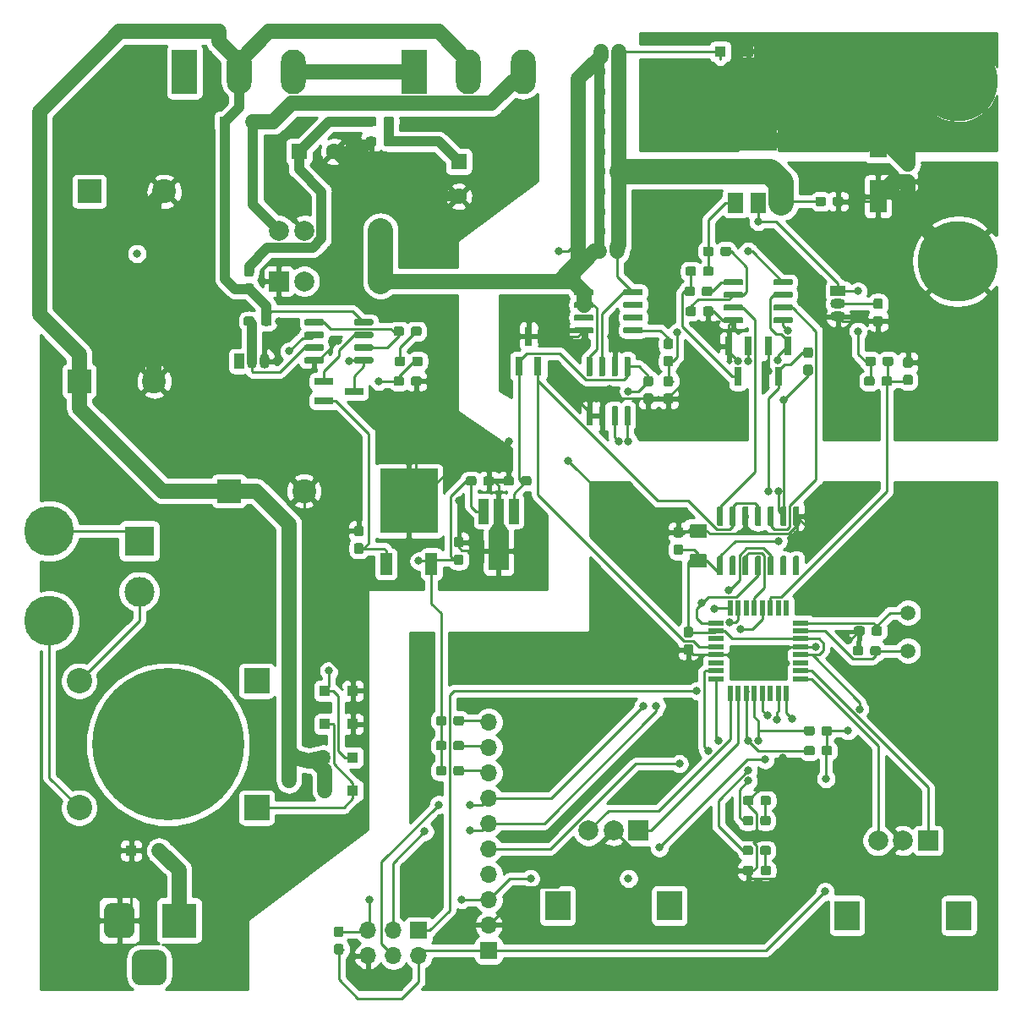
<source format=gbr>
G04 #@! TF.GenerationSoftware,KiCad,Pcbnew,(5.1.5)-3*
G04 #@! TF.CreationDate,2020-06-08T13:02:41+01:00*
G04 #@! TF.ProjectId,25v PSU,32357620-5053-4552-9e6b-696361645f70,rev?*
G04 #@! TF.SameCoordinates,Original*
G04 #@! TF.FileFunction,Copper,L1,Top*
G04 #@! TF.FilePolarity,Positive*
%FSLAX46Y46*%
G04 Gerber Fmt 4.6, Leading zero omitted, Abs format (unit mm)*
G04 Created by KiCad (PCBNEW (5.1.5)-3) date 2020-06-08 13:02:41*
%MOMM*%
%LPD*%
G04 APERTURE LIST*
%ADD10R,1.700000X1.700000*%
%ADD11O,1.700000X1.700000*%
%ADD12R,3.800000X2.000000*%
%ADD13R,1.500000X2.000000*%
%ADD14C,0.100000*%
%ADD15R,2.400000X2.400000*%
%ADD16C,2.400000*%
%ADD17C,1.600000*%
%ADD18R,1.600000X1.600000*%
%ADD19R,1.100000X1.100000*%
%ADD20R,1.700000X3.300000*%
%ADD21C,5.000000*%
%ADD22C,8.000000*%
%ADD23R,3.500000X3.500000*%
%ADD24C,2.000000*%
%ADD25R,2.000000X2.000000*%
%ADD26R,0.800000X1.900000*%
%ADD27O,2.500000X4.500000*%
%ADD28R,2.500000X4.500000*%
%ADD29R,1.900000X0.800000*%
%ADD30R,2.500000X3.000000*%
%ADD31R,3.000000X3.000000*%
%ADD32C,3.000000*%
%ADD33C,15.240000*%
%ADD34C,2.540000*%
%ADD35R,2.540000X2.540000*%
%ADD36R,1.600000X0.550000*%
%ADD37R,0.550000X1.600000*%
%ADD38R,1.500000X1.050000*%
%ADD39O,1.500000X1.050000*%
%ADD40R,1.000000X2.500000*%
%ADD41R,2.000000X4.000000*%
%ADD42O,1.050000X1.500000*%
%ADD43R,1.050000X1.500000*%
%ADD44R,1.200000X2.200000*%
%ADD45R,5.800000X6.400000*%
%ADD46C,1.500000*%
%ADD47C,0.800000*%
%ADD48C,0.250000*%
%ADD49C,1.000000*%
%ADD50C,1.500000*%
%ADD51C,2.500000*%
%ADD52C,0.254000*%
G04 APERTURE END LIST*
D10*
X133000000Y-139000000D03*
D11*
X133000000Y-141540000D03*
X130460000Y-139000000D03*
X130460000Y-141540000D03*
X127920000Y-139000000D03*
X127920000Y-141540000D03*
D12*
X167000000Y-59850000D03*
D13*
X167000000Y-66150000D03*
X169300000Y-66150000D03*
X164700000Y-66150000D03*
G04 #@! TA.AperFunction,SMDPad,CuDef*
D14*
G36*
X172435779Y-120526144D02*
G01*
X172458834Y-120529563D01*
X172481443Y-120535227D01*
X172503387Y-120543079D01*
X172524457Y-120553044D01*
X172544448Y-120565026D01*
X172563168Y-120578910D01*
X172580438Y-120594562D01*
X172596090Y-120611832D01*
X172609974Y-120630552D01*
X172621956Y-120650543D01*
X172631921Y-120671613D01*
X172639773Y-120693557D01*
X172645437Y-120716166D01*
X172648856Y-120739221D01*
X172650000Y-120762500D01*
X172650000Y-121237500D01*
X172648856Y-121260779D01*
X172645437Y-121283834D01*
X172639773Y-121306443D01*
X172631921Y-121328387D01*
X172621956Y-121349457D01*
X172609974Y-121369448D01*
X172596090Y-121388168D01*
X172580438Y-121405438D01*
X172563168Y-121421090D01*
X172544448Y-121434974D01*
X172524457Y-121446956D01*
X172503387Y-121456921D01*
X172481443Y-121464773D01*
X172458834Y-121470437D01*
X172435779Y-121473856D01*
X172412500Y-121475000D01*
X171837500Y-121475000D01*
X171814221Y-121473856D01*
X171791166Y-121470437D01*
X171768557Y-121464773D01*
X171746613Y-121456921D01*
X171725543Y-121446956D01*
X171705552Y-121434974D01*
X171686832Y-121421090D01*
X171669562Y-121405438D01*
X171653910Y-121388168D01*
X171640026Y-121369448D01*
X171628044Y-121349457D01*
X171618079Y-121328387D01*
X171610227Y-121306443D01*
X171604563Y-121283834D01*
X171601144Y-121260779D01*
X171600000Y-121237500D01*
X171600000Y-120762500D01*
X171601144Y-120739221D01*
X171604563Y-120716166D01*
X171610227Y-120693557D01*
X171618079Y-120671613D01*
X171628044Y-120650543D01*
X171640026Y-120630552D01*
X171653910Y-120611832D01*
X171669562Y-120594562D01*
X171686832Y-120578910D01*
X171705552Y-120565026D01*
X171725543Y-120553044D01*
X171746613Y-120543079D01*
X171768557Y-120535227D01*
X171791166Y-120529563D01*
X171814221Y-120526144D01*
X171837500Y-120525000D01*
X172412500Y-120525000D01*
X172435779Y-120526144D01*
G37*
G04 #@! TD.AperFunction*
G04 #@! TA.AperFunction,SMDPad,CuDef*
G36*
X174185779Y-120526144D02*
G01*
X174208834Y-120529563D01*
X174231443Y-120535227D01*
X174253387Y-120543079D01*
X174274457Y-120553044D01*
X174294448Y-120565026D01*
X174313168Y-120578910D01*
X174330438Y-120594562D01*
X174346090Y-120611832D01*
X174359974Y-120630552D01*
X174371956Y-120650543D01*
X174381921Y-120671613D01*
X174389773Y-120693557D01*
X174395437Y-120716166D01*
X174398856Y-120739221D01*
X174400000Y-120762500D01*
X174400000Y-121237500D01*
X174398856Y-121260779D01*
X174395437Y-121283834D01*
X174389773Y-121306443D01*
X174381921Y-121328387D01*
X174371956Y-121349457D01*
X174359974Y-121369448D01*
X174346090Y-121388168D01*
X174330438Y-121405438D01*
X174313168Y-121421090D01*
X174294448Y-121434974D01*
X174274457Y-121446956D01*
X174253387Y-121456921D01*
X174231443Y-121464773D01*
X174208834Y-121470437D01*
X174185779Y-121473856D01*
X174162500Y-121475000D01*
X173587500Y-121475000D01*
X173564221Y-121473856D01*
X173541166Y-121470437D01*
X173518557Y-121464773D01*
X173496613Y-121456921D01*
X173475543Y-121446956D01*
X173455552Y-121434974D01*
X173436832Y-121421090D01*
X173419562Y-121405438D01*
X173403910Y-121388168D01*
X173390026Y-121369448D01*
X173378044Y-121349457D01*
X173368079Y-121328387D01*
X173360227Y-121306443D01*
X173354563Y-121283834D01*
X173351144Y-121260779D01*
X173350000Y-121237500D01*
X173350000Y-120762500D01*
X173351144Y-120739221D01*
X173354563Y-120716166D01*
X173360227Y-120693557D01*
X173368079Y-120671613D01*
X173378044Y-120650543D01*
X173390026Y-120630552D01*
X173403910Y-120611832D01*
X173419562Y-120594562D01*
X173436832Y-120578910D01*
X173455552Y-120565026D01*
X173475543Y-120553044D01*
X173496613Y-120543079D01*
X173518557Y-120535227D01*
X173541166Y-120529563D01*
X173564221Y-120526144D01*
X173587500Y-120525000D01*
X174162500Y-120525000D01*
X174185779Y-120526144D01*
G37*
G04 #@! TD.AperFunction*
G04 #@! TA.AperFunction,SMDPad,CuDef*
G36*
X172435779Y-118526144D02*
G01*
X172458834Y-118529563D01*
X172481443Y-118535227D01*
X172503387Y-118543079D01*
X172524457Y-118553044D01*
X172544448Y-118565026D01*
X172563168Y-118578910D01*
X172580438Y-118594562D01*
X172596090Y-118611832D01*
X172609974Y-118630552D01*
X172621956Y-118650543D01*
X172631921Y-118671613D01*
X172639773Y-118693557D01*
X172645437Y-118716166D01*
X172648856Y-118739221D01*
X172650000Y-118762500D01*
X172650000Y-119237500D01*
X172648856Y-119260779D01*
X172645437Y-119283834D01*
X172639773Y-119306443D01*
X172631921Y-119328387D01*
X172621956Y-119349457D01*
X172609974Y-119369448D01*
X172596090Y-119388168D01*
X172580438Y-119405438D01*
X172563168Y-119421090D01*
X172544448Y-119434974D01*
X172524457Y-119446956D01*
X172503387Y-119456921D01*
X172481443Y-119464773D01*
X172458834Y-119470437D01*
X172435779Y-119473856D01*
X172412500Y-119475000D01*
X171837500Y-119475000D01*
X171814221Y-119473856D01*
X171791166Y-119470437D01*
X171768557Y-119464773D01*
X171746613Y-119456921D01*
X171725543Y-119446956D01*
X171705552Y-119434974D01*
X171686832Y-119421090D01*
X171669562Y-119405438D01*
X171653910Y-119388168D01*
X171640026Y-119369448D01*
X171628044Y-119349457D01*
X171618079Y-119328387D01*
X171610227Y-119306443D01*
X171604563Y-119283834D01*
X171601144Y-119260779D01*
X171600000Y-119237500D01*
X171600000Y-118762500D01*
X171601144Y-118739221D01*
X171604563Y-118716166D01*
X171610227Y-118693557D01*
X171618079Y-118671613D01*
X171628044Y-118650543D01*
X171640026Y-118630552D01*
X171653910Y-118611832D01*
X171669562Y-118594562D01*
X171686832Y-118578910D01*
X171705552Y-118565026D01*
X171725543Y-118553044D01*
X171746613Y-118543079D01*
X171768557Y-118535227D01*
X171791166Y-118529563D01*
X171814221Y-118526144D01*
X171837500Y-118525000D01*
X172412500Y-118525000D01*
X172435779Y-118526144D01*
G37*
G04 #@! TD.AperFunction*
G04 #@! TA.AperFunction,SMDPad,CuDef*
G36*
X174185779Y-118526144D02*
G01*
X174208834Y-118529563D01*
X174231443Y-118535227D01*
X174253387Y-118543079D01*
X174274457Y-118553044D01*
X174294448Y-118565026D01*
X174313168Y-118578910D01*
X174330438Y-118594562D01*
X174346090Y-118611832D01*
X174359974Y-118630552D01*
X174371956Y-118650543D01*
X174381921Y-118671613D01*
X174389773Y-118693557D01*
X174395437Y-118716166D01*
X174398856Y-118739221D01*
X174400000Y-118762500D01*
X174400000Y-119237500D01*
X174398856Y-119260779D01*
X174395437Y-119283834D01*
X174389773Y-119306443D01*
X174381921Y-119328387D01*
X174371956Y-119349457D01*
X174359974Y-119369448D01*
X174346090Y-119388168D01*
X174330438Y-119405438D01*
X174313168Y-119421090D01*
X174294448Y-119434974D01*
X174274457Y-119446956D01*
X174253387Y-119456921D01*
X174231443Y-119464773D01*
X174208834Y-119470437D01*
X174185779Y-119473856D01*
X174162500Y-119475000D01*
X173587500Y-119475000D01*
X173564221Y-119473856D01*
X173541166Y-119470437D01*
X173518557Y-119464773D01*
X173496613Y-119456921D01*
X173475543Y-119446956D01*
X173455552Y-119434974D01*
X173436832Y-119421090D01*
X173419562Y-119405438D01*
X173403910Y-119388168D01*
X173390026Y-119369448D01*
X173378044Y-119349457D01*
X173368079Y-119328387D01*
X173360227Y-119306443D01*
X173354563Y-119283834D01*
X173351144Y-119260779D01*
X173350000Y-119237500D01*
X173350000Y-118762500D01*
X173351144Y-118739221D01*
X173354563Y-118716166D01*
X173360227Y-118693557D01*
X173368079Y-118671613D01*
X173378044Y-118650543D01*
X173390026Y-118630552D01*
X173403910Y-118611832D01*
X173419562Y-118594562D01*
X173436832Y-118578910D01*
X173455552Y-118565026D01*
X173475543Y-118553044D01*
X173496613Y-118543079D01*
X173518557Y-118535227D01*
X173541166Y-118529563D01*
X173564221Y-118526144D01*
X173587500Y-118525000D01*
X174162500Y-118525000D01*
X174185779Y-118526144D01*
G37*
G04 #@! TD.AperFunction*
G04 #@! TA.AperFunction,SMDPad,CuDef*
G36*
X160260779Y-108601144D02*
G01*
X160283834Y-108604563D01*
X160306443Y-108610227D01*
X160328387Y-108618079D01*
X160349457Y-108628044D01*
X160369448Y-108640026D01*
X160388168Y-108653910D01*
X160405438Y-108669562D01*
X160421090Y-108686832D01*
X160434974Y-108705552D01*
X160446956Y-108725543D01*
X160456921Y-108746613D01*
X160464773Y-108768557D01*
X160470437Y-108791166D01*
X160473856Y-108814221D01*
X160475000Y-108837500D01*
X160475000Y-109412500D01*
X160473856Y-109435779D01*
X160470437Y-109458834D01*
X160464773Y-109481443D01*
X160456921Y-109503387D01*
X160446956Y-109524457D01*
X160434974Y-109544448D01*
X160421090Y-109563168D01*
X160405438Y-109580438D01*
X160388168Y-109596090D01*
X160369448Y-109609974D01*
X160349457Y-109621956D01*
X160328387Y-109631921D01*
X160306443Y-109639773D01*
X160283834Y-109645437D01*
X160260779Y-109648856D01*
X160237500Y-109650000D01*
X159762500Y-109650000D01*
X159739221Y-109648856D01*
X159716166Y-109645437D01*
X159693557Y-109639773D01*
X159671613Y-109631921D01*
X159650543Y-109621956D01*
X159630552Y-109609974D01*
X159611832Y-109596090D01*
X159594562Y-109580438D01*
X159578910Y-109563168D01*
X159565026Y-109544448D01*
X159553044Y-109524457D01*
X159543079Y-109503387D01*
X159535227Y-109481443D01*
X159529563Y-109458834D01*
X159526144Y-109435779D01*
X159525000Y-109412500D01*
X159525000Y-108837500D01*
X159526144Y-108814221D01*
X159529563Y-108791166D01*
X159535227Y-108768557D01*
X159543079Y-108746613D01*
X159553044Y-108725543D01*
X159565026Y-108705552D01*
X159578910Y-108686832D01*
X159594562Y-108669562D01*
X159611832Y-108653910D01*
X159630552Y-108640026D01*
X159650543Y-108628044D01*
X159671613Y-108618079D01*
X159693557Y-108610227D01*
X159716166Y-108604563D01*
X159739221Y-108601144D01*
X159762500Y-108600000D01*
X160237500Y-108600000D01*
X160260779Y-108601144D01*
G37*
G04 #@! TD.AperFunction*
G04 #@! TA.AperFunction,SMDPad,CuDef*
G36*
X160260779Y-110351144D02*
G01*
X160283834Y-110354563D01*
X160306443Y-110360227D01*
X160328387Y-110368079D01*
X160349457Y-110378044D01*
X160369448Y-110390026D01*
X160388168Y-110403910D01*
X160405438Y-110419562D01*
X160421090Y-110436832D01*
X160434974Y-110455552D01*
X160446956Y-110475543D01*
X160456921Y-110496613D01*
X160464773Y-110518557D01*
X160470437Y-110541166D01*
X160473856Y-110564221D01*
X160475000Y-110587500D01*
X160475000Y-111162500D01*
X160473856Y-111185779D01*
X160470437Y-111208834D01*
X160464773Y-111231443D01*
X160456921Y-111253387D01*
X160446956Y-111274457D01*
X160434974Y-111294448D01*
X160421090Y-111313168D01*
X160405438Y-111330438D01*
X160388168Y-111346090D01*
X160369448Y-111359974D01*
X160349457Y-111371956D01*
X160328387Y-111381921D01*
X160306443Y-111389773D01*
X160283834Y-111395437D01*
X160260779Y-111398856D01*
X160237500Y-111400000D01*
X159762500Y-111400000D01*
X159739221Y-111398856D01*
X159716166Y-111395437D01*
X159693557Y-111389773D01*
X159671613Y-111381921D01*
X159650543Y-111371956D01*
X159630552Y-111359974D01*
X159611832Y-111346090D01*
X159594562Y-111330438D01*
X159578910Y-111313168D01*
X159565026Y-111294448D01*
X159553044Y-111274457D01*
X159543079Y-111253387D01*
X159535227Y-111231443D01*
X159529563Y-111208834D01*
X159526144Y-111185779D01*
X159525000Y-111162500D01*
X159525000Y-110587500D01*
X159526144Y-110564221D01*
X159529563Y-110541166D01*
X159535227Y-110518557D01*
X159543079Y-110496613D01*
X159553044Y-110475543D01*
X159565026Y-110455552D01*
X159578910Y-110436832D01*
X159594562Y-110419562D01*
X159611832Y-110403910D01*
X159630552Y-110390026D01*
X159650543Y-110378044D01*
X159671613Y-110368079D01*
X159693557Y-110360227D01*
X159716166Y-110354563D01*
X159739221Y-110351144D01*
X159762500Y-110350000D01*
X160237500Y-110350000D01*
X160260779Y-110351144D01*
G37*
G04 #@! TD.AperFunction*
G04 #@! TA.AperFunction,SMDPad,CuDef*
G36*
X153310779Y-50526144D02*
G01*
X153333834Y-50529563D01*
X153356443Y-50535227D01*
X153378387Y-50543079D01*
X153399457Y-50553044D01*
X153419448Y-50565026D01*
X153438168Y-50578910D01*
X153455438Y-50594562D01*
X153471090Y-50611832D01*
X153484974Y-50630552D01*
X153496956Y-50650543D01*
X153506921Y-50671613D01*
X153514773Y-50693557D01*
X153520437Y-50716166D01*
X153523856Y-50739221D01*
X153525000Y-50762500D01*
X153525000Y-51237500D01*
X153523856Y-51260779D01*
X153520437Y-51283834D01*
X153514773Y-51306443D01*
X153506921Y-51328387D01*
X153496956Y-51349457D01*
X153484974Y-51369448D01*
X153471090Y-51388168D01*
X153455438Y-51405438D01*
X153438168Y-51421090D01*
X153419448Y-51434974D01*
X153399457Y-51446956D01*
X153378387Y-51456921D01*
X153356443Y-51464773D01*
X153333834Y-51470437D01*
X153310779Y-51473856D01*
X153287500Y-51475000D01*
X152712500Y-51475000D01*
X152689221Y-51473856D01*
X152666166Y-51470437D01*
X152643557Y-51464773D01*
X152621613Y-51456921D01*
X152600543Y-51446956D01*
X152580552Y-51434974D01*
X152561832Y-51421090D01*
X152544562Y-51405438D01*
X152528910Y-51388168D01*
X152515026Y-51369448D01*
X152503044Y-51349457D01*
X152493079Y-51328387D01*
X152485227Y-51306443D01*
X152479563Y-51283834D01*
X152476144Y-51260779D01*
X152475000Y-51237500D01*
X152475000Y-50762500D01*
X152476144Y-50739221D01*
X152479563Y-50716166D01*
X152485227Y-50693557D01*
X152493079Y-50671613D01*
X152503044Y-50650543D01*
X152515026Y-50630552D01*
X152528910Y-50611832D01*
X152544562Y-50594562D01*
X152561832Y-50578910D01*
X152580552Y-50565026D01*
X152600543Y-50553044D01*
X152621613Y-50543079D01*
X152643557Y-50535227D01*
X152666166Y-50529563D01*
X152689221Y-50526144D01*
X152712500Y-50525000D01*
X153287500Y-50525000D01*
X153310779Y-50526144D01*
G37*
G04 #@! TD.AperFunction*
G04 #@! TA.AperFunction,SMDPad,CuDef*
G36*
X151560779Y-50526144D02*
G01*
X151583834Y-50529563D01*
X151606443Y-50535227D01*
X151628387Y-50543079D01*
X151649457Y-50553044D01*
X151669448Y-50565026D01*
X151688168Y-50578910D01*
X151705438Y-50594562D01*
X151721090Y-50611832D01*
X151734974Y-50630552D01*
X151746956Y-50650543D01*
X151756921Y-50671613D01*
X151764773Y-50693557D01*
X151770437Y-50716166D01*
X151773856Y-50739221D01*
X151775000Y-50762500D01*
X151775000Y-51237500D01*
X151773856Y-51260779D01*
X151770437Y-51283834D01*
X151764773Y-51306443D01*
X151756921Y-51328387D01*
X151746956Y-51349457D01*
X151734974Y-51369448D01*
X151721090Y-51388168D01*
X151705438Y-51405438D01*
X151688168Y-51421090D01*
X151669448Y-51434974D01*
X151649457Y-51446956D01*
X151628387Y-51456921D01*
X151606443Y-51464773D01*
X151583834Y-51470437D01*
X151560779Y-51473856D01*
X151537500Y-51475000D01*
X150962500Y-51475000D01*
X150939221Y-51473856D01*
X150916166Y-51470437D01*
X150893557Y-51464773D01*
X150871613Y-51456921D01*
X150850543Y-51446956D01*
X150830552Y-51434974D01*
X150811832Y-51421090D01*
X150794562Y-51405438D01*
X150778910Y-51388168D01*
X150765026Y-51369448D01*
X150753044Y-51349457D01*
X150743079Y-51328387D01*
X150735227Y-51306443D01*
X150729563Y-51283834D01*
X150726144Y-51260779D01*
X150725000Y-51237500D01*
X150725000Y-50762500D01*
X150726144Y-50739221D01*
X150729563Y-50716166D01*
X150735227Y-50693557D01*
X150743079Y-50671613D01*
X150753044Y-50650543D01*
X150765026Y-50630552D01*
X150778910Y-50611832D01*
X150794562Y-50594562D01*
X150811832Y-50578910D01*
X150830552Y-50565026D01*
X150850543Y-50553044D01*
X150871613Y-50543079D01*
X150893557Y-50535227D01*
X150916166Y-50529563D01*
X150939221Y-50526144D01*
X150962500Y-50525000D01*
X151537500Y-50525000D01*
X151560779Y-50526144D01*
G37*
G04 #@! TD.AperFunction*
G04 #@! TA.AperFunction,SMDPad,CuDef*
G36*
X175310779Y-65526144D02*
G01*
X175333834Y-65529563D01*
X175356443Y-65535227D01*
X175378387Y-65543079D01*
X175399457Y-65553044D01*
X175419448Y-65565026D01*
X175438168Y-65578910D01*
X175455438Y-65594562D01*
X175471090Y-65611832D01*
X175484974Y-65630552D01*
X175496956Y-65650543D01*
X175506921Y-65671613D01*
X175514773Y-65693557D01*
X175520437Y-65716166D01*
X175523856Y-65739221D01*
X175525000Y-65762500D01*
X175525000Y-66237500D01*
X175523856Y-66260779D01*
X175520437Y-66283834D01*
X175514773Y-66306443D01*
X175506921Y-66328387D01*
X175496956Y-66349457D01*
X175484974Y-66369448D01*
X175471090Y-66388168D01*
X175455438Y-66405438D01*
X175438168Y-66421090D01*
X175419448Y-66434974D01*
X175399457Y-66446956D01*
X175378387Y-66456921D01*
X175356443Y-66464773D01*
X175333834Y-66470437D01*
X175310779Y-66473856D01*
X175287500Y-66475000D01*
X174712500Y-66475000D01*
X174689221Y-66473856D01*
X174666166Y-66470437D01*
X174643557Y-66464773D01*
X174621613Y-66456921D01*
X174600543Y-66446956D01*
X174580552Y-66434974D01*
X174561832Y-66421090D01*
X174544562Y-66405438D01*
X174528910Y-66388168D01*
X174515026Y-66369448D01*
X174503044Y-66349457D01*
X174493079Y-66328387D01*
X174485227Y-66306443D01*
X174479563Y-66283834D01*
X174476144Y-66260779D01*
X174475000Y-66237500D01*
X174475000Y-65762500D01*
X174476144Y-65739221D01*
X174479563Y-65716166D01*
X174485227Y-65693557D01*
X174493079Y-65671613D01*
X174503044Y-65650543D01*
X174515026Y-65630552D01*
X174528910Y-65611832D01*
X174544562Y-65594562D01*
X174561832Y-65578910D01*
X174580552Y-65565026D01*
X174600543Y-65553044D01*
X174621613Y-65543079D01*
X174643557Y-65535227D01*
X174666166Y-65529563D01*
X174689221Y-65526144D01*
X174712500Y-65525000D01*
X175287500Y-65525000D01*
X175310779Y-65526144D01*
G37*
G04 #@! TD.AperFunction*
G04 #@! TA.AperFunction,SMDPad,CuDef*
G36*
X173560779Y-65526144D02*
G01*
X173583834Y-65529563D01*
X173606443Y-65535227D01*
X173628387Y-65543079D01*
X173649457Y-65553044D01*
X173669448Y-65565026D01*
X173688168Y-65578910D01*
X173705438Y-65594562D01*
X173721090Y-65611832D01*
X173734974Y-65630552D01*
X173746956Y-65650543D01*
X173756921Y-65671613D01*
X173764773Y-65693557D01*
X173770437Y-65716166D01*
X173773856Y-65739221D01*
X173775000Y-65762500D01*
X173775000Y-66237500D01*
X173773856Y-66260779D01*
X173770437Y-66283834D01*
X173764773Y-66306443D01*
X173756921Y-66328387D01*
X173746956Y-66349457D01*
X173734974Y-66369448D01*
X173721090Y-66388168D01*
X173705438Y-66405438D01*
X173688168Y-66421090D01*
X173669448Y-66434974D01*
X173649457Y-66446956D01*
X173628387Y-66456921D01*
X173606443Y-66464773D01*
X173583834Y-66470437D01*
X173560779Y-66473856D01*
X173537500Y-66475000D01*
X172962500Y-66475000D01*
X172939221Y-66473856D01*
X172916166Y-66470437D01*
X172893557Y-66464773D01*
X172871613Y-66456921D01*
X172850543Y-66446956D01*
X172830552Y-66434974D01*
X172811832Y-66421090D01*
X172794562Y-66405438D01*
X172778910Y-66388168D01*
X172765026Y-66369448D01*
X172753044Y-66349457D01*
X172743079Y-66328387D01*
X172735227Y-66306443D01*
X172729563Y-66283834D01*
X172726144Y-66260779D01*
X172725000Y-66237500D01*
X172725000Y-65762500D01*
X172726144Y-65739221D01*
X172729563Y-65716166D01*
X172735227Y-65693557D01*
X172743079Y-65671613D01*
X172753044Y-65650543D01*
X172765026Y-65630552D01*
X172778910Y-65611832D01*
X172794562Y-65594562D01*
X172811832Y-65578910D01*
X172830552Y-65565026D01*
X172850543Y-65553044D01*
X172871613Y-65543079D01*
X172893557Y-65535227D01*
X172916166Y-65529563D01*
X172939221Y-65526144D01*
X172962500Y-65525000D01*
X173537500Y-65525000D01*
X173560779Y-65526144D01*
G37*
G04 #@! TD.AperFunction*
G04 #@! TA.AperFunction,SMDPad,CuDef*
G36*
X177310779Y-110526144D02*
G01*
X177333834Y-110529563D01*
X177356443Y-110535227D01*
X177378387Y-110543079D01*
X177399457Y-110553044D01*
X177419448Y-110565026D01*
X177438168Y-110578910D01*
X177455438Y-110594562D01*
X177471090Y-110611832D01*
X177484974Y-110630552D01*
X177496956Y-110650543D01*
X177506921Y-110671613D01*
X177514773Y-110693557D01*
X177520437Y-110716166D01*
X177523856Y-110739221D01*
X177525000Y-110762500D01*
X177525000Y-111237500D01*
X177523856Y-111260779D01*
X177520437Y-111283834D01*
X177514773Y-111306443D01*
X177506921Y-111328387D01*
X177496956Y-111349457D01*
X177484974Y-111369448D01*
X177471090Y-111388168D01*
X177455438Y-111405438D01*
X177438168Y-111421090D01*
X177419448Y-111434974D01*
X177399457Y-111446956D01*
X177378387Y-111456921D01*
X177356443Y-111464773D01*
X177333834Y-111470437D01*
X177310779Y-111473856D01*
X177287500Y-111475000D01*
X176712500Y-111475000D01*
X176689221Y-111473856D01*
X176666166Y-111470437D01*
X176643557Y-111464773D01*
X176621613Y-111456921D01*
X176600543Y-111446956D01*
X176580552Y-111434974D01*
X176561832Y-111421090D01*
X176544562Y-111405438D01*
X176528910Y-111388168D01*
X176515026Y-111369448D01*
X176503044Y-111349457D01*
X176493079Y-111328387D01*
X176485227Y-111306443D01*
X176479563Y-111283834D01*
X176476144Y-111260779D01*
X176475000Y-111237500D01*
X176475000Y-110762500D01*
X176476144Y-110739221D01*
X176479563Y-110716166D01*
X176485227Y-110693557D01*
X176493079Y-110671613D01*
X176503044Y-110650543D01*
X176515026Y-110630552D01*
X176528910Y-110611832D01*
X176544562Y-110594562D01*
X176561832Y-110578910D01*
X176580552Y-110565026D01*
X176600543Y-110553044D01*
X176621613Y-110543079D01*
X176643557Y-110535227D01*
X176666166Y-110529563D01*
X176689221Y-110526144D01*
X176712500Y-110525000D01*
X177287500Y-110525000D01*
X177310779Y-110526144D01*
G37*
G04 #@! TD.AperFunction*
G04 #@! TA.AperFunction,SMDPad,CuDef*
G36*
X179060779Y-110526144D02*
G01*
X179083834Y-110529563D01*
X179106443Y-110535227D01*
X179128387Y-110543079D01*
X179149457Y-110553044D01*
X179169448Y-110565026D01*
X179188168Y-110578910D01*
X179205438Y-110594562D01*
X179221090Y-110611832D01*
X179234974Y-110630552D01*
X179246956Y-110650543D01*
X179256921Y-110671613D01*
X179264773Y-110693557D01*
X179270437Y-110716166D01*
X179273856Y-110739221D01*
X179275000Y-110762500D01*
X179275000Y-111237500D01*
X179273856Y-111260779D01*
X179270437Y-111283834D01*
X179264773Y-111306443D01*
X179256921Y-111328387D01*
X179246956Y-111349457D01*
X179234974Y-111369448D01*
X179221090Y-111388168D01*
X179205438Y-111405438D01*
X179188168Y-111421090D01*
X179169448Y-111434974D01*
X179149457Y-111446956D01*
X179128387Y-111456921D01*
X179106443Y-111464773D01*
X179083834Y-111470437D01*
X179060779Y-111473856D01*
X179037500Y-111475000D01*
X178462500Y-111475000D01*
X178439221Y-111473856D01*
X178416166Y-111470437D01*
X178393557Y-111464773D01*
X178371613Y-111456921D01*
X178350543Y-111446956D01*
X178330552Y-111434974D01*
X178311832Y-111421090D01*
X178294562Y-111405438D01*
X178278910Y-111388168D01*
X178265026Y-111369448D01*
X178253044Y-111349457D01*
X178243079Y-111328387D01*
X178235227Y-111306443D01*
X178229563Y-111283834D01*
X178226144Y-111260779D01*
X178225000Y-111237500D01*
X178225000Y-110762500D01*
X178226144Y-110739221D01*
X178229563Y-110716166D01*
X178235227Y-110693557D01*
X178243079Y-110671613D01*
X178253044Y-110650543D01*
X178265026Y-110630552D01*
X178278910Y-110611832D01*
X178294562Y-110594562D01*
X178311832Y-110578910D01*
X178330552Y-110565026D01*
X178350543Y-110553044D01*
X178371613Y-110543079D01*
X178393557Y-110535227D01*
X178416166Y-110529563D01*
X178439221Y-110526144D01*
X178462500Y-110525000D01*
X179037500Y-110525000D01*
X179060779Y-110526144D01*
G37*
G04 #@! TD.AperFunction*
G04 #@! TA.AperFunction,SMDPad,CuDef*
G36*
X179185779Y-108526144D02*
G01*
X179208834Y-108529563D01*
X179231443Y-108535227D01*
X179253387Y-108543079D01*
X179274457Y-108553044D01*
X179294448Y-108565026D01*
X179313168Y-108578910D01*
X179330438Y-108594562D01*
X179346090Y-108611832D01*
X179359974Y-108630552D01*
X179371956Y-108650543D01*
X179381921Y-108671613D01*
X179389773Y-108693557D01*
X179395437Y-108716166D01*
X179398856Y-108739221D01*
X179400000Y-108762500D01*
X179400000Y-109237500D01*
X179398856Y-109260779D01*
X179395437Y-109283834D01*
X179389773Y-109306443D01*
X179381921Y-109328387D01*
X179371956Y-109349457D01*
X179359974Y-109369448D01*
X179346090Y-109388168D01*
X179330438Y-109405438D01*
X179313168Y-109421090D01*
X179294448Y-109434974D01*
X179274457Y-109446956D01*
X179253387Y-109456921D01*
X179231443Y-109464773D01*
X179208834Y-109470437D01*
X179185779Y-109473856D01*
X179162500Y-109475000D01*
X178587500Y-109475000D01*
X178564221Y-109473856D01*
X178541166Y-109470437D01*
X178518557Y-109464773D01*
X178496613Y-109456921D01*
X178475543Y-109446956D01*
X178455552Y-109434974D01*
X178436832Y-109421090D01*
X178419562Y-109405438D01*
X178403910Y-109388168D01*
X178390026Y-109369448D01*
X178378044Y-109349457D01*
X178368079Y-109328387D01*
X178360227Y-109306443D01*
X178354563Y-109283834D01*
X178351144Y-109260779D01*
X178350000Y-109237500D01*
X178350000Y-108762500D01*
X178351144Y-108739221D01*
X178354563Y-108716166D01*
X178360227Y-108693557D01*
X178368079Y-108671613D01*
X178378044Y-108650543D01*
X178390026Y-108630552D01*
X178403910Y-108611832D01*
X178419562Y-108594562D01*
X178436832Y-108578910D01*
X178455552Y-108565026D01*
X178475543Y-108553044D01*
X178496613Y-108543079D01*
X178518557Y-108535227D01*
X178541166Y-108529563D01*
X178564221Y-108526144D01*
X178587500Y-108525000D01*
X179162500Y-108525000D01*
X179185779Y-108526144D01*
G37*
G04 #@! TD.AperFunction*
G04 #@! TA.AperFunction,SMDPad,CuDef*
G36*
X177435779Y-108526144D02*
G01*
X177458834Y-108529563D01*
X177481443Y-108535227D01*
X177503387Y-108543079D01*
X177524457Y-108553044D01*
X177544448Y-108565026D01*
X177563168Y-108578910D01*
X177580438Y-108594562D01*
X177596090Y-108611832D01*
X177609974Y-108630552D01*
X177621956Y-108650543D01*
X177631921Y-108671613D01*
X177639773Y-108693557D01*
X177645437Y-108716166D01*
X177648856Y-108739221D01*
X177650000Y-108762500D01*
X177650000Y-109237500D01*
X177648856Y-109260779D01*
X177645437Y-109283834D01*
X177639773Y-109306443D01*
X177631921Y-109328387D01*
X177621956Y-109349457D01*
X177609974Y-109369448D01*
X177596090Y-109388168D01*
X177580438Y-109405438D01*
X177563168Y-109421090D01*
X177544448Y-109434974D01*
X177524457Y-109446956D01*
X177503387Y-109456921D01*
X177481443Y-109464773D01*
X177458834Y-109470437D01*
X177435779Y-109473856D01*
X177412500Y-109475000D01*
X176837500Y-109475000D01*
X176814221Y-109473856D01*
X176791166Y-109470437D01*
X176768557Y-109464773D01*
X176746613Y-109456921D01*
X176725543Y-109446956D01*
X176705552Y-109434974D01*
X176686832Y-109421090D01*
X176669562Y-109405438D01*
X176653910Y-109388168D01*
X176640026Y-109369448D01*
X176628044Y-109349457D01*
X176618079Y-109328387D01*
X176610227Y-109306443D01*
X176604563Y-109283834D01*
X176601144Y-109260779D01*
X176600000Y-109237500D01*
X176600000Y-108762500D01*
X176601144Y-108739221D01*
X176604563Y-108716166D01*
X176610227Y-108693557D01*
X176618079Y-108671613D01*
X176628044Y-108650543D01*
X176640026Y-108630552D01*
X176653910Y-108611832D01*
X176669562Y-108594562D01*
X176686832Y-108578910D01*
X176705552Y-108565026D01*
X176725543Y-108553044D01*
X176746613Y-108543079D01*
X176768557Y-108535227D01*
X176791166Y-108529563D01*
X176814221Y-108526144D01*
X176837500Y-108525000D01*
X177412500Y-108525000D01*
X177435779Y-108526144D01*
G37*
G04 #@! TD.AperFunction*
D15*
X114000000Y-95000000D03*
D16*
X121500000Y-95000000D03*
X106500000Y-84000000D03*
D15*
X99000000Y-84000000D03*
G04 #@! TA.AperFunction,SMDPad,CuDef*
D14*
G36*
X182260779Y-61726144D02*
G01*
X182283834Y-61729563D01*
X182306443Y-61735227D01*
X182328387Y-61743079D01*
X182349457Y-61753044D01*
X182369448Y-61765026D01*
X182388168Y-61778910D01*
X182405438Y-61794562D01*
X182421090Y-61811832D01*
X182434974Y-61830552D01*
X182446956Y-61850543D01*
X182456921Y-61871613D01*
X182464773Y-61893557D01*
X182470437Y-61916166D01*
X182473856Y-61939221D01*
X182475000Y-61962500D01*
X182475000Y-62537500D01*
X182473856Y-62560779D01*
X182470437Y-62583834D01*
X182464773Y-62606443D01*
X182456921Y-62628387D01*
X182446956Y-62649457D01*
X182434974Y-62669448D01*
X182421090Y-62688168D01*
X182405438Y-62705438D01*
X182388168Y-62721090D01*
X182369448Y-62734974D01*
X182349457Y-62746956D01*
X182328387Y-62756921D01*
X182306443Y-62764773D01*
X182283834Y-62770437D01*
X182260779Y-62773856D01*
X182237500Y-62775000D01*
X181762500Y-62775000D01*
X181739221Y-62773856D01*
X181716166Y-62770437D01*
X181693557Y-62764773D01*
X181671613Y-62756921D01*
X181650543Y-62746956D01*
X181630552Y-62734974D01*
X181611832Y-62721090D01*
X181594562Y-62705438D01*
X181578910Y-62688168D01*
X181565026Y-62669448D01*
X181553044Y-62649457D01*
X181543079Y-62628387D01*
X181535227Y-62606443D01*
X181529563Y-62583834D01*
X181526144Y-62560779D01*
X181525000Y-62537500D01*
X181525000Y-61962500D01*
X181526144Y-61939221D01*
X181529563Y-61916166D01*
X181535227Y-61893557D01*
X181543079Y-61871613D01*
X181553044Y-61850543D01*
X181565026Y-61830552D01*
X181578910Y-61811832D01*
X181594562Y-61794562D01*
X181611832Y-61778910D01*
X181630552Y-61765026D01*
X181650543Y-61753044D01*
X181671613Y-61743079D01*
X181693557Y-61735227D01*
X181716166Y-61729563D01*
X181739221Y-61726144D01*
X181762500Y-61725000D01*
X182237500Y-61725000D01*
X182260779Y-61726144D01*
G37*
G04 #@! TD.AperFunction*
G04 #@! TA.AperFunction,SMDPad,CuDef*
G36*
X182260779Y-63476144D02*
G01*
X182283834Y-63479563D01*
X182306443Y-63485227D01*
X182328387Y-63493079D01*
X182349457Y-63503044D01*
X182369448Y-63515026D01*
X182388168Y-63528910D01*
X182405438Y-63544562D01*
X182421090Y-63561832D01*
X182434974Y-63580552D01*
X182446956Y-63600543D01*
X182456921Y-63621613D01*
X182464773Y-63643557D01*
X182470437Y-63666166D01*
X182473856Y-63689221D01*
X182475000Y-63712500D01*
X182475000Y-64287500D01*
X182473856Y-64310779D01*
X182470437Y-64333834D01*
X182464773Y-64356443D01*
X182456921Y-64378387D01*
X182446956Y-64399457D01*
X182434974Y-64419448D01*
X182421090Y-64438168D01*
X182405438Y-64455438D01*
X182388168Y-64471090D01*
X182369448Y-64484974D01*
X182349457Y-64496956D01*
X182328387Y-64506921D01*
X182306443Y-64514773D01*
X182283834Y-64520437D01*
X182260779Y-64523856D01*
X182237500Y-64525000D01*
X181762500Y-64525000D01*
X181739221Y-64523856D01*
X181716166Y-64520437D01*
X181693557Y-64514773D01*
X181671613Y-64506921D01*
X181650543Y-64496956D01*
X181630552Y-64484974D01*
X181611832Y-64471090D01*
X181594562Y-64455438D01*
X181578910Y-64438168D01*
X181565026Y-64419448D01*
X181553044Y-64399457D01*
X181543079Y-64378387D01*
X181535227Y-64356443D01*
X181529563Y-64333834D01*
X181526144Y-64310779D01*
X181525000Y-64287500D01*
X181525000Y-63712500D01*
X181526144Y-63689221D01*
X181529563Y-63666166D01*
X181535227Y-63643557D01*
X181543079Y-63621613D01*
X181553044Y-63600543D01*
X181565026Y-63580552D01*
X181578910Y-63561832D01*
X181594562Y-63544562D01*
X181611832Y-63528910D01*
X181630552Y-63515026D01*
X181650543Y-63503044D01*
X181671613Y-63493079D01*
X181693557Y-63485227D01*
X181716166Y-63479563D01*
X181739221Y-63476144D01*
X181762500Y-63475000D01*
X182237500Y-63475000D01*
X182260779Y-63476144D01*
G37*
G04 #@! TD.AperFunction*
D17*
X124500000Y-61000000D03*
D18*
X121000000Y-61000000D03*
G04 #@! TA.AperFunction,SMDPad,CuDef*
D14*
G36*
X140310779Y-93526144D02*
G01*
X140333834Y-93529563D01*
X140356443Y-93535227D01*
X140378387Y-93543079D01*
X140399457Y-93553044D01*
X140419448Y-93565026D01*
X140438168Y-93578910D01*
X140455438Y-93594562D01*
X140471090Y-93611832D01*
X140484974Y-93630552D01*
X140496956Y-93650543D01*
X140506921Y-93671613D01*
X140514773Y-93693557D01*
X140520437Y-93716166D01*
X140523856Y-93739221D01*
X140525000Y-93762500D01*
X140525000Y-94237500D01*
X140523856Y-94260779D01*
X140520437Y-94283834D01*
X140514773Y-94306443D01*
X140506921Y-94328387D01*
X140496956Y-94349457D01*
X140484974Y-94369448D01*
X140471090Y-94388168D01*
X140455438Y-94405438D01*
X140438168Y-94421090D01*
X140419448Y-94434974D01*
X140399457Y-94446956D01*
X140378387Y-94456921D01*
X140356443Y-94464773D01*
X140333834Y-94470437D01*
X140310779Y-94473856D01*
X140287500Y-94475000D01*
X139712500Y-94475000D01*
X139689221Y-94473856D01*
X139666166Y-94470437D01*
X139643557Y-94464773D01*
X139621613Y-94456921D01*
X139600543Y-94446956D01*
X139580552Y-94434974D01*
X139561832Y-94421090D01*
X139544562Y-94405438D01*
X139528910Y-94388168D01*
X139515026Y-94369448D01*
X139503044Y-94349457D01*
X139493079Y-94328387D01*
X139485227Y-94306443D01*
X139479563Y-94283834D01*
X139476144Y-94260779D01*
X139475000Y-94237500D01*
X139475000Y-93762500D01*
X139476144Y-93739221D01*
X139479563Y-93716166D01*
X139485227Y-93693557D01*
X139493079Y-93671613D01*
X139503044Y-93650543D01*
X139515026Y-93630552D01*
X139528910Y-93611832D01*
X139544562Y-93594562D01*
X139561832Y-93578910D01*
X139580552Y-93565026D01*
X139600543Y-93553044D01*
X139621613Y-93543079D01*
X139643557Y-93535227D01*
X139666166Y-93529563D01*
X139689221Y-93526144D01*
X139712500Y-93525000D01*
X140287500Y-93525000D01*
X140310779Y-93526144D01*
G37*
G04 #@! TD.AperFunction*
G04 #@! TA.AperFunction,SMDPad,CuDef*
G36*
X138560779Y-93526144D02*
G01*
X138583834Y-93529563D01*
X138606443Y-93535227D01*
X138628387Y-93543079D01*
X138649457Y-93553044D01*
X138669448Y-93565026D01*
X138688168Y-93578910D01*
X138705438Y-93594562D01*
X138721090Y-93611832D01*
X138734974Y-93630552D01*
X138746956Y-93650543D01*
X138756921Y-93671613D01*
X138764773Y-93693557D01*
X138770437Y-93716166D01*
X138773856Y-93739221D01*
X138775000Y-93762500D01*
X138775000Y-94237500D01*
X138773856Y-94260779D01*
X138770437Y-94283834D01*
X138764773Y-94306443D01*
X138756921Y-94328387D01*
X138746956Y-94349457D01*
X138734974Y-94369448D01*
X138721090Y-94388168D01*
X138705438Y-94405438D01*
X138688168Y-94421090D01*
X138669448Y-94434974D01*
X138649457Y-94446956D01*
X138628387Y-94456921D01*
X138606443Y-94464773D01*
X138583834Y-94470437D01*
X138560779Y-94473856D01*
X138537500Y-94475000D01*
X137962500Y-94475000D01*
X137939221Y-94473856D01*
X137916166Y-94470437D01*
X137893557Y-94464773D01*
X137871613Y-94456921D01*
X137850543Y-94446956D01*
X137830552Y-94434974D01*
X137811832Y-94421090D01*
X137794562Y-94405438D01*
X137778910Y-94388168D01*
X137765026Y-94369448D01*
X137753044Y-94349457D01*
X137743079Y-94328387D01*
X137735227Y-94306443D01*
X137729563Y-94283834D01*
X137726144Y-94260779D01*
X137725000Y-94237500D01*
X137725000Y-93762500D01*
X137726144Y-93739221D01*
X137729563Y-93716166D01*
X137735227Y-93693557D01*
X137743079Y-93671613D01*
X137753044Y-93650543D01*
X137765026Y-93630552D01*
X137778910Y-93611832D01*
X137794562Y-93594562D01*
X137811832Y-93578910D01*
X137830552Y-93565026D01*
X137850543Y-93553044D01*
X137871613Y-93543079D01*
X137893557Y-93535227D01*
X137916166Y-93529563D01*
X137939221Y-93526144D01*
X137962500Y-93525000D01*
X138537500Y-93525000D01*
X138560779Y-93526144D01*
G37*
G04 #@! TD.AperFunction*
D18*
X137000000Y-62000000D03*
D17*
X137000000Y-65500000D03*
G04 #@! TA.AperFunction,SMDPad,CuDef*
D14*
G36*
X144060779Y-93526144D02*
G01*
X144083834Y-93529563D01*
X144106443Y-93535227D01*
X144128387Y-93543079D01*
X144149457Y-93553044D01*
X144169448Y-93565026D01*
X144188168Y-93578910D01*
X144205438Y-93594562D01*
X144221090Y-93611832D01*
X144234974Y-93630552D01*
X144246956Y-93650543D01*
X144256921Y-93671613D01*
X144264773Y-93693557D01*
X144270437Y-93716166D01*
X144273856Y-93739221D01*
X144275000Y-93762500D01*
X144275000Y-94237500D01*
X144273856Y-94260779D01*
X144270437Y-94283834D01*
X144264773Y-94306443D01*
X144256921Y-94328387D01*
X144246956Y-94349457D01*
X144234974Y-94369448D01*
X144221090Y-94388168D01*
X144205438Y-94405438D01*
X144188168Y-94421090D01*
X144169448Y-94434974D01*
X144149457Y-94446956D01*
X144128387Y-94456921D01*
X144106443Y-94464773D01*
X144083834Y-94470437D01*
X144060779Y-94473856D01*
X144037500Y-94475000D01*
X143462500Y-94475000D01*
X143439221Y-94473856D01*
X143416166Y-94470437D01*
X143393557Y-94464773D01*
X143371613Y-94456921D01*
X143350543Y-94446956D01*
X143330552Y-94434974D01*
X143311832Y-94421090D01*
X143294562Y-94405438D01*
X143278910Y-94388168D01*
X143265026Y-94369448D01*
X143253044Y-94349457D01*
X143243079Y-94328387D01*
X143235227Y-94306443D01*
X143229563Y-94283834D01*
X143226144Y-94260779D01*
X143225000Y-94237500D01*
X143225000Y-93762500D01*
X143226144Y-93739221D01*
X143229563Y-93716166D01*
X143235227Y-93693557D01*
X143243079Y-93671613D01*
X143253044Y-93650543D01*
X143265026Y-93630552D01*
X143278910Y-93611832D01*
X143294562Y-93594562D01*
X143311832Y-93578910D01*
X143330552Y-93565026D01*
X143350543Y-93553044D01*
X143371613Y-93543079D01*
X143393557Y-93535227D01*
X143416166Y-93529563D01*
X143439221Y-93526144D01*
X143462500Y-93525000D01*
X144037500Y-93525000D01*
X144060779Y-93526144D01*
G37*
G04 #@! TD.AperFunction*
G04 #@! TA.AperFunction,SMDPad,CuDef*
G36*
X142310779Y-93526144D02*
G01*
X142333834Y-93529563D01*
X142356443Y-93535227D01*
X142378387Y-93543079D01*
X142399457Y-93553044D01*
X142419448Y-93565026D01*
X142438168Y-93578910D01*
X142455438Y-93594562D01*
X142471090Y-93611832D01*
X142484974Y-93630552D01*
X142496956Y-93650543D01*
X142506921Y-93671613D01*
X142514773Y-93693557D01*
X142520437Y-93716166D01*
X142523856Y-93739221D01*
X142525000Y-93762500D01*
X142525000Y-94237500D01*
X142523856Y-94260779D01*
X142520437Y-94283834D01*
X142514773Y-94306443D01*
X142506921Y-94328387D01*
X142496956Y-94349457D01*
X142484974Y-94369448D01*
X142471090Y-94388168D01*
X142455438Y-94405438D01*
X142438168Y-94421090D01*
X142419448Y-94434974D01*
X142399457Y-94446956D01*
X142378387Y-94456921D01*
X142356443Y-94464773D01*
X142333834Y-94470437D01*
X142310779Y-94473856D01*
X142287500Y-94475000D01*
X141712500Y-94475000D01*
X141689221Y-94473856D01*
X141666166Y-94470437D01*
X141643557Y-94464773D01*
X141621613Y-94456921D01*
X141600543Y-94446956D01*
X141580552Y-94434974D01*
X141561832Y-94421090D01*
X141544562Y-94405438D01*
X141528910Y-94388168D01*
X141515026Y-94369448D01*
X141503044Y-94349457D01*
X141493079Y-94328387D01*
X141485227Y-94306443D01*
X141479563Y-94283834D01*
X141476144Y-94260779D01*
X141475000Y-94237500D01*
X141475000Y-93762500D01*
X141476144Y-93739221D01*
X141479563Y-93716166D01*
X141485227Y-93693557D01*
X141493079Y-93671613D01*
X141503044Y-93650543D01*
X141515026Y-93630552D01*
X141528910Y-93611832D01*
X141544562Y-93594562D01*
X141561832Y-93578910D01*
X141580552Y-93565026D01*
X141600543Y-93553044D01*
X141621613Y-93543079D01*
X141643557Y-93535227D01*
X141666166Y-93529563D01*
X141689221Y-93526144D01*
X141712500Y-93525000D01*
X142287500Y-93525000D01*
X142310779Y-93526144D01*
G37*
G04 #@! TD.AperFunction*
D15*
X100000000Y-65000000D03*
D16*
X107500000Y-65000000D03*
G04 #@! TA.AperFunction,SMDPad,CuDef*
D14*
G36*
X158260779Y-83476144D02*
G01*
X158283834Y-83479563D01*
X158306443Y-83485227D01*
X158328387Y-83493079D01*
X158349457Y-83503044D01*
X158369448Y-83515026D01*
X158388168Y-83528910D01*
X158405438Y-83544562D01*
X158421090Y-83561832D01*
X158434974Y-83580552D01*
X158446956Y-83600543D01*
X158456921Y-83621613D01*
X158464773Y-83643557D01*
X158470437Y-83666166D01*
X158473856Y-83689221D01*
X158475000Y-83712500D01*
X158475000Y-84287500D01*
X158473856Y-84310779D01*
X158470437Y-84333834D01*
X158464773Y-84356443D01*
X158456921Y-84378387D01*
X158446956Y-84399457D01*
X158434974Y-84419448D01*
X158421090Y-84438168D01*
X158405438Y-84455438D01*
X158388168Y-84471090D01*
X158369448Y-84484974D01*
X158349457Y-84496956D01*
X158328387Y-84506921D01*
X158306443Y-84514773D01*
X158283834Y-84520437D01*
X158260779Y-84523856D01*
X158237500Y-84525000D01*
X157762500Y-84525000D01*
X157739221Y-84523856D01*
X157716166Y-84520437D01*
X157693557Y-84514773D01*
X157671613Y-84506921D01*
X157650543Y-84496956D01*
X157630552Y-84484974D01*
X157611832Y-84471090D01*
X157594562Y-84455438D01*
X157578910Y-84438168D01*
X157565026Y-84419448D01*
X157553044Y-84399457D01*
X157543079Y-84378387D01*
X157535227Y-84356443D01*
X157529563Y-84333834D01*
X157526144Y-84310779D01*
X157525000Y-84287500D01*
X157525000Y-83712500D01*
X157526144Y-83689221D01*
X157529563Y-83666166D01*
X157535227Y-83643557D01*
X157543079Y-83621613D01*
X157553044Y-83600543D01*
X157565026Y-83580552D01*
X157578910Y-83561832D01*
X157594562Y-83544562D01*
X157611832Y-83528910D01*
X157630552Y-83515026D01*
X157650543Y-83503044D01*
X157671613Y-83493079D01*
X157693557Y-83485227D01*
X157716166Y-83479563D01*
X157739221Y-83476144D01*
X157762500Y-83475000D01*
X158237500Y-83475000D01*
X158260779Y-83476144D01*
G37*
G04 #@! TD.AperFunction*
G04 #@! TA.AperFunction,SMDPad,CuDef*
G36*
X158260779Y-85226144D02*
G01*
X158283834Y-85229563D01*
X158306443Y-85235227D01*
X158328387Y-85243079D01*
X158349457Y-85253044D01*
X158369448Y-85265026D01*
X158388168Y-85278910D01*
X158405438Y-85294562D01*
X158421090Y-85311832D01*
X158434974Y-85330552D01*
X158446956Y-85350543D01*
X158456921Y-85371613D01*
X158464773Y-85393557D01*
X158470437Y-85416166D01*
X158473856Y-85439221D01*
X158475000Y-85462500D01*
X158475000Y-86037500D01*
X158473856Y-86060779D01*
X158470437Y-86083834D01*
X158464773Y-86106443D01*
X158456921Y-86128387D01*
X158446956Y-86149457D01*
X158434974Y-86169448D01*
X158421090Y-86188168D01*
X158405438Y-86205438D01*
X158388168Y-86221090D01*
X158369448Y-86234974D01*
X158349457Y-86246956D01*
X158328387Y-86256921D01*
X158306443Y-86264773D01*
X158283834Y-86270437D01*
X158260779Y-86273856D01*
X158237500Y-86275000D01*
X157762500Y-86275000D01*
X157739221Y-86273856D01*
X157716166Y-86270437D01*
X157693557Y-86264773D01*
X157671613Y-86256921D01*
X157650543Y-86246956D01*
X157630552Y-86234974D01*
X157611832Y-86221090D01*
X157594562Y-86205438D01*
X157578910Y-86188168D01*
X157565026Y-86169448D01*
X157553044Y-86149457D01*
X157543079Y-86128387D01*
X157535227Y-86106443D01*
X157529563Y-86083834D01*
X157526144Y-86060779D01*
X157525000Y-86037500D01*
X157525000Y-85462500D01*
X157526144Y-85439221D01*
X157529563Y-85416166D01*
X157535227Y-85393557D01*
X157543079Y-85371613D01*
X157553044Y-85350543D01*
X157565026Y-85330552D01*
X157578910Y-85311832D01*
X157594562Y-85294562D01*
X157611832Y-85278910D01*
X157630552Y-85265026D01*
X157650543Y-85253044D01*
X157671613Y-85243079D01*
X157693557Y-85235227D01*
X157716166Y-85229563D01*
X157739221Y-85226144D01*
X157762500Y-85225000D01*
X158237500Y-85225000D01*
X158260779Y-85226144D01*
G37*
G04 #@! TD.AperFunction*
G04 #@! TA.AperFunction,SMDPad,CuDef*
G36*
X156260779Y-85226144D02*
G01*
X156283834Y-85229563D01*
X156306443Y-85235227D01*
X156328387Y-85243079D01*
X156349457Y-85253044D01*
X156369448Y-85265026D01*
X156388168Y-85278910D01*
X156405438Y-85294562D01*
X156421090Y-85311832D01*
X156434974Y-85330552D01*
X156446956Y-85350543D01*
X156456921Y-85371613D01*
X156464773Y-85393557D01*
X156470437Y-85416166D01*
X156473856Y-85439221D01*
X156475000Y-85462500D01*
X156475000Y-86037500D01*
X156473856Y-86060779D01*
X156470437Y-86083834D01*
X156464773Y-86106443D01*
X156456921Y-86128387D01*
X156446956Y-86149457D01*
X156434974Y-86169448D01*
X156421090Y-86188168D01*
X156405438Y-86205438D01*
X156388168Y-86221090D01*
X156369448Y-86234974D01*
X156349457Y-86246956D01*
X156328387Y-86256921D01*
X156306443Y-86264773D01*
X156283834Y-86270437D01*
X156260779Y-86273856D01*
X156237500Y-86275000D01*
X155762500Y-86275000D01*
X155739221Y-86273856D01*
X155716166Y-86270437D01*
X155693557Y-86264773D01*
X155671613Y-86256921D01*
X155650543Y-86246956D01*
X155630552Y-86234974D01*
X155611832Y-86221090D01*
X155594562Y-86205438D01*
X155578910Y-86188168D01*
X155565026Y-86169448D01*
X155553044Y-86149457D01*
X155543079Y-86128387D01*
X155535227Y-86106443D01*
X155529563Y-86083834D01*
X155526144Y-86060779D01*
X155525000Y-86037500D01*
X155525000Y-85462500D01*
X155526144Y-85439221D01*
X155529563Y-85416166D01*
X155535227Y-85393557D01*
X155543079Y-85371613D01*
X155553044Y-85350543D01*
X155565026Y-85330552D01*
X155578910Y-85311832D01*
X155594562Y-85294562D01*
X155611832Y-85278910D01*
X155630552Y-85265026D01*
X155650543Y-85253044D01*
X155671613Y-85243079D01*
X155693557Y-85235227D01*
X155716166Y-85229563D01*
X155739221Y-85226144D01*
X155762500Y-85225000D01*
X156237500Y-85225000D01*
X156260779Y-85226144D01*
G37*
G04 #@! TD.AperFunction*
G04 #@! TA.AperFunction,SMDPad,CuDef*
G36*
X156260779Y-83476144D02*
G01*
X156283834Y-83479563D01*
X156306443Y-83485227D01*
X156328387Y-83493079D01*
X156349457Y-83503044D01*
X156369448Y-83515026D01*
X156388168Y-83528910D01*
X156405438Y-83544562D01*
X156421090Y-83561832D01*
X156434974Y-83580552D01*
X156446956Y-83600543D01*
X156456921Y-83621613D01*
X156464773Y-83643557D01*
X156470437Y-83666166D01*
X156473856Y-83689221D01*
X156475000Y-83712500D01*
X156475000Y-84287500D01*
X156473856Y-84310779D01*
X156470437Y-84333834D01*
X156464773Y-84356443D01*
X156456921Y-84378387D01*
X156446956Y-84399457D01*
X156434974Y-84419448D01*
X156421090Y-84438168D01*
X156405438Y-84455438D01*
X156388168Y-84471090D01*
X156369448Y-84484974D01*
X156349457Y-84496956D01*
X156328387Y-84506921D01*
X156306443Y-84514773D01*
X156283834Y-84520437D01*
X156260779Y-84523856D01*
X156237500Y-84525000D01*
X155762500Y-84525000D01*
X155739221Y-84523856D01*
X155716166Y-84520437D01*
X155693557Y-84514773D01*
X155671613Y-84506921D01*
X155650543Y-84496956D01*
X155630552Y-84484974D01*
X155611832Y-84471090D01*
X155594562Y-84455438D01*
X155578910Y-84438168D01*
X155565026Y-84419448D01*
X155553044Y-84399457D01*
X155543079Y-84378387D01*
X155535227Y-84356443D01*
X155529563Y-84333834D01*
X155526144Y-84310779D01*
X155525000Y-84287500D01*
X155525000Y-83712500D01*
X155526144Y-83689221D01*
X155529563Y-83666166D01*
X155535227Y-83643557D01*
X155543079Y-83621613D01*
X155553044Y-83600543D01*
X155565026Y-83580552D01*
X155578910Y-83561832D01*
X155594562Y-83544562D01*
X155611832Y-83528910D01*
X155630552Y-83515026D01*
X155650543Y-83503044D01*
X155671613Y-83493079D01*
X155693557Y-83485227D01*
X155716166Y-83479563D01*
X155739221Y-83476144D01*
X155762500Y-83475000D01*
X156237500Y-83475000D01*
X156260779Y-83476144D01*
G37*
G04 #@! TD.AperFunction*
G04 #@! TA.AperFunction,SMDPad,CuDef*
G36*
X127260779Y-100226144D02*
G01*
X127283834Y-100229563D01*
X127306443Y-100235227D01*
X127328387Y-100243079D01*
X127349457Y-100253044D01*
X127369448Y-100265026D01*
X127388168Y-100278910D01*
X127405438Y-100294562D01*
X127421090Y-100311832D01*
X127434974Y-100330552D01*
X127446956Y-100350543D01*
X127456921Y-100371613D01*
X127464773Y-100393557D01*
X127470437Y-100416166D01*
X127473856Y-100439221D01*
X127475000Y-100462500D01*
X127475000Y-101037500D01*
X127473856Y-101060779D01*
X127470437Y-101083834D01*
X127464773Y-101106443D01*
X127456921Y-101128387D01*
X127446956Y-101149457D01*
X127434974Y-101169448D01*
X127421090Y-101188168D01*
X127405438Y-101205438D01*
X127388168Y-101221090D01*
X127369448Y-101234974D01*
X127349457Y-101246956D01*
X127328387Y-101256921D01*
X127306443Y-101264773D01*
X127283834Y-101270437D01*
X127260779Y-101273856D01*
X127237500Y-101275000D01*
X126762500Y-101275000D01*
X126739221Y-101273856D01*
X126716166Y-101270437D01*
X126693557Y-101264773D01*
X126671613Y-101256921D01*
X126650543Y-101246956D01*
X126630552Y-101234974D01*
X126611832Y-101221090D01*
X126594562Y-101205438D01*
X126578910Y-101188168D01*
X126565026Y-101169448D01*
X126553044Y-101149457D01*
X126543079Y-101128387D01*
X126535227Y-101106443D01*
X126529563Y-101083834D01*
X126526144Y-101060779D01*
X126525000Y-101037500D01*
X126525000Y-100462500D01*
X126526144Y-100439221D01*
X126529563Y-100416166D01*
X126535227Y-100393557D01*
X126543079Y-100371613D01*
X126553044Y-100350543D01*
X126565026Y-100330552D01*
X126578910Y-100311832D01*
X126594562Y-100294562D01*
X126611832Y-100278910D01*
X126630552Y-100265026D01*
X126650543Y-100253044D01*
X126671613Y-100243079D01*
X126693557Y-100235227D01*
X126716166Y-100229563D01*
X126739221Y-100226144D01*
X126762500Y-100225000D01*
X127237500Y-100225000D01*
X127260779Y-100226144D01*
G37*
G04 #@! TD.AperFunction*
G04 #@! TA.AperFunction,SMDPad,CuDef*
G36*
X127260779Y-98476144D02*
G01*
X127283834Y-98479563D01*
X127306443Y-98485227D01*
X127328387Y-98493079D01*
X127349457Y-98503044D01*
X127369448Y-98515026D01*
X127388168Y-98528910D01*
X127405438Y-98544562D01*
X127421090Y-98561832D01*
X127434974Y-98580552D01*
X127446956Y-98600543D01*
X127456921Y-98621613D01*
X127464773Y-98643557D01*
X127470437Y-98666166D01*
X127473856Y-98689221D01*
X127475000Y-98712500D01*
X127475000Y-99287500D01*
X127473856Y-99310779D01*
X127470437Y-99333834D01*
X127464773Y-99356443D01*
X127456921Y-99378387D01*
X127446956Y-99399457D01*
X127434974Y-99419448D01*
X127421090Y-99438168D01*
X127405438Y-99455438D01*
X127388168Y-99471090D01*
X127369448Y-99484974D01*
X127349457Y-99496956D01*
X127328387Y-99506921D01*
X127306443Y-99514773D01*
X127283834Y-99520437D01*
X127260779Y-99523856D01*
X127237500Y-99525000D01*
X126762500Y-99525000D01*
X126739221Y-99523856D01*
X126716166Y-99520437D01*
X126693557Y-99514773D01*
X126671613Y-99506921D01*
X126650543Y-99496956D01*
X126630552Y-99484974D01*
X126611832Y-99471090D01*
X126594562Y-99455438D01*
X126578910Y-99438168D01*
X126565026Y-99419448D01*
X126553044Y-99399457D01*
X126543079Y-99378387D01*
X126535227Y-99356443D01*
X126529563Y-99333834D01*
X126526144Y-99310779D01*
X126525000Y-99287500D01*
X126525000Y-98712500D01*
X126526144Y-98689221D01*
X126529563Y-98666166D01*
X126535227Y-98643557D01*
X126543079Y-98621613D01*
X126553044Y-98600543D01*
X126565026Y-98580552D01*
X126578910Y-98561832D01*
X126594562Y-98544562D01*
X126611832Y-98528910D01*
X126630552Y-98515026D01*
X126650543Y-98503044D01*
X126671613Y-98493079D01*
X126693557Y-98485227D01*
X126716166Y-98479563D01*
X126739221Y-98476144D01*
X126762500Y-98475000D01*
X127237500Y-98475000D01*
X127260779Y-98476144D01*
G37*
G04 #@! TD.AperFunction*
G04 #@! TA.AperFunction,SMDPad,CuDef*
G36*
X137260779Y-99601144D02*
G01*
X137283834Y-99604563D01*
X137306443Y-99610227D01*
X137328387Y-99618079D01*
X137349457Y-99628044D01*
X137369448Y-99640026D01*
X137388168Y-99653910D01*
X137405438Y-99669562D01*
X137421090Y-99686832D01*
X137434974Y-99705552D01*
X137446956Y-99725543D01*
X137456921Y-99746613D01*
X137464773Y-99768557D01*
X137470437Y-99791166D01*
X137473856Y-99814221D01*
X137475000Y-99837500D01*
X137475000Y-100412500D01*
X137473856Y-100435779D01*
X137470437Y-100458834D01*
X137464773Y-100481443D01*
X137456921Y-100503387D01*
X137446956Y-100524457D01*
X137434974Y-100544448D01*
X137421090Y-100563168D01*
X137405438Y-100580438D01*
X137388168Y-100596090D01*
X137369448Y-100609974D01*
X137349457Y-100621956D01*
X137328387Y-100631921D01*
X137306443Y-100639773D01*
X137283834Y-100645437D01*
X137260779Y-100648856D01*
X137237500Y-100650000D01*
X136762500Y-100650000D01*
X136739221Y-100648856D01*
X136716166Y-100645437D01*
X136693557Y-100639773D01*
X136671613Y-100631921D01*
X136650543Y-100621956D01*
X136630552Y-100609974D01*
X136611832Y-100596090D01*
X136594562Y-100580438D01*
X136578910Y-100563168D01*
X136565026Y-100544448D01*
X136553044Y-100524457D01*
X136543079Y-100503387D01*
X136535227Y-100481443D01*
X136529563Y-100458834D01*
X136526144Y-100435779D01*
X136525000Y-100412500D01*
X136525000Y-99837500D01*
X136526144Y-99814221D01*
X136529563Y-99791166D01*
X136535227Y-99768557D01*
X136543079Y-99746613D01*
X136553044Y-99725543D01*
X136565026Y-99705552D01*
X136578910Y-99686832D01*
X136594562Y-99669562D01*
X136611832Y-99653910D01*
X136630552Y-99640026D01*
X136650543Y-99628044D01*
X136671613Y-99618079D01*
X136693557Y-99610227D01*
X136716166Y-99604563D01*
X136739221Y-99601144D01*
X136762500Y-99600000D01*
X137237500Y-99600000D01*
X137260779Y-99601144D01*
G37*
G04 #@! TD.AperFunction*
G04 #@! TA.AperFunction,SMDPad,CuDef*
G36*
X137260779Y-101351144D02*
G01*
X137283834Y-101354563D01*
X137306443Y-101360227D01*
X137328387Y-101368079D01*
X137349457Y-101378044D01*
X137369448Y-101390026D01*
X137388168Y-101403910D01*
X137405438Y-101419562D01*
X137421090Y-101436832D01*
X137434974Y-101455552D01*
X137446956Y-101475543D01*
X137456921Y-101496613D01*
X137464773Y-101518557D01*
X137470437Y-101541166D01*
X137473856Y-101564221D01*
X137475000Y-101587500D01*
X137475000Y-102162500D01*
X137473856Y-102185779D01*
X137470437Y-102208834D01*
X137464773Y-102231443D01*
X137456921Y-102253387D01*
X137446956Y-102274457D01*
X137434974Y-102294448D01*
X137421090Y-102313168D01*
X137405438Y-102330438D01*
X137388168Y-102346090D01*
X137369448Y-102359974D01*
X137349457Y-102371956D01*
X137328387Y-102381921D01*
X137306443Y-102389773D01*
X137283834Y-102395437D01*
X137260779Y-102398856D01*
X137237500Y-102400000D01*
X136762500Y-102400000D01*
X136739221Y-102398856D01*
X136716166Y-102395437D01*
X136693557Y-102389773D01*
X136671613Y-102381921D01*
X136650543Y-102371956D01*
X136630552Y-102359974D01*
X136611832Y-102346090D01*
X136594562Y-102330438D01*
X136578910Y-102313168D01*
X136565026Y-102294448D01*
X136553044Y-102274457D01*
X136543079Y-102253387D01*
X136535227Y-102231443D01*
X136529563Y-102208834D01*
X136526144Y-102185779D01*
X136525000Y-102162500D01*
X136525000Y-101587500D01*
X136526144Y-101564221D01*
X136529563Y-101541166D01*
X136535227Y-101518557D01*
X136543079Y-101496613D01*
X136553044Y-101475543D01*
X136565026Y-101455552D01*
X136578910Y-101436832D01*
X136594562Y-101419562D01*
X136611832Y-101403910D01*
X136630552Y-101390026D01*
X136650543Y-101378044D01*
X136671613Y-101368079D01*
X136693557Y-101360227D01*
X136716166Y-101354563D01*
X136739221Y-101351144D01*
X136762500Y-101350000D01*
X137237500Y-101350000D01*
X137260779Y-101351144D01*
G37*
G04 #@! TD.AperFunction*
G04 #@! TA.AperFunction,SMDPad,CuDef*
G36*
X161649504Y-101263704D02*
G01*
X161673773Y-101267304D01*
X161697571Y-101273265D01*
X161720671Y-101281530D01*
X161742849Y-101292020D01*
X161763893Y-101304633D01*
X161783598Y-101319247D01*
X161801777Y-101335723D01*
X161818253Y-101353902D01*
X161832867Y-101373607D01*
X161845480Y-101394651D01*
X161855970Y-101416829D01*
X161864235Y-101439929D01*
X161870196Y-101463727D01*
X161873796Y-101487996D01*
X161875000Y-101512500D01*
X161875000Y-102437500D01*
X161873796Y-102462004D01*
X161870196Y-102486273D01*
X161864235Y-102510071D01*
X161855970Y-102533171D01*
X161845480Y-102555349D01*
X161832867Y-102576393D01*
X161818253Y-102596098D01*
X161801777Y-102614277D01*
X161783598Y-102630753D01*
X161763893Y-102645367D01*
X161742849Y-102657980D01*
X161720671Y-102668470D01*
X161697571Y-102676735D01*
X161673773Y-102682696D01*
X161649504Y-102686296D01*
X161625000Y-102687500D01*
X160375000Y-102687500D01*
X160350496Y-102686296D01*
X160326227Y-102682696D01*
X160302429Y-102676735D01*
X160279329Y-102668470D01*
X160257151Y-102657980D01*
X160236107Y-102645367D01*
X160216402Y-102630753D01*
X160198223Y-102614277D01*
X160181747Y-102596098D01*
X160167133Y-102576393D01*
X160154520Y-102555349D01*
X160144030Y-102533171D01*
X160135765Y-102510071D01*
X160129804Y-102486273D01*
X160126204Y-102462004D01*
X160125000Y-102437500D01*
X160125000Y-101512500D01*
X160126204Y-101487996D01*
X160129804Y-101463727D01*
X160135765Y-101439929D01*
X160144030Y-101416829D01*
X160154520Y-101394651D01*
X160167133Y-101373607D01*
X160181747Y-101353902D01*
X160198223Y-101335723D01*
X160216402Y-101319247D01*
X160236107Y-101304633D01*
X160257151Y-101292020D01*
X160279329Y-101281530D01*
X160302429Y-101273265D01*
X160326227Y-101267304D01*
X160350496Y-101263704D01*
X160375000Y-101262500D01*
X161625000Y-101262500D01*
X161649504Y-101263704D01*
G37*
G04 #@! TD.AperFunction*
G04 #@! TA.AperFunction,SMDPad,CuDef*
G36*
X161649504Y-98288704D02*
G01*
X161673773Y-98292304D01*
X161697571Y-98298265D01*
X161720671Y-98306530D01*
X161742849Y-98317020D01*
X161763893Y-98329633D01*
X161783598Y-98344247D01*
X161801777Y-98360723D01*
X161818253Y-98378902D01*
X161832867Y-98398607D01*
X161845480Y-98419651D01*
X161855970Y-98441829D01*
X161864235Y-98464929D01*
X161870196Y-98488727D01*
X161873796Y-98512996D01*
X161875000Y-98537500D01*
X161875000Y-99462500D01*
X161873796Y-99487004D01*
X161870196Y-99511273D01*
X161864235Y-99535071D01*
X161855970Y-99558171D01*
X161845480Y-99580349D01*
X161832867Y-99601393D01*
X161818253Y-99621098D01*
X161801777Y-99639277D01*
X161783598Y-99655753D01*
X161763893Y-99670367D01*
X161742849Y-99682980D01*
X161720671Y-99693470D01*
X161697571Y-99701735D01*
X161673773Y-99707696D01*
X161649504Y-99711296D01*
X161625000Y-99712500D01*
X160375000Y-99712500D01*
X160350496Y-99711296D01*
X160326227Y-99707696D01*
X160302429Y-99701735D01*
X160279329Y-99693470D01*
X160257151Y-99682980D01*
X160236107Y-99670367D01*
X160216402Y-99655753D01*
X160198223Y-99639277D01*
X160181747Y-99621098D01*
X160167133Y-99601393D01*
X160154520Y-99580349D01*
X160144030Y-99558171D01*
X160135765Y-99535071D01*
X160129804Y-99511273D01*
X160126204Y-99487004D01*
X160125000Y-99462500D01*
X160125000Y-98537500D01*
X160126204Y-98512996D01*
X160129804Y-98488727D01*
X160135765Y-98464929D01*
X160144030Y-98441829D01*
X160154520Y-98419651D01*
X160167133Y-98398607D01*
X160181747Y-98378902D01*
X160198223Y-98360723D01*
X160216402Y-98344247D01*
X160236107Y-98329633D01*
X160257151Y-98317020D01*
X160279329Y-98306530D01*
X160302429Y-98298265D01*
X160326227Y-98292304D01*
X160350496Y-98288704D01*
X160375000Y-98287500D01*
X161625000Y-98287500D01*
X161649504Y-98288704D01*
G37*
G04 #@! TD.AperFunction*
G04 #@! TA.AperFunction,SMDPad,CuDef*
G36*
X159260779Y-98601144D02*
G01*
X159283834Y-98604563D01*
X159306443Y-98610227D01*
X159328387Y-98618079D01*
X159349457Y-98628044D01*
X159369448Y-98640026D01*
X159388168Y-98653910D01*
X159405438Y-98669562D01*
X159421090Y-98686832D01*
X159434974Y-98705552D01*
X159446956Y-98725543D01*
X159456921Y-98746613D01*
X159464773Y-98768557D01*
X159470437Y-98791166D01*
X159473856Y-98814221D01*
X159475000Y-98837500D01*
X159475000Y-99412500D01*
X159473856Y-99435779D01*
X159470437Y-99458834D01*
X159464773Y-99481443D01*
X159456921Y-99503387D01*
X159446956Y-99524457D01*
X159434974Y-99544448D01*
X159421090Y-99563168D01*
X159405438Y-99580438D01*
X159388168Y-99596090D01*
X159369448Y-99609974D01*
X159349457Y-99621956D01*
X159328387Y-99631921D01*
X159306443Y-99639773D01*
X159283834Y-99645437D01*
X159260779Y-99648856D01*
X159237500Y-99650000D01*
X158762500Y-99650000D01*
X158739221Y-99648856D01*
X158716166Y-99645437D01*
X158693557Y-99639773D01*
X158671613Y-99631921D01*
X158650543Y-99621956D01*
X158630552Y-99609974D01*
X158611832Y-99596090D01*
X158594562Y-99580438D01*
X158578910Y-99563168D01*
X158565026Y-99544448D01*
X158553044Y-99524457D01*
X158543079Y-99503387D01*
X158535227Y-99481443D01*
X158529563Y-99458834D01*
X158526144Y-99435779D01*
X158525000Y-99412500D01*
X158525000Y-98837500D01*
X158526144Y-98814221D01*
X158529563Y-98791166D01*
X158535227Y-98768557D01*
X158543079Y-98746613D01*
X158553044Y-98725543D01*
X158565026Y-98705552D01*
X158578910Y-98686832D01*
X158594562Y-98669562D01*
X158611832Y-98653910D01*
X158630552Y-98640026D01*
X158650543Y-98628044D01*
X158671613Y-98618079D01*
X158693557Y-98610227D01*
X158716166Y-98604563D01*
X158739221Y-98601144D01*
X158762500Y-98600000D01*
X159237500Y-98600000D01*
X159260779Y-98601144D01*
G37*
G04 #@! TD.AperFunction*
G04 #@! TA.AperFunction,SMDPad,CuDef*
G36*
X159260779Y-100351144D02*
G01*
X159283834Y-100354563D01*
X159306443Y-100360227D01*
X159328387Y-100368079D01*
X159349457Y-100378044D01*
X159369448Y-100390026D01*
X159388168Y-100403910D01*
X159405438Y-100419562D01*
X159421090Y-100436832D01*
X159434974Y-100455552D01*
X159446956Y-100475543D01*
X159456921Y-100496613D01*
X159464773Y-100518557D01*
X159470437Y-100541166D01*
X159473856Y-100564221D01*
X159475000Y-100587500D01*
X159475000Y-101162500D01*
X159473856Y-101185779D01*
X159470437Y-101208834D01*
X159464773Y-101231443D01*
X159456921Y-101253387D01*
X159446956Y-101274457D01*
X159434974Y-101294448D01*
X159421090Y-101313168D01*
X159405438Y-101330438D01*
X159388168Y-101346090D01*
X159369448Y-101359974D01*
X159349457Y-101371956D01*
X159328387Y-101381921D01*
X159306443Y-101389773D01*
X159283834Y-101395437D01*
X159260779Y-101398856D01*
X159237500Y-101400000D01*
X158762500Y-101400000D01*
X158739221Y-101398856D01*
X158716166Y-101395437D01*
X158693557Y-101389773D01*
X158671613Y-101381921D01*
X158650543Y-101371956D01*
X158630552Y-101359974D01*
X158611832Y-101346090D01*
X158594562Y-101330438D01*
X158578910Y-101313168D01*
X158565026Y-101294448D01*
X158553044Y-101274457D01*
X158543079Y-101253387D01*
X158535227Y-101231443D01*
X158529563Y-101208834D01*
X158526144Y-101185779D01*
X158525000Y-101162500D01*
X158525000Y-100587500D01*
X158526144Y-100564221D01*
X158529563Y-100541166D01*
X158535227Y-100518557D01*
X158543079Y-100496613D01*
X158553044Y-100475543D01*
X158565026Y-100455552D01*
X158578910Y-100436832D01*
X158594562Y-100419562D01*
X158611832Y-100403910D01*
X158630552Y-100390026D01*
X158650543Y-100378044D01*
X158671613Y-100368079D01*
X158693557Y-100360227D01*
X158716166Y-100354563D01*
X158739221Y-100351144D01*
X158762500Y-100350000D01*
X159237500Y-100350000D01*
X159260779Y-100351144D01*
G37*
G04 #@! TD.AperFunction*
G04 #@! TA.AperFunction,SMDPad,CuDef*
G36*
X166288279Y-127526144D02*
G01*
X166311334Y-127529563D01*
X166333943Y-127535227D01*
X166355887Y-127543079D01*
X166376957Y-127553044D01*
X166396948Y-127565026D01*
X166415668Y-127578910D01*
X166432938Y-127594562D01*
X166448590Y-127611832D01*
X166462474Y-127630552D01*
X166474456Y-127650543D01*
X166484421Y-127671613D01*
X166492273Y-127693557D01*
X166497937Y-127716166D01*
X166501356Y-127739221D01*
X166502500Y-127762500D01*
X166502500Y-128237500D01*
X166501356Y-128260779D01*
X166497937Y-128283834D01*
X166492273Y-128306443D01*
X166484421Y-128328387D01*
X166474456Y-128349457D01*
X166462474Y-128369448D01*
X166448590Y-128388168D01*
X166432938Y-128405438D01*
X166415668Y-128421090D01*
X166396948Y-128434974D01*
X166376957Y-128446956D01*
X166355887Y-128456921D01*
X166333943Y-128464773D01*
X166311334Y-128470437D01*
X166288279Y-128473856D01*
X166265000Y-128475000D01*
X165690000Y-128475000D01*
X165666721Y-128473856D01*
X165643666Y-128470437D01*
X165621057Y-128464773D01*
X165599113Y-128456921D01*
X165578043Y-128446956D01*
X165558052Y-128434974D01*
X165539332Y-128421090D01*
X165522062Y-128405438D01*
X165506410Y-128388168D01*
X165492526Y-128369448D01*
X165480544Y-128349457D01*
X165470579Y-128328387D01*
X165462727Y-128306443D01*
X165457063Y-128283834D01*
X165453644Y-128260779D01*
X165452500Y-128237500D01*
X165452500Y-127762500D01*
X165453644Y-127739221D01*
X165457063Y-127716166D01*
X165462727Y-127693557D01*
X165470579Y-127671613D01*
X165480544Y-127650543D01*
X165492526Y-127630552D01*
X165506410Y-127611832D01*
X165522062Y-127594562D01*
X165539332Y-127578910D01*
X165558052Y-127565026D01*
X165578043Y-127553044D01*
X165599113Y-127543079D01*
X165621057Y-127535227D01*
X165643666Y-127529563D01*
X165666721Y-127526144D01*
X165690000Y-127525000D01*
X166265000Y-127525000D01*
X166288279Y-127526144D01*
G37*
G04 #@! TD.AperFunction*
G04 #@! TA.AperFunction,SMDPad,CuDef*
G36*
X168038279Y-127526144D02*
G01*
X168061334Y-127529563D01*
X168083943Y-127535227D01*
X168105887Y-127543079D01*
X168126957Y-127553044D01*
X168146948Y-127565026D01*
X168165668Y-127578910D01*
X168182938Y-127594562D01*
X168198590Y-127611832D01*
X168212474Y-127630552D01*
X168224456Y-127650543D01*
X168234421Y-127671613D01*
X168242273Y-127693557D01*
X168247937Y-127716166D01*
X168251356Y-127739221D01*
X168252500Y-127762500D01*
X168252500Y-128237500D01*
X168251356Y-128260779D01*
X168247937Y-128283834D01*
X168242273Y-128306443D01*
X168234421Y-128328387D01*
X168224456Y-128349457D01*
X168212474Y-128369448D01*
X168198590Y-128388168D01*
X168182938Y-128405438D01*
X168165668Y-128421090D01*
X168146948Y-128434974D01*
X168126957Y-128446956D01*
X168105887Y-128456921D01*
X168083943Y-128464773D01*
X168061334Y-128470437D01*
X168038279Y-128473856D01*
X168015000Y-128475000D01*
X167440000Y-128475000D01*
X167416721Y-128473856D01*
X167393666Y-128470437D01*
X167371057Y-128464773D01*
X167349113Y-128456921D01*
X167328043Y-128446956D01*
X167308052Y-128434974D01*
X167289332Y-128421090D01*
X167272062Y-128405438D01*
X167256410Y-128388168D01*
X167242526Y-128369448D01*
X167230544Y-128349457D01*
X167220579Y-128328387D01*
X167212727Y-128306443D01*
X167207063Y-128283834D01*
X167203644Y-128260779D01*
X167202500Y-128237500D01*
X167202500Y-127762500D01*
X167203644Y-127739221D01*
X167207063Y-127716166D01*
X167212727Y-127693557D01*
X167220579Y-127671613D01*
X167230544Y-127650543D01*
X167242526Y-127630552D01*
X167256410Y-127611832D01*
X167272062Y-127594562D01*
X167289332Y-127578910D01*
X167308052Y-127565026D01*
X167328043Y-127553044D01*
X167349113Y-127543079D01*
X167371057Y-127535227D01*
X167393666Y-127529563D01*
X167416721Y-127526144D01*
X167440000Y-127525000D01*
X168015000Y-127525000D01*
X168038279Y-127526144D01*
G37*
G04 #@! TD.AperFunction*
G04 #@! TA.AperFunction,SMDPad,CuDef*
G36*
X168038279Y-130526144D02*
G01*
X168061334Y-130529563D01*
X168083943Y-130535227D01*
X168105887Y-130543079D01*
X168126957Y-130553044D01*
X168146948Y-130565026D01*
X168165668Y-130578910D01*
X168182938Y-130594562D01*
X168198590Y-130611832D01*
X168212474Y-130630552D01*
X168224456Y-130650543D01*
X168234421Y-130671613D01*
X168242273Y-130693557D01*
X168247937Y-130716166D01*
X168251356Y-130739221D01*
X168252500Y-130762500D01*
X168252500Y-131237500D01*
X168251356Y-131260779D01*
X168247937Y-131283834D01*
X168242273Y-131306443D01*
X168234421Y-131328387D01*
X168224456Y-131349457D01*
X168212474Y-131369448D01*
X168198590Y-131388168D01*
X168182938Y-131405438D01*
X168165668Y-131421090D01*
X168146948Y-131434974D01*
X168126957Y-131446956D01*
X168105887Y-131456921D01*
X168083943Y-131464773D01*
X168061334Y-131470437D01*
X168038279Y-131473856D01*
X168015000Y-131475000D01*
X167440000Y-131475000D01*
X167416721Y-131473856D01*
X167393666Y-131470437D01*
X167371057Y-131464773D01*
X167349113Y-131456921D01*
X167328043Y-131446956D01*
X167308052Y-131434974D01*
X167289332Y-131421090D01*
X167272062Y-131405438D01*
X167256410Y-131388168D01*
X167242526Y-131369448D01*
X167230544Y-131349457D01*
X167220579Y-131328387D01*
X167212727Y-131306443D01*
X167207063Y-131283834D01*
X167203644Y-131260779D01*
X167202500Y-131237500D01*
X167202500Y-130762500D01*
X167203644Y-130739221D01*
X167207063Y-130716166D01*
X167212727Y-130693557D01*
X167220579Y-130671613D01*
X167230544Y-130650543D01*
X167242526Y-130630552D01*
X167256410Y-130611832D01*
X167272062Y-130594562D01*
X167289332Y-130578910D01*
X167308052Y-130565026D01*
X167328043Y-130553044D01*
X167349113Y-130543079D01*
X167371057Y-130535227D01*
X167393666Y-130529563D01*
X167416721Y-130526144D01*
X167440000Y-130525000D01*
X168015000Y-130525000D01*
X168038279Y-130526144D01*
G37*
G04 #@! TD.AperFunction*
G04 #@! TA.AperFunction,SMDPad,CuDef*
G36*
X166288279Y-130526144D02*
G01*
X166311334Y-130529563D01*
X166333943Y-130535227D01*
X166355887Y-130543079D01*
X166376957Y-130553044D01*
X166396948Y-130565026D01*
X166415668Y-130578910D01*
X166432938Y-130594562D01*
X166448590Y-130611832D01*
X166462474Y-130630552D01*
X166474456Y-130650543D01*
X166484421Y-130671613D01*
X166492273Y-130693557D01*
X166497937Y-130716166D01*
X166501356Y-130739221D01*
X166502500Y-130762500D01*
X166502500Y-131237500D01*
X166501356Y-131260779D01*
X166497937Y-131283834D01*
X166492273Y-131306443D01*
X166484421Y-131328387D01*
X166474456Y-131349457D01*
X166462474Y-131369448D01*
X166448590Y-131388168D01*
X166432938Y-131405438D01*
X166415668Y-131421090D01*
X166396948Y-131434974D01*
X166376957Y-131446956D01*
X166355887Y-131456921D01*
X166333943Y-131464773D01*
X166311334Y-131470437D01*
X166288279Y-131473856D01*
X166265000Y-131475000D01*
X165690000Y-131475000D01*
X165666721Y-131473856D01*
X165643666Y-131470437D01*
X165621057Y-131464773D01*
X165599113Y-131456921D01*
X165578043Y-131446956D01*
X165558052Y-131434974D01*
X165539332Y-131421090D01*
X165522062Y-131405438D01*
X165506410Y-131388168D01*
X165492526Y-131369448D01*
X165480544Y-131349457D01*
X165470579Y-131328387D01*
X165462727Y-131306443D01*
X165457063Y-131283834D01*
X165453644Y-131260779D01*
X165452500Y-131237500D01*
X165452500Y-130762500D01*
X165453644Y-130739221D01*
X165457063Y-130716166D01*
X165462727Y-130693557D01*
X165470579Y-130671613D01*
X165480544Y-130650543D01*
X165492526Y-130630552D01*
X165506410Y-130611832D01*
X165522062Y-130594562D01*
X165539332Y-130578910D01*
X165558052Y-130565026D01*
X165578043Y-130553044D01*
X165599113Y-130543079D01*
X165621057Y-130535227D01*
X165643666Y-130529563D01*
X165666721Y-130526144D01*
X165690000Y-130525000D01*
X166265000Y-130525000D01*
X166288279Y-130526144D01*
G37*
G04 #@! TD.AperFunction*
D19*
X166000000Y-51000000D03*
X163200000Y-51000000D03*
X123600000Y-125000000D03*
X126400000Y-125000000D03*
X126400000Y-121666666D03*
X123600000Y-121666666D03*
X123600000Y-118333333D03*
X126400000Y-118333333D03*
X126400000Y-115000000D03*
X123600000Y-115000000D03*
X107000000Y-131000000D03*
X104200000Y-131000000D03*
D20*
X179000000Y-60000000D03*
X179000000Y-65500000D03*
D19*
X113600000Y-58000000D03*
X116400000Y-58000000D03*
D21*
X96000000Y-99000000D03*
X96000000Y-108000000D03*
D22*
X187000000Y-54000000D03*
X187000000Y-72000000D03*
D10*
X140000000Y-141000000D03*
D11*
X140000000Y-138460000D03*
X140000000Y-135920000D03*
X140000000Y-133380000D03*
X140000000Y-130840000D03*
X140000000Y-128300000D03*
X140000000Y-125760000D03*
X140000000Y-123220000D03*
X140000000Y-120680000D03*
X140000000Y-118140000D03*
D23*
X109000000Y-138000000D03*
G04 #@! TA.AperFunction,ComponentPad*
D14*
G36*
X103823513Y-136253611D02*
G01*
X103896318Y-136264411D01*
X103967714Y-136282295D01*
X104037013Y-136307090D01*
X104103548Y-136338559D01*
X104166678Y-136376398D01*
X104225795Y-136420242D01*
X104280330Y-136469670D01*
X104329758Y-136524205D01*
X104373602Y-136583322D01*
X104411441Y-136646452D01*
X104442910Y-136712987D01*
X104467705Y-136782286D01*
X104485589Y-136853682D01*
X104496389Y-136926487D01*
X104500000Y-137000000D01*
X104500000Y-139000000D01*
X104496389Y-139073513D01*
X104485589Y-139146318D01*
X104467705Y-139217714D01*
X104442910Y-139287013D01*
X104411441Y-139353548D01*
X104373602Y-139416678D01*
X104329758Y-139475795D01*
X104280330Y-139530330D01*
X104225795Y-139579758D01*
X104166678Y-139623602D01*
X104103548Y-139661441D01*
X104037013Y-139692910D01*
X103967714Y-139717705D01*
X103896318Y-139735589D01*
X103823513Y-139746389D01*
X103750000Y-139750000D01*
X102250000Y-139750000D01*
X102176487Y-139746389D01*
X102103682Y-139735589D01*
X102032286Y-139717705D01*
X101962987Y-139692910D01*
X101896452Y-139661441D01*
X101833322Y-139623602D01*
X101774205Y-139579758D01*
X101719670Y-139530330D01*
X101670242Y-139475795D01*
X101626398Y-139416678D01*
X101588559Y-139353548D01*
X101557090Y-139287013D01*
X101532295Y-139217714D01*
X101514411Y-139146318D01*
X101503611Y-139073513D01*
X101500000Y-139000000D01*
X101500000Y-137000000D01*
X101503611Y-136926487D01*
X101514411Y-136853682D01*
X101532295Y-136782286D01*
X101557090Y-136712987D01*
X101588559Y-136646452D01*
X101626398Y-136583322D01*
X101670242Y-136524205D01*
X101719670Y-136469670D01*
X101774205Y-136420242D01*
X101833322Y-136376398D01*
X101896452Y-136338559D01*
X101962987Y-136307090D01*
X102032286Y-136282295D01*
X102103682Y-136264411D01*
X102176487Y-136253611D01*
X102250000Y-136250000D01*
X103750000Y-136250000D01*
X103823513Y-136253611D01*
G37*
G04 #@! TD.AperFunction*
G04 #@! TA.AperFunction,ComponentPad*
G36*
X106960765Y-140954213D02*
G01*
X107045704Y-140966813D01*
X107128999Y-140987677D01*
X107209848Y-141016605D01*
X107287472Y-141053319D01*
X107361124Y-141097464D01*
X107430094Y-141148616D01*
X107493718Y-141206282D01*
X107551384Y-141269906D01*
X107602536Y-141338876D01*
X107646681Y-141412528D01*
X107683395Y-141490152D01*
X107712323Y-141571001D01*
X107733187Y-141654296D01*
X107745787Y-141739235D01*
X107750000Y-141825000D01*
X107750000Y-143575000D01*
X107745787Y-143660765D01*
X107733187Y-143745704D01*
X107712323Y-143828999D01*
X107683395Y-143909848D01*
X107646681Y-143987472D01*
X107602536Y-144061124D01*
X107551384Y-144130094D01*
X107493718Y-144193718D01*
X107430094Y-144251384D01*
X107361124Y-144302536D01*
X107287472Y-144346681D01*
X107209848Y-144383395D01*
X107128999Y-144412323D01*
X107045704Y-144433187D01*
X106960765Y-144445787D01*
X106875000Y-144450000D01*
X105125000Y-144450000D01*
X105039235Y-144445787D01*
X104954296Y-144433187D01*
X104871001Y-144412323D01*
X104790152Y-144383395D01*
X104712528Y-144346681D01*
X104638876Y-144302536D01*
X104569906Y-144251384D01*
X104506282Y-144193718D01*
X104448616Y-144130094D01*
X104397464Y-144061124D01*
X104353319Y-143987472D01*
X104316605Y-143909848D01*
X104287677Y-143828999D01*
X104266813Y-143745704D01*
X104254213Y-143660765D01*
X104250000Y-143575000D01*
X104250000Y-141825000D01*
X104254213Y-141739235D01*
X104266813Y-141654296D01*
X104287677Y-141571001D01*
X104316605Y-141490152D01*
X104353319Y-141412528D01*
X104397464Y-141338876D01*
X104448616Y-141269906D01*
X104506282Y-141206282D01*
X104569906Y-141148616D01*
X104638876Y-141097464D01*
X104712528Y-141053319D01*
X104790152Y-141016605D01*
X104871001Y-140987677D01*
X104954296Y-140966813D01*
X105039235Y-140954213D01*
X105125000Y-140950000D01*
X106875000Y-140950000D01*
X106960765Y-140954213D01*
G37*
G04 #@! TD.AperFunction*
D24*
X119000000Y-68920000D03*
X121540000Y-68920000D03*
D25*
X119000000Y-74000000D03*
D24*
X121540000Y-74000000D03*
X129160000Y-68920000D03*
X129160000Y-74000000D03*
D26*
X169950000Y-80500000D03*
X168050000Y-80500000D03*
X169000000Y-83500000D03*
X165000000Y-83500000D03*
X164050000Y-80500000D03*
X165950000Y-80500000D03*
D27*
X120450000Y-53000000D03*
X115000000Y-53000000D03*
D28*
X109550000Y-53000000D03*
X132550000Y-53000000D03*
D27*
X138000000Y-53000000D03*
X143450000Y-53000000D03*
D29*
X123500000Y-84050000D03*
X123500000Y-85950000D03*
X126500000Y-85000000D03*
G04 #@! TA.AperFunction,SMDPad,CuDef*
D14*
G36*
X137310779Y-122526144D02*
G01*
X137333834Y-122529563D01*
X137356443Y-122535227D01*
X137378387Y-122543079D01*
X137399457Y-122553044D01*
X137419448Y-122565026D01*
X137438168Y-122578910D01*
X137455438Y-122594562D01*
X137471090Y-122611832D01*
X137484974Y-122630552D01*
X137496956Y-122650543D01*
X137506921Y-122671613D01*
X137514773Y-122693557D01*
X137520437Y-122716166D01*
X137523856Y-122739221D01*
X137525000Y-122762500D01*
X137525000Y-123237500D01*
X137523856Y-123260779D01*
X137520437Y-123283834D01*
X137514773Y-123306443D01*
X137506921Y-123328387D01*
X137496956Y-123349457D01*
X137484974Y-123369448D01*
X137471090Y-123388168D01*
X137455438Y-123405438D01*
X137438168Y-123421090D01*
X137419448Y-123434974D01*
X137399457Y-123446956D01*
X137378387Y-123456921D01*
X137356443Y-123464773D01*
X137333834Y-123470437D01*
X137310779Y-123473856D01*
X137287500Y-123475000D01*
X136712500Y-123475000D01*
X136689221Y-123473856D01*
X136666166Y-123470437D01*
X136643557Y-123464773D01*
X136621613Y-123456921D01*
X136600543Y-123446956D01*
X136580552Y-123434974D01*
X136561832Y-123421090D01*
X136544562Y-123405438D01*
X136528910Y-123388168D01*
X136515026Y-123369448D01*
X136503044Y-123349457D01*
X136493079Y-123328387D01*
X136485227Y-123306443D01*
X136479563Y-123283834D01*
X136476144Y-123260779D01*
X136475000Y-123237500D01*
X136475000Y-122762500D01*
X136476144Y-122739221D01*
X136479563Y-122716166D01*
X136485227Y-122693557D01*
X136493079Y-122671613D01*
X136503044Y-122650543D01*
X136515026Y-122630552D01*
X136528910Y-122611832D01*
X136544562Y-122594562D01*
X136561832Y-122578910D01*
X136580552Y-122565026D01*
X136600543Y-122553044D01*
X136621613Y-122543079D01*
X136643557Y-122535227D01*
X136666166Y-122529563D01*
X136689221Y-122526144D01*
X136712500Y-122525000D01*
X137287500Y-122525000D01*
X137310779Y-122526144D01*
G37*
G04 #@! TD.AperFunction*
G04 #@! TA.AperFunction,SMDPad,CuDef*
G36*
X135560779Y-122526144D02*
G01*
X135583834Y-122529563D01*
X135606443Y-122535227D01*
X135628387Y-122543079D01*
X135649457Y-122553044D01*
X135669448Y-122565026D01*
X135688168Y-122578910D01*
X135705438Y-122594562D01*
X135721090Y-122611832D01*
X135734974Y-122630552D01*
X135746956Y-122650543D01*
X135756921Y-122671613D01*
X135764773Y-122693557D01*
X135770437Y-122716166D01*
X135773856Y-122739221D01*
X135775000Y-122762500D01*
X135775000Y-123237500D01*
X135773856Y-123260779D01*
X135770437Y-123283834D01*
X135764773Y-123306443D01*
X135756921Y-123328387D01*
X135746956Y-123349457D01*
X135734974Y-123369448D01*
X135721090Y-123388168D01*
X135705438Y-123405438D01*
X135688168Y-123421090D01*
X135669448Y-123434974D01*
X135649457Y-123446956D01*
X135628387Y-123456921D01*
X135606443Y-123464773D01*
X135583834Y-123470437D01*
X135560779Y-123473856D01*
X135537500Y-123475000D01*
X134962500Y-123475000D01*
X134939221Y-123473856D01*
X134916166Y-123470437D01*
X134893557Y-123464773D01*
X134871613Y-123456921D01*
X134850543Y-123446956D01*
X134830552Y-123434974D01*
X134811832Y-123421090D01*
X134794562Y-123405438D01*
X134778910Y-123388168D01*
X134765026Y-123369448D01*
X134753044Y-123349457D01*
X134743079Y-123328387D01*
X134735227Y-123306443D01*
X134729563Y-123283834D01*
X134726144Y-123260779D01*
X134725000Y-123237500D01*
X134725000Y-122762500D01*
X134726144Y-122739221D01*
X134729563Y-122716166D01*
X134735227Y-122693557D01*
X134743079Y-122671613D01*
X134753044Y-122650543D01*
X134765026Y-122630552D01*
X134778910Y-122611832D01*
X134794562Y-122594562D01*
X134811832Y-122578910D01*
X134830552Y-122565026D01*
X134850543Y-122553044D01*
X134871613Y-122543079D01*
X134893557Y-122535227D01*
X134916166Y-122529563D01*
X134939221Y-122526144D01*
X134962500Y-122525000D01*
X135537500Y-122525000D01*
X135560779Y-122526144D01*
G37*
G04 #@! TD.AperFunction*
G04 #@! TA.AperFunction,SMDPad,CuDef*
G36*
X135560779Y-120026144D02*
G01*
X135583834Y-120029563D01*
X135606443Y-120035227D01*
X135628387Y-120043079D01*
X135649457Y-120053044D01*
X135669448Y-120065026D01*
X135688168Y-120078910D01*
X135705438Y-120094562D01*
X135721090Y-120111832D01*
X135734974Y-120130552D01*
X135746956Y-120150543D01*
X135756921Y-120171613D01*
X135764773Y-120193557D01*
X135770437Y-120216166D01*
X135773856Y-120239221D01*
X135775000Y-120262500D01*
X135775000Y-120737500D01*
X135773856Y-120760779D01*
X135770437Y-120783834D01*
X135764773Y-120806443D01*
X135756921Y-120828387D01*
X135746956Y-120849457D01*
X135734974Y-120869448D01*
X135721090Y-120888168D01*
X135705438Y-120905438D01*
X135688168Y-120921090D01*
X135669448Y-120934974D01*
X135649457Y-120946956D01*
X135628387Y-120956921D01*
X135606443Y-120964773D01*
X135583834Y-120970437D01*
X135560779Y-120973856D01*
X135537500Y-120975000D01*
X134962500Y-120975000D01*
X134939221Y-120973856D01*
X134916166Y-120970437D01*
X134893557Y-120964773D01*
X134871613Y-120956921D01*
X134850543Y-120946956D01*
X134830552Y-120934974D01*
X134811832Y-120921090D01*
X134794562Y-120905438D01*
X134778910Y-120888168D01*
X134765026Y-120869448D01*
X134753044Y-120849457D01*
X134743079Y-120828387D01*
X134735227Y-120806443D01*
X134729563Y-120783834D01*
X134726144Y-120760779D01*
X134725000Y-120737500D01*
X134725000Y-120262500D01*
X134726144Y-120239221D01*
X134729563Y-120216166D01*
X134735227Y-120193557D01*
X134743079Y-120171613D01*
X134753044Y-120150543D01*
X134765026Y-120130552D01*
X134778910Y-120111832D01*
X134794562Y-120094562D01*
X134811832Y-120078910D01*
X134830552Y-120065026D01*
X134850543Y-120053044D01*
X134871613Y-120043079D01*
X134893557Y-120035227D01*
X134916166Y-120029563D01*
X134939221Y-120026144D01*
X134962500Y-120025000D01*
X135537500Y-120025000D01*
X135560779Y-120026144D01*
G37*
G04 #@! TD.AperFunction*
G04 #@! TA.AperFunction,SMDPad,CuDef*
G36*
X137310779Y-120026144D02*
G01*
X137333834Y-120029563D01*
X137356443Y-120035227D01*
X137378387Y-120043079D01*
X137399457Y-120053044D01*
X137419448Y-120065026D01*
X137438168Y-120078910D01*
X137455438Y-120094562D01*
X137471090Y-120111832D01*
X137484974Y-120130552D01*
X137496956Y-120150543D01*
X137506921Y-120171613D01*
X137514773Y-120193557D01*
X137520437Y-120216166D01*
X137523856Y-120239221D01*
X137525000Y-120262500D01*
X137525000Y-120737500D01*
X137523856Y-120760779D01*
X137520437Y-120783834D01*
X137514773Y-120806443D01*
X137506921Y-120828387D01*
X137496956Y-120849457D01*
X137484974Y-120869448D01*
X137471090Y-120888168D01*
X137455438Y-120905438D01*
X137438168Y-120921090D01*
X137419448Y-120934974D01*
X137399457Y-120946956D01*
X137378387Y-120956921D01*
X137356443Y-120964773D01*
X137333834Y-120970437D01*
X137310779Y-120973856D01*
X137287500Y-120975000D01*
X136712500Y-120975000D01*
X136689221Y-120973856D01*
X136666166Y-120970437D01*
X136643557Y-120964773D01*
X136621613Y-120956921D01*
X136600543Y-120946956D01*
X136580552Y-120934974D01*
X136561832Y-120921090D01*
X136544562Y-120905438D01*
X136528910Y-120888168D01*
X136515026Y-120869448D01*
X136503044Y-120849457D01*
X136493079Y-120828387D01*
X136485227Y-120806443D01*
X136479563Y-120783834D01*
X136476144Y-120760779D01*
X136475000Y-120737500D01*
X136475000Y-120262500D01*
X136476144Y-120239221D01*
X136479563Y-120216166D01*
X136485227Y-120193557D01*
X136493079Y-120171613D01*
X136503044Y-120150543D01*
X136515026Y-120130552D01*
X136528910Y-120111832D01*
X136544562Y-120094562D01*
X136561832Y-120078910D01*
X136580552Y-120065026D01*
X136600543Y-120053044D01*
X136621613Y-120043079D01*
X136643557Y-120035227D01*
X136666166Y-120029563D01*
X136689221Y-120026144D01*
X136712500Y-120025000D01*
X137287500Y-120025000D01*
X137310779Y-120026144D01*
G37*
G04 #@! TD.AperFunction*
G04 #@! TA.AperFunction,SMDPad,CuDef*
G36*
X137310779Y-117526144D02*
G01*
X137333834Y-117529563D01*
X137356443Y-117535227D01*
X137378387Y-117543079D01*
X137399457Y-117553044D01*
X137419448Y-117565026D01*
X137438168Y-117578910D01*
X137455438Y-117594562D01*
X137471090Y-117611832D01*
X137484974Y-117630552D01*
X137496956Y-117650543D01*
X137506921Y-117671613D01*
X137514773Y-117693557D01*
X137520437Y-117716166D01*
X137523856Y-117739221D01*
X137525000Y-117762500D01*
X137525000Y-118237500D01*
X137523856Y-118260779D01*
X137520437Y-118283834D01*
X137514773Y-118306443D01*
X137506921Y-118328387D01*
X137496956Y-118349457D01*
X137484974Y-118369448D01*
X137471090Y-118388168D01*
X137455438Y-118405438D01*
X137438168Y-118421090D01*
X137419448Y-118434974D01*
X137399457Y-118446956D01*
X137378387Y-118456921D01*
X137356443Y-118464773D01*
X137333834Y-118470437D01*
X137310779Y-118473856D01*
X137287500Y-118475000D01*
X136712500Y-118475000D01*
X136689221Y-118473856D01*
X136666166Y-118470437D01*
X136643557Y-118464773D01*
X136621613Y-118456921D01*
X136600543Y-118446956D01*
X136580552Y-118434974D01*
X136561832Y-118421090D01*
X136544562Y-118405438D01*
X136528910Y-118388168D01*
X136515026Y-118369448D01*
X136503044Y-118349457D01*
X136493079Y-118328387D01*
X136485227Y-118306443D01*
X136479563Y-118283834D01*
X136476144Y-118260779D01*
X136475000Y-118237500D01*
X136475000Y-117762500D01*
X136476144Y-117739221D01*
X136479563Y-117716166D01*
X136485227Y-117693557D01*
X136493079Y-117671613D01*
X136503044Y-117650543D01*
X136515026Y-117630552D01*
X136528910Y-117611832D01*
X136544562Y-117594562D01*
X136561832Y-117578910D01*
X136580552Y-117565026D01*
X136600543Y-117553044D01*
X136621613Y-117543079D01*
X136643557Y-117535227D01*
X136666166Y-117529563D01*
X136689221Y-117526144D01*
X136712500Y-117525000D01*
X137287500Y-117525000D01*
X137310779Y-117526144D01*
G37*
G04 #@! TD.AperFunction*
G04 #@! TA.AperFunction,SMDPad,CuDef*
G36*
X135560779Y-117526144D02*
G01*
X135583834Y-117529563D01*
X135606443Y-117535227D01*
X135628387Y-117543079D01*
X135649457Y-117553044D01*
X135669448Y-117565026D01*
X135688168Y-117578910D01*
X135705438Y-117594562D01*
X135721090Y-117611832D01*
X135734974Y-117630552D01*
X135746956Y-117650543D01*
X135756921Y-117671613D01*
X135764773Y-117693557D01*
X135770437Y-117716166D01*
X135773856Y-117739221D01*
X135775000Y-117762500D01*
X135775000Y-118237500D01*
X135773856Y-118260779D01*
X135770437Y-118283834D01*
X135764773Y-118306443D01*
X135756921Y-118328387D01*
X135746956Y-118349457D01*
X135734974Y-118369448D01*
X135721090Y-118388168D01*
X135705438Y-118405438D01*
X135688168Y-118421090D01*
X135669448Y-118434974D01*
X135649457Y-118446956D01*
X135628387Y-118456921D01*
X135606443Y-118464773D01*
X135583834Y-118470437D01*
X135560779Y-118473856D01*
X135537500Y-118475000D01*
X134962500Y-118475000D01*
X134939221Y-118473856D01*
X134916166Y-118470437D01*
X134893557Y-118464773D01*
X134871613Y-118456921D01*
X134850543Y-118446956D01*
X134830552Y-118434974D01*
X134811832Y-118421090D01*
X134794562Y-118405438D01*
X134778910Y-118388168D01*
X134765026Y-118369448D01*
X134753044Y-118349457D01*
X134743079Y-118328387D01*
X134735227Y-118306443D01*
X134729563Y-118283834D01*
X134726144Y-118260779D01*
X134725000Y-118237500D01*
X134725000Y-117762500D01*
X134726144Y-117739221D01*
X134729563Y-117716166D01*
X134735227Y-117693557D01*
X134743079Y-117671613D01*
X134753044Y-117650543D01*
X134765026Y-117630552D01*
X134778910Y-117611832D01*
X134794562Y-117594562D01*
X134811832Y-117578910D01*
X134830552Y-117565026D01*
X134850543Y-117553044D01*
X134871613Y-117543079D01*
X134893557Y-117535227D01*
X134916166Y-117529563D01*
X134939221Y-117526144D01*
X134962500Y-117525000D01*
X135537500Y-117525000D01*
X135560779Y-117526144D01*
G37*
G04 #@! TD.AperFunction*
G04 #@! TA.AperFunction,SMDPad,CuDef*
G36*
X172260779Y-82351144D02*
G01*
X172283834Y-82354563D01*
X172306443Y-82360227D01*
X172328387Y-82368079D01*
X172349457Y-82378044D01*
X172369448Y-82390026D01*
X172388168Y-82403910D01*
X172405438Y-82419562D01*
X172421090Y-82436832D01*
X172434974Y-82455552D01*
X172446956Y-82475543D01*
X172456921Y-82496613D01*
X172464773Y-82518557D01*
X172470437Y-82541166D01*
X172473856Y-82564221D01*
X172475000Y-82587500D01*
X172475000Y-83162500D01*
X172473856Y-83185779D01*
X172470437Y-83208834D01*
X172464773Y-83231443D01*
X172456921Y-83253387D01*
X172446956Y-83274457D01*
X172434974Y-83294448D01*
X172421090Y-83313168D01*
X172405438Y-83330438D01*
X172388168Y-83346090D01*
X172369448Y-83359974D01*
X172349457Y-83371956D01*
X172328387Y-83381921D01*
X172306443Y-83389773D01*
X172283834Y-83395437D01*
X172260779Y-83398856D01*
X172237500Y-83400000D01*
X171762500Y-83400000D01*
X171739221Y-83398856D01*
X171716166Y-83395437D01*
X171693557Y-83389773D01*
X171671613Y-83381921D01*
X171650543Y-83371956D01*
X171630552Y-83359974D01*
X171611832Y-83346090D01*
X171594562Y-83330438D01*
X171578910Y-83313168D01*
X171565026Y-83294448D01*
X171553044Y-83274457D01*
X171543079Y-83253387D01*
X171535227Y-83231443D01*
X171529563Y-83208834D01*
X171526144Y-83185779D01*
X171525000Y-83162500D01*
X171525000Y-82587500D01*
X171526144Y-82564221D01*
X171529563Y-82541166D01*
X171535227Y-82518557D01*
X171543079Y-82496613D01*
X171553044Y-82475543D01*
X171565026Y-82455552D01*
X171578910Y-82436832D01*
X171594562Y-82419562D01*
X171611832Y-82403910D01*
X171630552Y-82390026D01*
X171650543Y-82378044D01*
X171671613Y-82368079D01*
X171693557Y-82360227D01*
X171716166Y-82354563D01*
X171739221Y-82351144D01*
X171762500Y-82350000D01*
X172237500Y-82350000D01*
X172260779Y-82351144D01*
G37*
G04 #@! TD.AperFunction*
G04 #@! TA.AperFunction,SMDPad,CuDef*
G36*
X172260779Y-80601144D02*
G01*
X172283834Y-80604563D01*
X172306443Y-80610227D01*
X172328387Y-80618079D01*
X172349457Y-80628044D01*
X172369448Y-80640026D01*
X172388168Y-80653910D01*
X172405438Y-80669562D01*
X172421090Y-80686832D01*
X172434974Y-80705552D01*
X172446956Y-80725543D01*
X172456921Y-80746613D01*
X172464773Y-80768557D01*
X172470437Y-80791166D01*
X172473856Y-80814221D01*
X172475000Y-80837500D01*
X172475000Y-81412500D01*
X172473856Y-81435779D01*
X172470437Y-81458834D01*
X172464773Y-81481443D01*
X172456921Y-81503387D01*
X172446956Y-81524457D01*
X172434974Y-81544448D01*
X172421090Y-81563168D01*
X172405438Y-81580438D01*
X172388168Y-81596090D01*
X172369448Y-81609974D01*
X172349457Y-81621956D01*
X172328387Y-81631921D01*
X172306443Y-81639773D01*
X172283834Y-81645437D01*
X172260779Y-81648856D01*
X172237500Y-81650000D01*
X171762500Y-81650000D01*
X171739221Y-81648856D01*
X171716166Y-81645437D01*
X171693557Y-81639773D01*
X171671613Y-81631921D01*
X171650543Y-81621956D01*
X171630552Y-81609974D01*
X171611832Y-81596090D01*
X171594562Y-81580438D01*
X171578910Y-81563168D01*
X171565026Y-81544448D01*
X171553044Y-81524457D01*
X171543079Y-81503387D01*
X171535227Y-81481443D01*
X171529563Y-81458834D01*
X171526144Y-81435779D01*
X171525000Y-81412500D01*
X171525000Y-80837500D01*
X171526144Y-80814221D01*
X171529563Y-80791166D01*
X171535227Y-80768557D01*
X171543079Y-80746613D01*
X171553044Y-80725543D01*
X171565026Y-80705552D01*
X171578910Y-80686832D01*
X171594562Y-80669562D01*
X171611832Y-80653910D01*
X171630552Y-80640026D01*
X171650543Y-80628044D01*
X171671613Y-80618079D01*
X171693557Y-80610227D01*
X171716166Y-80604563D01*
X171739221Y-80601144D01*
X171762500Y-80600000D01*
X172237500Y-80600000D01*
X172260779Y-80601144D01*
G37*
G04 #@! TD.AperFunction*
G04 #@! TA.AperFunction,SMDPad,CuDef*
G36*
X166310779Y-125526144D02*
G01*
X166333834Y-125529563D01*
X166356443Y-125535227D01*
X166378387Y-125543079D01*
X166399457Y-125553044D01*
X166419448Y-125565026D01*
X166438168Y-125578910D01*
X166455438Y-125594562D01*
X166471090Y-125611832D01*
X166484974Y-125630552D01*
X166496956Y-125650543D01*
X166506921Y-125671613D01*
X166514773Y-125693557D01*
X166520437Y-125716166D01*
X166523856Y-125739221D01*
X166525000Y-125762500D01*
X166525000Y-126237500D01*
X166523856Y-126260779D01*
X166520437Y-126283834D01*
X166514773Y-126306443D01*
X166506921Y-126328387D01*
X166496956Y-126349457D01*
X166484974Y-126369448D01*
X166471090Y-126388168D01*
X166455438Y-126405438D01*
X166438168Y-126421090D01*
X166419448Y-126434974D01*
X166399457Y-126446956D01*
X166378387Y-126456921D01*
X166356443Y-126464773D01*
X166333834Y-126470437D01*
X166310779Y-126473856D01*
X166287500Y-126475000D01*
X165712500Y-126475000D01*
X165689221Y-126473856D01*
X165666166Y-126470437D01*
X165643557Y-126464773D01*
X165621613Y-126456921D01*
X165600543Y-126446956D01*
X165580552Y-126434974D01*
X165561832Y-126421090D01*
X165544562Y-126405438D01*
X165528910Y-126388168D01*
X165515026Y-126369448D01*
X165503044Y-126349457D01*
X165493079Y-126328387D01*
X165485227Y-126306443D01*
X165479563Y-126283834D01*
X165476144Y-126260779D01*
X165475000Y-126237500D01*
X165475000Y-125762500D01*
X165476144Y-125739221D01*
X165479563Y-125716166D01*
X165485227Y-125693557D01*
X165493079Y-125671613D01*
X165503044Y-125650543D01*
X165515026Y-125630552D01*
X165528910Y-125611832D01*
X165544562Y-125594562D01*
X165561832Y-125578910D01*
X165580552Y-125565026D01*
X165600543Y-125553044D01*
X165621613Y-125543079D01*
X165643557Y-125535227D01*
X165666166Y-125529563D01*
X165689221Y-125526144D01*
X165712500Y-125525000D01*
X166287500Y-125525000D01*
X166310779Y-125526144D01*
G37*
G04 #@! TD.AperFunction*
G04 #@! TA.AperFunction,SMDPad,CuDef*
G36*
X168060779Y-125526144D02*
G01*
X168083834Y-125529563D01*
X168106443Y-125535227D01*
X168128387Y-125543079D01*
X168149457Y-125553044D01*
X168169448Y-125565026D01*
X168188168Y-125578910D01*
X168205438Y-125594562D01*
X168221090Y-125611832D01*
X168234974Y-125630552D01*
X168246956Y-125650543D01*
X168256921Y-125671613D01*
X168264773Y-125693557D01*
X168270437Y-125716166D01*
X168273856Y-125739221D01*
X168275000Y-125762500D01*
X168275000Y-126237500D01*
X168273856Y-126260779D01*
X168270437Y-126283834D01*
X168264773Y-126306443D01*
X168256921Y-126328387D01*
X168246956Y-126349457D01*
X168234974Y-126369448D01*
X168221090Y-126388168D01*
X168205438Y-126405438D01*
X168188168Y-126421090D01*
X168169448Y-126434974D01*
X168149457Y-126446956D01*
X168128387Y-126456921D01*
X168106443Y-126464773D01*
X168083834Y-126470437D01*
X168060779Y-126473856D01*
X168037500Y-126475000D01*
X167462500Y-126475000D01*
X167439221Y-126473856D01*
X167416166Y-126470437D01*
X167393557Y-126464773D01*
X167371613Y-126456921D01*
X167350543Y-126446956D01*
X167330552Y-126434974D01*
X167311832Y-126421090D01*
X167294562Y-126405438D01*
X167278910Y-126388168D01*
X167265026Y-126369448D01*
X167253044Y-126349457D01*
X167243079Y-126328387D01*
X167235227Y-126306443D01*
X167229563Y-126283834D01*
X167226144Y-126260779D01*
X167225000Y-126237500D01*
X167225000Y-125762500D01*
X167226144Y-125739221D01*
X167229563Y-125716166D01*
X167235227Y-125693557D01*
X167243079Y-125671613D01*
X167253044Y-125650543D01*
X167265026Y-125630552D01*
X167278910Y-125611832D01*
X167294562Y-125594562D01*
X167311832Y-125578910D01*
X167330552Y-125565026D01*
X167350543Y-125553044D01*
X167371613Y-125543079D01*
X167393557Y-125535227D01*
X167416166Y-125529563D01*
X167439221Y-125526144D01*
X167462500Y-125525000D01*
X168037500Y-125525000D01*
X168060779Y-125526144D01*
G37*
G04 #@! TD.AperFunction*
G04 #@! TA.AperFunction,SMDPad,CuDef*
G36*
X166310779Y-132526144D02*
G01*
X166333834Y-132529563D01*
X166356443Y-132535227D01*
X166378387Y-132543079D01*
X166399457Y-132553044D01*
X166419448Y-132565026D01*
X166438168Y-132578910D01*
X166455438Y-132594562D01*
X166471090Y-132611832D01*
X166484974Y-132630552D01*
X166496956Y-132650543D01*
X166506921Y-132671613D01*
X166514773Y-132693557D01*
X166520437Y-132716166D01*
X166523856Y-132739221D01*
X166525000Y-132762500D01*
X166525000Y-133237500D01*
X166523856Y-133260779D01*
X166520437Y-133283834D01*
X166514773Y-133306443D01*
X166506921Y-133328387D01*
X166496956Y-133349457D01*
X166484974Y-133369448D01*
X166471090Y-133388168D01*
X166455438Y-133405438D01*
X166438168Y-133421090D01*
X166419448Y-133434974D01*
X166399457Y-133446956D01*
X166378387Y-133456921D01*
X166356443Y-133464773D01*
X166333834Y-133470437D01*
X166310779Y-133473856D01*
X166287500Y-133475000D01*
X165712500Y-133475000D01*
X165689221Y-133473856D01*
X165666166Y-133470437D01*
X165643557Y-133464773D01*
X165621613Y-133456921D01*
X165600543Y-133446956D01*
X165580552Y-133434974D01*
X165561832Y-133421090D01*
X165544562Y-133405438D01*
X165528910Y-133388168D01*
X165515026Y-133369448D01*
X165503044Y-133349457D01*
X165493079Y-133328387D01*
X165485227Y-133306443D01*
X165479563Y-133283834D01*
X165476144Y-133260779D01*
X165475000Y-133237500D01*
X165475000Y-132762500D01*
X165476144Y-132739221D01*
X165479563Y-132716166D01*
X165485227Y-132693557D01*
X165493079Y-132671613D01*
X165503044Y-132650543D01*
X165515026Y-132630552D01*
X165528910Y-132611832D01*
X165544562Y-132594562D01*
X165561832Y-132578910D01*
X165580552Y-132565026D01*
X165600543Y-132553044D01*
X165621613Y-132543079D01*
X165643557Y-132535227D01*
X165666166Y-132529563D01*
X165689221Y-132526144D01*
X165712500Y-132525000D01*
X166287500Y-132525000D01*
X166310779Y-132526144D01*
G37*
G04 #@! TD.AperFunction*
G04 #@! TA.AperFunction,SMDPad,CuDef*
G36*
X168060779Y-132526144D02*
G01*
X168083834Y-132529563D01*
X168106443Y-132535227D01*
X168128387Y-132543079D01*
X168149457Y-132553044D01*
X168169448Y-132565026D01*
X168188168Y-132578910D01*
X168205438Y-132594562D01*
X168221090Y-132611832D01*
X168234974Y-132630552D01*
X168246956Y-132650543D01*
X168256921Y-132671613D01*
X168264773Y-132693557D01*
X168270437Y-132716166D01*
X168273856Y-132739221D01*
X168275000Y-132762500D01*
X168275000Y-133237500D01*
X168273856Y-133260779D01*
X168270437Y-133283834D01*
X168264773Y-133306443D01*
X168256921Y-133328387D01*
X168246956Y-133349457D01*
X168234974Y-133369448D01*
X168221090Y-133388168D01*
X168205438Y-133405438D01*
X168188168Y-133421090D01*
X168169448Y-133434974D01*
X168149457Y-133446956D01*
X168128387Y-133456921D01*
X168106443Y-133464773D01*
X168083834Y-133470437D01*
X168060779Y-133473856D01*
X168037500Y-133475000D01*
X167462500Y-133475000D01*
X167439221Y-133473856D01*
X167416166Y-133470437D01*
X167393557Y-133464773D01*
X167371613Y-133456921D01*
X167350543Y-133446956D01*
X167330552Y-133434974D01*
X167311832Y-133421090D01*
X167294562Y-133405438D01*
X167278910Y-133388168D01*
X167265026Y-133369448D01*
X167253044Y-133349457D01*
X167243079Y-133328387D01*
X167235227Y-133306443D01*
X167229563Y-133283834D01*
X167226144Y-133260779D01*
X167225000Y-133237500D01*
X167225000Y-132762500D01*
X167226144Y-132739221D01*
X167229563Y-132716166D01*
X167235227Y-132693557D01*
X167243079Y-132671613D01*
X167253044Y-132650543D01*
X167265026Y-132630552D01*
X167278910Y-132611832D01*
X167294562Y-132594562D01*
X167311832Y-132578910D01*
X167330552Y-132565026D01*
X167350543Y-132553044D01*
X167371613Y-132543079D01*
X167393557Y-132535227D01*
X167416166Y-132529563D01*
X167439221Y-132526144D01*
X167462500Y-132525000D01*
X168037500Y-132525000D01*
X168060779Y-132526144D01*
G37*
G04 #@! TD.AperFunction*
G04 #@! TA.AperFunction,SMDPad,CuDef*
G36*
X153185779Y-70526144D02*
G01*
X153208834Y-70529563D01*
X153231443Y-70535227D01*
X153253387Y-70543079D01*
X153274457Y-70553044D01*
X153294448Y-70565026D01*
X153313168Y-70578910D01*
X153330438Y-70594562D01*
X153346090Y-70611832D01*
X153359974Y-70630552D01*
X153371956Y-70650543D01*
X153381921Y-70671613D01*
X153389773Y-70693557D01*
X153395437Y-70716166D01*
X153398856Y-70739221D01*
X153400000Y-70762500D01*
X153400000Y-71237500D01*
X153398856Y-71260779D01*
X153395437Y-71283834D01*
X153389773Y-71306443D01*
X153381921Y-71328387D01*
X153371956Y-71349457D01*
X153359974Y-71369448D01*
X153346090Y-71388168D01*
X153330438Y-71405438D01*
X153313168Y-71421090D01*
X153294448Y-71434974D01*
X153274457Y-71446956D01*
X153253387Y-71456921D01*
X153231443Y-71464773D01*
X153208834Y-71470437D01*
X153185779Y-71473856D01*
X153162500Y-71475000D01*
X152587500Y-71475000D01*
X152564221Y-71473856D01*
X152541166Y-71470437D01*
X152518557Y-71464773D01*
X152496613Y-71456921D01*
X152475543Y-71446956D01*
X152455552Y-71434974D01*
X152436832Y-71421090D01*
X152419562Y-71405438D01*
X152403910Y-71388168D01*
X152390026Y-71369448D01*
X152378044Y-71349457D01*
X152368079Y-71328387D01*
X152360227Y-71306443D01*
X152354563Y-71283834D01*
X152351144Y-71260779D01*
X152350000Y-71237500D01*
X152350000Y-70762500D01*
X152351144Y-70739221D01*
X152354563Y-70716166D01*
X152360227Y-70693557D01*
X152368079Y-70671613D01*
X152378044Y-70650543D01*
X152390026Y-70630552D01*
X152403910Y-70611832D01*
X152419562Y-70594562D01*
X152436832Y-70578910D01*
X152455552Y-70565026D01*
X152475543Y-70553044D01*
X152496613Y-70543079D01*
X152518557Y-70535227D01*
X152541166Y-70529563D01*
X152564221Y-70526144D01*
X152587500Y-70525000D01*
X153162500Y-70525000D01*
X153185779Y-70526144D01*
G37*
G04 #@! TD.AperFunction*
G04 #@! TA.AperFunction,SMDPad,CuDef*
G36*
X151435779Y-70526144D02*
G01*
X151458834Y-70529563D01*
X151481443Y-70535227D01*
X151503387Y-70543079D01*
X151524457Y-70553044D01*
X151544448Y-70565026D01*
X151563168Y-70578910D01*
X151580438Y-70594562D01*
X151596090Y-70611832D01*
X151609974Y-70630552D01*
X151621956Y-70650543D01*
X151631921Y-70671613D01*
X151639773Y-70693557D01*
X151645437Y-70716166D01*
X151648856Y-70739221D01*
X151650000Y-70762500D01*
X151650000Y-71237500D01*
X151648856Y-71260779D01*
X151645437Y-71283834D01*
X151639773Y-71306443D01*
X151631921Y-71328387D01*
X151621956Y-71349457D01*
X151609974Y-71369448D01*
X151596090Y-71388168D01*
X151580438Y-71405438D01*
X151563168Y-71421090D01*
X151544448Y-71434974D01*
X151524457Y-71446956D01*
X151503387Y-71456921D01*
X151481443Y-71464773D01*
X151458834Y-71470437D01*
X151435779Y-71473856D01*
X151412500Y-71475000D01*
X150837500Y-71475000D01*
X150814221Y-71473856D01*
X150791166Y-71470437D01*
X150768557Y-71464773D01*
X150746613Y-71456921D01*
X150725543Y-71446956D01*
X150705552Y-71434974D01*
X150686832Y-71421090D01*
X150669562Y-71405438D01*
X150653910Y-71388168D01*
X150640026Y-71369448D01*
X150628044Y-71349457D01*
X150618079Y-71328387D01*
X150610227Y-71306443D01*
X150604563Y-71283834D01*
X150601144Y-71260779D01*
X150600000Y-71237500D01*
X150600000Y-70762500D01*
X150601144Y-70739221D01*
X150604563Y-70716166D01*
X150610227Y-70693557D01*
X150618079Y-70671613D01*
X150628044Y-70650543D01*
X150640026Y-70630552D01*
X150653910Y-70611832D01*
X150669562Y-70594562D01*
X150686832Y-70578910D01*
X150705552Y-70565026D01*
X150725543Y-70553044D01*
X150746613Y-70543079D01*
X150768557Y-70535227D01*
X150791166Y-70529563D01*
X150814221Y-70526144D01*
X150837500Y-70525000D01*
X151412500Y-70525000D01*
X151435779Y-70526144D01*
G37*
G04 #@! TD.AperFunction*
G04 #@! TA.AperFunction,SMDPad,CuDef*
G36*
X151435779Y-68526144D02*
G01*
X151458834Y-68529563D01*
X151481443Y-68535227D01*
X151503387Y-68543079D01*
X151524457Y-68553044D01*
X151544448Y-68565026D01*
X151563168Y-68578910D01*
X151580438Y-68594562D01*
X151596090Y-68611832D01*
X151609974Y-68630552D01*
X151621956Y-68650543D01*
X151631921Y-68671613D01*
X151639773Y-68693557D01*
X151645437Y-68716166D01*
X151648856Y-68739221D01*
X151650000Y-68762500D01*
X151650000Y-69237500D01*
X151648856Y-69260779D01*
X151645437Y-69283834D01*
X151639773Y-69306443D01*
X151631921Y-69328387D01*
X151621956Y-69349457D01*
X151609974Y-69369448D01*
X151596090Y-69388168D01*
X151580438Y-69405438D01*
X151563168Y-69421090D01*
X151544448Y-69434974D01*
X151524457Y-69446956D01*
X151503387Y-69456921D01*
X151481443Y-69464773D01*
X151458834Y-69470437D01*
X151435779Y-69473856D01*
X151412500Y-69475000D01*
X150837500Y-69475000D01*
X150814221Y-69473856D01*
X150791166Y-69470437D01*
X150768557Y-69464773D01*
X150746613Y-69456921D01*
X150725543Y-69446956D01*
X150705552Y-69434974D01*
X150686832Y-69421090D01*
X150669562Y-69405438D01*
X150653910Y-69388168D01*
X150640026Y-69369448D01*
X150628044Y-69349457D01*
X150618079Y-69328387D01*
X150610227Y-69306443D01*
X150604563Y-69283834D01*
X150601144Y-69260779D01*
X150600000Y-69237500D01*
X150600000Y-68762500D01*
X150601144Y-68739221D01*
X150604563Y-68716166D01*
X150610227Y-68693557D01*
X150618079Y-68671613D01*
X150628044Y-68650543D01*
X150640026Y-68630552D01*
X150653910Y-68611832D01*
X150669562Y-68594562D01*
X150686832Y-68578910D01*
X150705552Y-68565026D01*
X150725543Y-68553044D01*
X150746613Y-68543079D01*
X150768557Y-68535227D01*
X150791166Y-68529563D01*
X150814221Y-68526144D01*
X150837500Y-68525000D01*
X151412500Y-68525000D01*
X151435779Y-68526144D01*
G37*
G04 #@! TD.AperFunction*
G04 #@! TA.AperFunction,SMDPad,CuDef*
G36*
X153185779Y-68526144D02*
G01*
X153208834Y-68529563D01*
X153231443Y-68535227D01*
X153253387Y-68543079D01*
X153274457Y-68553044D01*
X153294448Y-68565026D01*
X153313168Y-68578910D01*
X153330438Y-68594562D01*
X153346090Y-68611832D01*
X153359974Y-68630552D01*
X153371956Y-68650543D01*
X153381921Y-68671613D01*
X153389773Y-68693557D01*
X153395437Y-68716166D01*
X153398856Y-68739221D01*
X153400000Y-68762500D01*
X153400000Y-69237500D01*
X153398856Y-69260779D01*
X153395437Y-69283834D01*
X153389773Y-69306443D01*
X153381921Y-69328387D01*
X153371956Y-69349457D01*
X153359974Y-69369448D01*
X153346090Y-69388168D01*
X153330438Y-69405438D01*
X153313168Y-69421090D01*
X153294448Y-69434974D01*
X153274457Y-69446956D01*
X153253387Y-69456921D01*
X153231443Y-69464773D01*
X153208834Y-69470437D01*
X153185779Y-69473856D01*
X153162500Y-69475000D01*
X152587500Y-69475000D01*
X152564221Y-69473856D01*
X152541166Y-69470437D01*
X152518557Y-69464773D01*
X152496613Y-69456921D01*
X152475543Y-69446956D01*
X152455552Y-69434974D01*
X152436832Y-69421090D01*
X152419562Y-69405438D01*
X152403910Y-69388168D01*
X152390026Y-69369448D01*
X152378044Y-69349457D01*
X152368079Y-69328387D01*
X152360227Y-69306443D01*
X152354563Y-69283834D01*
X152351144Y-69260779D01*
X152350000Y-69237500D01*
X152350000Y-68762500D01*
X152351144Y-68739221D01*
X152354563Y-68716166D01*
X152360227Y-68693557D01*
X152368079Y-68671613D01*
X152378044Y-68650543D01*
X152390026Y-68630552D01*
X152403910Y-68611832D01*
X152419562Y-68594562D01*
X152436832Y-68578910D01*
X152455552Y-68565026D01*
X152475543Y-68553044D01*
X152496613Y-68543079D01*
X152518557Y-68535227D01*
X152541166Y-68529563D01*
X152564221Y-68526144D01*
X152587500Y-68525000D01*
X153162500Y-68525000D01*
X153185779Y-68526144D01*
G37*
G04 #@! TD.AperFunction*
G04 #@! TA.AperFunction,SMDPad,CuDef*
G36*
X153185779Y-66526144D02*
G01*
X153208834Y-66529563D01*
X153231443Y-66535227D01*
X153253387Y-66543079D01*
X153274457Y-66553044D01*
X153294448Y-66565026D01*
X153313168Y-66578910D01*
X153330438Y-66594562D01*
X153346090Y-66611832D01*
X153359974Y-66630552D01*
X153371956Y-66650543D01*
X153381921Y-66671613D01*
X153389773Y-66693557D01*
X153395437Y-66716166D01*
X153398856Y-66739221D01*
X153400000Y-66762500D01*
X153400000Y-67237500D01*
X153398856Y-67260779D01*
X153395437Y-67283834D01*
X153389773Y-67306443D01*
X153381921Y-67328387D01*
X153371956Y-67349457D01*
X153359974Y-67369448D01*
X153346090Y-67388168D01*
X153330438Y-67405438D01*
X153313168Y-67421090D01*
X153294448Y-67434974D01*
X153274457Y-67446956D01*
X153253387Y-67456921D01*
X153231443Y-67464773D01*
X153208834Y-67470437D01*
X153185779Y-67473856D01*
X153162500Y-67475000D01*
X152587500Y-67475000D01*
X152564221Y-67473856D01*
X152541166Y-67470437D01*
X152518557Y-67464773D01*
X152496613Y-67456921D01*
X152475543Y-67446956D01*
X152455552Y-67434974D01*
X152436832Y-67421090D01*
X152419562Y-67405438D01*
X152403910Y-67388168D01*
X152390026Y-67369448D01*
X152378044Y-67349457D01*
X152368079Y-67328387D01*
X152360227Y-67306443D01*
X152354563Y-67283834D01*
X152351144Y-67260779D01*
X152350000Y-67237500D01*
X152350000Y-66762500D01*
X152351144Y-66739221D01*
X152354563Y-66716166D01*
X152360227Y-66693557D01*
X152368079Y-66671613D01*
X152378044Y-66650543D01*
X152390026Y-66630552D01*
X152403910Y-66611832D01*
X152419562Y-66594562D01*
X152436832Y-66578910D01*
X152455552Y-66565026D01*
X152475543Y-66553044D01*
X152496613Y-66543079D01*
X152518557Y-66535227D01*
X152541166Y-66529563D01*
X152564221Y-66526144D01*
X152587500Y-66525000D01*
X153162500Y-66525000D01*
X153185779Y-66526144D01*
G37*
G04 #@! TD.AperFunction*
G04 #@! TA.AperFunction,SMDPad,CuDef*
G36*
X151435779Y-66526144D02*
G01*
X151458834Y-66529563D01*
X151481443Y-66535227D01*
X151503387Y-66543079D01*
X151524457Y-66553044D01*
X151544448Y-66565026D01*
X151563168Y-66578910D01*
X151580438Y-66594562D01*
X151596090Y-66611832D01*
X151609974Y-66630552D01*
X151621956Y-66650543D01*
X151631921Y-66671613D01*
X151639773Y-66693557D01*
X151645437Y-66716166D01*
X151648856Y-66739221D01*
X151650000Y-66762500D01*
X151650000Y-67237500D01*
X151648856Y-67260779D01*
X151645437Y-67283834D01*
X151639773Y-67306443D01*
X151631921Y-67328387D01*
X151621956Y-67349457D01*
X151609974Y-67369448D01*
X151596090Y-67388168D01*
X151580438Y-67405438D01*
X151563168Y-67421090D01*
X151544448Y-67434974D01*
X151524457Y-67446956D01*
X151503387Y-67456921D01*
X151481443Y-67464773D01*
X151458834Y-67470437D01*
X151435779Y-67473856D01*
X151412500Y-67475000D01*
X150837500Y-67475000D01*
X150814221Y-67473856D01*
X150791166Y-67470437D01*
X150768557Y-67464773D01*
X150746613Y-67456921D01*
X150725543Y-67446956D01*
X150705552Y-67434974D01*
X150686832Y-67421090D01*
X150669562Y-67405438D01*
X150653910Y-67388168D01*
X150640026Y-67369448D01*
X150628044Y-67349457D01*
X150618079Y-67328387D01*
X150610227Y-67306443D01*
X150604563Y-67283834D01*
X150601144Y-67260779D01*
X150600000Y-67237500D01*
X150600000Y-66762500D01*
X150601144Y-66739221D01*
X150604563Y-66716166D01*
X150610227Y-66693557D01*
X150618079Y-66671613D01*
X150628044Y-66650543D01*
X150640026Y-66630552D01*
X150653910Y-66611832D01*
X150669562Y-66594562D01*
X150686832Y-66578910D01*
X150705552Y-66565026D01*
X150725543Y-66553044D01*
X150746613Y-66543079D01*
X150768557Y-66535227D01*
X150791166Y-66529563D01*
X150814221Y-66526144D01*
X150837500Y-66525000D01*
X151412500Y-66525000D01*
X151435779Y-66526144D01*
G37*
G04 #@! TD.AperFunction*
G04 #@! TA.AperFunction,SMDPad,CuDef*
G36*
X151435779Y-64526144D02*
G01*
X151458834Y-64529563D01*
X151481443Y-64535227D01*
X151503387Y-64543079D01*
X151524457Y-64553044D01*
X151544448Y-64565026D01*
X151563168Y-64578910D01*
X151580438Y-64594562D01*
X151596090Y-64611832D01*
X151609974Y-64630552D01*
X151621956Y-64650543D01*
X151631921Y-64671613D01*
X151639773Y-64693557D01*
X151645437Y-64716166D01*
X151648856Y-64739221D01*
X151650000Y-64762500D01*
X151650000Y-65237500D01*
X151648856Y-65260779D01*
X151645437Y-65283834D01*
X151639773Y-65306443D01*
X151631921Y-65328387D01*
X151621956Y-65349457D01*
X151609974Y-65369448D01*
X151596090Y-65388168D01*
X151580438Y-65405438D01*
X151563168Y-65421090D01*
X151544448Y-65434974D01*
X151524457Y-65446956D01*
X151503387Y-65456921D01*
X151481443Y-65464773D01*
X151458834Y-65470437D01*
X151435779Y-65473856D01*
X151412500Y-65475000D01*
X150837500Y-65475000D01*
X150814221Y-65473856D01*
X150791166Y-65470437D01*
X150768557Y-65464773D01*
X150746613Y-65456921D01*
X150725543Y-65446956D01*
X150705552Y-65434974D01*
X150686832Y-65421090D01*
X150669562Y-65405438D01*
X150653910Y-65388168D01*
X150640026Y-65369448D01*
X150628044Y-65349457D01*
X150618079Y-65328387D01*
X150610227Y-65306443D01*
X150604563Y-65283834D01*
X150601144Y-65260779D01*
X150600000Y-65237500D01*
X150600000Y-64762500D01*
X150601144Y-64739221D01*
X150604563Y-64716166D01*
X150610227Y-64693557D01*
X150618079Y-64671613D01*
X150628044Y-64650543D01*
X150640026Y-64630552D01*
X150653910Y-64611832D01*
X150669562Y-64594562D01*
X150686832Y-64578910D01*
X150705552Y-64565026D01*
X150725543Y-64553044D01*
X150746613Y-64543079D01*
X150768557Y-64535227D01*
X150791166Y-64529563D01*
X150814221Y-64526144D01*
X150837500Y-64525000D01*
X151412500Y-64525000D01*
X151435779Y-64526144D01*
G37*
G04 #@! TD.AperFunction*
G04 #@! TA.AperFunction,SMDPad,CuDef*
G36*
X153185779Y-64526144D02*
G01*
X153208834Y-64529563D01*
X153231443Y-64535227D01*
X153253387Y-64543079D01*
X153274457Y-64553044D01*
X153294448Y-64565026D01*
X153313168Y-64578910D01*
X153330438Y-64594562D01*
X153346090Y-64611832D01*
X153359974Y-64630552D01*
X153371956Y-64650543D01*
X153381921Y-64671613D01*
X153389773Y-64693557D01*
X153395437Y-64716166D01*
X153398856Y-64739221D01*
X153400000Y-64762500D01*
X153400000Y-65237500D01*
X153398856Y-65260779D01*
X153395437Y-65283834D01*
X153389773Y-65306443D01*
X153381921Y-65328387D01*
X153371956Y-65349457D01*
X153359974Y-65369448D01*
X153346090Y-65388168D01*
X153330438Y-65405438D01*
X153313168Y-65421090D01*
X153294448Y-65434974D01*
X153274457Y-65446956D01*
X153253387Y-65456921D01*
X153231443Y-65464773D01*
X153208834Y-65470437D01*
X153185779Y-65473856D01*
X153162500Y-65475000D01*
X152587500Y-65475000D01*
X152564221Y-65473856D01*
X152541166Y-65470437D01*
X152518557Y-65464773D01*
X152496613Y-65456921D01*
X152475543Y-65446956D01*
X152455552Y-65434974D01*
X152436832Y-65421090D01*
X152419562Y-65405438D01*
X152403910Y-65388168D01*
X152390026Y-65369448D01*
X152378044Y-65349457D01*
X152368079Y-65328387D01*
X152360227Y-65306443D01*
X152354563Y-65283834D01*
X152351144Y-65260779D01*
X152350000Y-65237500D01*
X152350000Y-64762500D01*
X152351144Y-64739221D01*
X152354563Y-64716166D01*
X152360227Y-64693557D01*
X152368079Y-64671613D01*
X152378044Y-64650543D01*
X152390026Y-64630552D01*
X152403910Y-64611832D01*
X152419562Y-64594562D01*
X152436832Y-64578910D01*
X152455552Y-64565026D01*
X152475543Y-64553044D01*
X152496613Y-64543079D01*
X152518557Y-64535227D01*
X152541166Y-64529563D01*
X152564221Y-64526144D01*
X152587500Y-64525000D01*
X153162500Y-64525000D01*
X153185779Y-64526144D01*
G37*
G04 #@! TD.AperFunction*
G04 #@! TA.AperFunction,SMDPad,CuDef*
G36*
X153185779Y-62526144D02*
G01*
X153208834Y-62529563D01*
X153231443Y-62535227D01*
X153253387Y-62543079D01*
X153274457Y-62553044D01*
X153294448Y-62565026D01*
X153313168Y-62578910D01*
X153330438Y-62594562D01*
X153346090Y-62611832D01*
X153359974Y-62630552D01*
X153371956Y-62650543D01*
X153381921Y-62671613D01*
X153389773Y-62693557D01*
X153395437Y-62716166D01*
X153398856Y-62739221D01*
X153400000Y-62762500D01*
X153400000Y-63237500D01*
X153398856Y-63260779D01*
X153395437Y-63283834D01*
X153389773Y-63306443D01*
X153381921Y-63328387D01*
X153371956Y-63349457D01*
X153359974Y-63369448D01*
X153346090Y-63388168D01*
X153330438Y-63405438D01*
X153313168Y-63421090D01*
X153294448Y-63434974D01*
X153274457Y-63446956D01*
X153253387Y-63456921D01*
X153231443Y-63464773D01*
X153208834Y-63470437D01*
X153185779Y-63473856D01*
X153162500Y-63475000D01*
X152587500Y-63475000D01*
X152564221Y-63473856D01*
X152541166Y-63470437D01*
X152518557Y-63464773D01*
X152496613Y-63456921D01*
X152475543Y-63446956D01*
X152455552Y-63434974D01*
X152436832Y-63421090D01*
X152419562Y-63405438D01*
X152403910Y-63388168D01*
X152390026Y-63369448D01*
X152378044Y-63349457D01*
X152368079Y-63328387D01*
X152360227Y-63306443D01*
X152354563Y-63283834D01*
X152351144Y-63260779D01*
X152350000Y-63237500D01*
X152350000Y-62762500D01*
X152351144Y-62739221D01*
X152354563Y-62716166D01*
X152360227Y-62693557D01*
X152368079Y-62671613D01*
X152378044Y-62650543D01*
X152390026Y-62630552D01*
X152403910Y-62611832D01*
X152419562Y-62594562D01*
X152436832Y-62578910D01*
X152455552Y-62565026D01*
X152475543Y-62553044D01*
X152496613Y-62543079D01*
X152518557Y-62535227D01*
X152541166Y-62529563D01*
X152564221Y-62526144D01*
X152587500Y-62525000D01*
X153162500Y-62525000D01*
X153185779Y-62526144D01*
G37*
G04 #@! TD.AperFunction*
G04 #@! TA.AperFunction,SMDPad,CuDef*
G36*
X151435779Y-62526144D02*
G01*
X151458834Y-62529563D01*
X151481443Y-62535227D01*
X151503387Y-62543079D01*
X151524457Y-62553044D01*
X151544448Y-62565026D01*
X151563168Y-62578910D01*
X151580438Y-62594562D01*
X151596090Y-62611832D01*
X151609974Y-62630552D01*
X151621956Y-62650543D01*
X151631921Y-62671613D01*
X151639773Y-62693557D01*
X151645437Y-62716166D01*
X151648856Y-62739221D01*
X151650000Y-62762500D01*
X151650000Y-63237500D01*
X151648856Y-63260779D01*
X151645437Y-63283834D01*
X151639773Y-63306443D01*
X151631921Y-63328387D01*
X151621956Y-63349457D01*
X151609974Y-63369448D01*
X151596090Y-63388168D01*
X151580438Y-63405438D01*
X151563168Y-63421090D01*
X151544448Y-63434974D01*
X151524457Y-63446956D01*
X151503387Y-63456921D01*
X151481443Y-63464773D01*
X151458834Y-63470437D01*
X151435779Y-63473856D01*
X151412500Y-63475000D01*
X150837500Y-63475000D01*
X150814221Y-63473856D01*
X150791166Y-63470437D01*
X150768557Y-63464773D01*
X150746613Y-63456921D01*
X150725543Y-63446956D01*
X150705552Y-63434974D01*
X150686832Y-63421090D01*
X150669562Y-63405438D01*
X150653910Y-63388168D01*
X150640026Y-63369448D01*
X150628044Y-63349457D01*
X150618079Y-63328387D01*
X150610227Y-63306443D01*
X150604563Y-63283834D01*
X150601144Y-63260779D01*
X150600000Y-63237500D01*
X150600000Y-62762500D01*
X150601144Y-62739221D01*
X150604563Y-62716166D01*
X150610227Y-62693557D01*
X150618079Y-62671613D01*
X150628044Y-62650543D01*
X150640026Y-62630552D01*
X150653910Y-62611832D01*
X150669562Y-62594562D01*
X150686832Y-62578910D01*
X150705552Y-62565026D01*
X150725543Y-62553044D01*
X150746613Y-62543079D01*
X150768557Y-62535227D01*
X150791166Y-62529563D01*
X150814221Y-62526144D01*
X150837500Y-62525000D01*
X151412500Y-62525000D01*
X151435779Y-62526144D01*
G37*
G04 #@! TD.AperFunction*
G04 #@! TA.AperFunction,SMDPad,CuDef*
G36*
X151435779Y-60526144D02*
G01*
X151458834Y-60529563D01*
X151481443Y-60535227D01*
X151503387Y-60543079D01*
X151524457Y-60553044D01*
X151544448Y-60565026D01*
X151563168Y-60578910D01*
X151580438Y-60594562D01*
X151596090Y-60611832D01*
X151609974Y-60630552D01*
X151621956Y-60650543D01*
X151631921Y-60671613D01*
X151639773Y-60693557D01*
X151645437Y-60716166D01*
X151648856Y-60739221D01*
X151650000Y-60762500D01*
X151650000Y-61237500D01*
X151648856Y-61260779D01*
X151645437Y-61283834D01*
X151639773Y-61306443D01*
X151631921Y-61328387D01*
X151621956Y-61349457D01*
X151609974Y-61369448D01*
X151596090Y-61388168D01*
X151580438Y-61405438D01*
X151563168Y-61421090D01*
X151544448Y-61434974D01*
X151524457Y-61446956D01*
X151503387Y-61456921D01*
X151481443Y-61464773D01*
X151458834Y-61470437D01*
X151435779Y-61473856D01*
X151412500Y-61475000D01*
X150837500Y-61475000D01*
X150814221Y-61473856D01*
X150791166Y-61470437D01*
X150768557Y-61464773D01*
X150746613Y-61456921D01*
X150725543Y-61446956D01*
X150705552Y-61434974D01*
X150686832Y-61421090D01*
X150669562Y-61405438D01*
X150653910Y-61388168D01*
X150640026Y-61369448D01*
X150628044Y-61349457D01*
X150618079Y-61328387D01*
X150610227Y-61306443D01*
X150604563Y-61283834D01*
X150601144Y-61260779D01*
X150600000Y-61237500D01*
X150600000Y-60762500D01*
X150601144Y-60739221D01*
X150604563Y-60716166D01*
X150610227Y-60693557D01*
X150618079Y-60671613D01*
X150628044Y-60650543D01*
X150640026Y-60630552D01*
X150653910Y-60611832D01*
X150669562Y-60594562D01*
X150686832Y-60578910D01*
X150705552Y-60565026D01*
X150725543Y-60553044D01*
X150746613Y-60543079D01*
X150768557Y-60535227D01*
X150791166Y-60529563D01*
X150814221Y-60526144D01*
X150837500Y-60525000D01*
X151412500Y-60525000D01*
X151435779Y-60526144D01*
G37*
G04 #@! TD.AperFunction*
G04 #@! TA.AperFunction,SMDPad,CuDef*
G36*
X153185779Y-60526144D02*
G01*
X153208834Y-60529563D01*
X153231443Y-60535227D01*
X153253387Y-60543079D01*
X153274457Y-60553044D01*
X153294448Y-60565026D01*
X153313168Y-60578910D01*
X153330438Y-60594562D01*
X153346090Y-60611832D01*
X153359974Y-60630552D01*
X153371956Y-60650543D01*
X153381921Y-60671613D01*
X153389773Y-60693557D01*
X153395437Y-60716166D01*
X153398856Y-60739221D01*
X153400000Y-60762500D01*
X153400000Y-61237500D01*
X153398856Y-61260779D01*
X153395437Y-61283834D01*
X153389773Y-61306443D01*
X153381921Y-61328387D01*
X153371956Y-61349457D01*
X153359974Y-61369448D01*
X153346090Y-61388168D01*
X153330438Y-61405438D01*
X153313168Y-61421090D01*
X153294448Y-61434974D01*
X153274457Y-61446956D01*
X153253387Y-61456921D01*
X153231443Y-61464773D01*
X153208834Y-61470437D01*
X153185779Y-61473856D01*
X153162500Y-61475000D01*
X152587500Y-61475000D01*
X152564221Y-61473856D01*
X152541166Y-61470437D01*
X152518557Y-61464773D01*
X152496613Y-61456921D01*
X152475543Y-61446956D01*
X152455552Y-61434974D01*
X152436832Y-61421090D01*
X152419562Y-61405438D01*
X152403910Y-61388168D01*
X152390026Y-61369448D01*
X152378044Y-61349457D01*
X152368079Y-61328387D01*
X152360227Y-61306443D01*
X152354563Y-61283834D01*
X152351144Y-61260779D01*
X152350000Y-61237500D01*
X152350000Y-60762500D01*
X152351144Y-60739221D01*
X152354563Y-60716166D01*
X152360227Y-60693557D01*
X152368079Y-60671613D01*
X152378044Y-60650543D01*
X152390026Y-60630552D01*
X152403910Y-60611832D01*
X152419562Y-60594562D01*
X152436832Y-60578910D01*
X152455552Y-60565026D01*
X152475543Y-60553044D01*
X152496613Y-60543079D01*
X152518557Y-60535227D01*
X152541166Y-60529563D01*
X152564221Y-60526144D01*
X152587500Y-60525000D01*
X153162500Y-60525000D01*
X153185779Y-60526144D01*
G37*
G04 #@! TD.AperFunction*
G04 #@! TA.AperFunction,SMDPad,CuDef*
G36*
X153185779Y-58526144D02*
G01*
X153208834Y-58529563D01*
X153231443Y-58535227D01*
X153253387Y-58543079D01*
X153274457Y-58553044D01*
X153294448Y-58565026D01*
X153313168Y-58578910D01*
X153330438Y-58594562D01*
X153346090Y-58611832D01*
X153359974Y-58630552D01*
X153371956Y-58650543D01*
X153381921Y-58671613D01*
X153389773Y-58693557D01*
X153395437Y-58716166D01*
X153398856Y-58739221D01*
X153400000Y-58762500D01*
X153400000Y-59237500D01*
X153398856Y-59260779D01*
X153395437Y-59283834D01*
X153389773Y-59306443D01*
X153381921Y-59328387D01*
X153371956Y-59349457D01*
X153359974Y-59369448D01*
X153346090Y-59388168D01*
X153330438Y-59405438D01*
X153313168Y-59421090D01*
X153294448Y-59434974D01*
X153274457Y-59446956D01*
X153253387Y-59456921D01*
X153231443Y-59464773D01*
X153208834Y-59470437D01*
X153185779Y-59473856D01*
X153162500Y-59475000D01*
X152587500Y-59475000D01*
X152564221Y-59473856D01*
X152541166Y-59470437D01*
X152518557Y-59464773D01*
X152496613Y-59456921D01*
X152475543Y-59446956D01*
X152455552Y-59434974D01*
X152436832Y-59421090D01*
X152419562Y-59405438D01*
X152403910Y-59388168D01*
X152390026Y-59369448D01*
X152378044Y-59349457D01*
X152368079Y-59328387D01*
X152360227Y-59306443D01*
X152354563Y-59283834D01*
X152351144Y-59260779D01*
X152350000Y-59237500D01*
X152350000Y-58762500D01*
X152351144Y-58739221D01*
X152354563Y-58716166D01*
X152360227Y-58693557D01*
X152368079Y-58671613D01*
X152378044Y-58650543D01*
X152390026Y-58630552D01*
X152403910Y-58611832D01*
X152419562Y-58594562D01*
X152436832Y-58578910D01*
X152455552Y-58565026D01*
X152475543Y-58553044D01*
X152496613Y-58543079D01*
X152518557Y-58535227D01*
X152541166Y-58529563D01*
X152564221Y-58526144D01*
X152587500Y-58525000D01*
X153162500Y-58525000D01*
X153185779Y-58526144D01*
G37*
G04 #@! TD.AperFunction*
G04 #@! TA.AperFunction,SMDPad,CuDef*
G36*
X151435779Y-58526144D02*
G01*
X151458834Y-58529563D01*
X151481443Y-58535227D01*
X151503387Y-58543079D01*
X151524457Y-58553044D01*
X151544448Y-58565026D01*
X151563168Y-58578910D01*
X151580438Y-58594562D01*
X151596090Y-58611832D01*
X151609974Y-58630552D01*
X151621956Y-58650543D01*
X151631921Y-58671613D01*
X151639773Y-58693557D01*
X151645437Y-58716166D01*
X151648856Y-58739221D01*
X151650000Y-58762500D01*
X151650000Y-59237500D01*
X151648856Y-59260779D01*
X151645437Y-59283834D01*
X151639773Y-59306443D01*
X151631921Y-59328387D01*
X151621956Y-59349457D01*
X151609974Y-59369448D01*
X151596090Y-59388168D01*
X151580438Y-59405438D01*
X151563168Y-59421090D01*
X151544448Y-59434974D01*
X151524457Y-59446956D01*
X151503387Y-59456921D01*
X151481443Y-59464773D01*
X151458834Y-59470437D01*
X151435779Y-59473856D01*
X151412500Y-59475000D01*
X150837500Y-59475000D01*
X150814221Y-59473856D01*
X150791166Y-59470437D01*
X150768557Y-59464773D01*
X150746613Y-59456921D01*
X150725543Y-59446956D01*
X150705552Y-59434974D01*
X150686832Y-59421090D01*
X150669562Y-59405438D01*
X150653910Y-59388168D01*
X150640026Y-59369448D01*
X150628044Y-59349457D01*
X150618079Y-59328387D01*
X150610227Y-59306443D01*
X150604563Y-59283834D01*
X150601144Y-59260779D01*
X150600000Y-59237500D01*
X150600000Y-58762500D01*
X150601144Y-58739221D01*
X150604563Y-58716166D01*
X150610227Y-58693557D01*
X150618079Y-58671613D01*
X150628044Y-58650543D01*
X150640026Y-58630552D01*
X150653910Y-58611832D01*
X150669562Y-58594562D01*
X150686832Y-58578910D01*
X150705552Y-58565026D01*
X150725543Y-58553044D01*
X150746613Y-58543079D01*
X150768557Y-58535227D01*
X150791166Y-58529563D01*
X150814221Y-58526144D01*
X150837500Y-58525000D01*
X151412500Y-58525000D01*
X151435779Y-58526144D01*
G37*
G04 #@! TD.AperFunction*
G04 #@! TA.AperFunction,SMDPad,CuDef*
G36*
X151435779Y-56526144D02*
G01*
X151458834Y-56529563D01*
X151481443Y-56535227D01*
X151503387Y-56543079D01*
X151524457Y-56553044D01*
X151544448Y-56565026D01*
X151563168Y-56578910D01*
X151580438Y-56594562D01*
X151596090Y-56611832D01*
X151609974Y-56630552D01*
X151621956Y-56650543D01*
X151631921Y-56671613D01*
X151639773Y-56693557D01*
X151645437Y-56716166D01*
X151648856Y-56739221D01*
X151650000Y-56762500D01*
X151650000Y-57237500D01*
X151648856Y-57260779D01*
X151645437Y-57283834D01*
X151639773Y-57306443D01*
X151631921Y-57328387D01*
X151621956Y-57349457D01*
X151609974Y-57369448D01*
X151596090Y-57388168D01*
X151580438Y-57405438D01*
X151563168Y-57421090D01*
X151544448Y-57434974D01*
X151524457Y-57446956D01*
X151503387Y-57456921D01*
X151481443Y-57464773D01*
X151458834Y-57470437D01*
X151435779Y-57473856D01*
X151412500Y-57475000D01*
X150837500Y-57475000D01*
X150814221Y-57473856D01*
X150791166Y-57470437D01*
X150768557Y-57464773D01*
X150746613Y-57456921D01*
X150725543Y-57446956D01*
X150705552Y-57434974D01*
X150686832Y-57421090D01*
X150669562Y-57405438D01*
X150653910Y-57388168D01*
X150640026Y-57369448D01*
X150628044Y-57349457D01*
X150618079Y-57328387D01*
X150610227Y-57306443D01*
X150604563Y-57283834D01*
X150601144Y-57260779D01*
X150600000Y-57237500D01*
X150600000Y-56762500D01*
X150601144Y-56739221D01*
X150604563Y-56716166D01*
X150610227Y-56693557D01*
X150618079Y-56671613D01*
X150628044Y-56650543D01*
X150640026Y-56630552D01*
X150653910Y-56611832D01*
X150669562Y-56594562D01*
X150686832Y-56578910D01*
X150705552Y-56565026D01*
X150725543Y-56553044D01*
X150746613Y-56543079D01*
X150768557Y-56535227D01*
X150791166Y-56529563D01*
X150814221Y-56526144D01*
X150837500Y-56525000D01*
X151412500Y-56525000D01*
X151435779Y-56526144D01*
G37*
G04 #@! TD.AperFunction*
G04 #@! TA.AperFunction,SMDPad,CuDef*
G36*
X153185779Y-56526144D02*
G01*
X153208834Y-56529563D01*
X153231443Y-56535227D01*
X153253387Y-56543079D01*
X153274457Y-56553044D01*
X153294448Y-56565026D01*
X153313168Y-56578910D01*
X153330438Y-56594562D01*
X153346090Y-56611832D01*
X153359974Y-56630552D01*
X153371956Y-56650543D01*
X153381921Y-56671613D01*
X153389773Y-56693557D01*
X153395437Y-56716166D01*
X153398856Y-56739221D01*
X153400000Y-56762500D01*
X153400000Y-57237500D01*
X153398856Y-57260779D01*
X153395437Y-57283834D01*
X153389773Y-57306443D01*
X153381921Y-57328387D01*
X153371956Y-57349457D01*
X153359974Y-57369448D01*
X153346090Y-57388168D01*
X153330438Y-57405438D01*
X153313168Y-57421090D01*
X153294448Y-57434974D01*
X153274457Y-57446956D01*
X153253387Y-57456921D01*
X153231443Y-57464773D01*
X153208834Y-57470437D01*
X153185779Y-57473856D01*
X153162500Y-57475000D01*
X152587500Y-57475000D01*
X152564221Y-57473856D01*
X152541166Y-57470437D01*
X152518557Y-57464773D01*
X152496613Y-57456921D01*
X152475543Y-57446956D01*
X152455552Y-57434974D01*
X152436832Y-57421090D01*
X152419562Y-57405438D01*
X152403910Y-57388168D01*
X152390026Y-57369448D01*
X152378044Y-57349457D01*
X152368079Y-57328387D01*
X152360227Y-57306443D01*
X152354563Y-57283834D01*
X152351144Y-57260779D01*
X152350000Y-57237500D01*
X152350000Y-56762500D01*
X152351144Y-56739221D01*
X152354563Y-56716166D01*
X152360227Y-56693557D01*
X152368079Y-56671613D01*
X152378044Y-56650543D01*
X152390026Y-56630552D01*
X152403910Y-56611832D01*
X152419562Y-56594562D01*
X152436832Y-56578910D01*
X152455552Y-56565026D01*
X152475543Y-56553044D01*
X152496613Y-56543079D01*
X152518557Y-56535227D01*
X152541166Y-56529563D01*
X152564221Y-56526144D01*
X152587500Y-56525000D01*
X153162500Y-56525000D01*
X153185779Y-56526144D01*
G37*
G04 #@! TD.AperFunction*
G04 #@! TA.AperFunction,SMDPad,CuDef*
G36*
X153185779Y-54526144D02*
G01*
X153208834Y-54529563D01*
X153231443Y-54535227D01*
X153253387Y-54543079D01*
X153274457Y-54553044D01*
X153294448Y-54565026D01*
X153313168Y-54578910D01*
X153330438Y-54594562D01*
X153346090Y-54611832D01*
X153359974Y-54630552D01*
X153371956Y-54650543D01*
X153381921Y-54671613D01*
X153389773Y-54693557D01*
X153395437Y-54716166D01*
X153398856Y-54739221D01*
X153400000Y-54762500D01*
X153400000Y-55237500D01*
X153398856Y-55260779D01*
X153395437Y-55283834D01*
X153389773Y-55306443D01*
X153381921Y-55328387D01*
X153371956Y-55349457D01*
X153359974Y-55369448D01*
X153346090Y-55388168D01*
X153330438Y-55405438D01*
X153313168Y-55421090D01*
X153294448Y-55434974D01*
X153274457Y-55446956D01*
X153253387Y-55456921D01*
X153231443Y-55464773D01*
X153208834Y-55470437D01*
X153185779Y-55473856D01*
X153162500Y-55475000D01*
X152587500Y-55475000D01*
X152564221Y-55473856D01*
X152541166Y-55470437D01*
X152518557Y-55464773D01*
X152496613Y-55456921D01*
X152475543Y-55446956D01*
X152455552Y-55434974D01*
X152436832Y-55421090D01*
X152419562Y-55405438D01*
X152403910Y-55388168D01*
X152390026Y-55369448D01*
X152378044Y-55349457D01*
X152368079Y-55328387D01*
X152360227Y-55306443D01*
X152354563Y-55283834D01*
X152351144Y-55260779D01*
X152350000Y-55237500D01*
X152350000Y-54762500D01*
X152351144Y-54739221D01*
X152354563Y-54716166D01*
X152360227Y-54693557D01*
X152368079Y-54671613D01*
X152378044Y-54650543D01*
X152390026Y-54630552D01*
X152403910Y-54611832D01*
X152419562Y-54594562D01*
X152436832Y-54578910D01*
X152455552Y-54565026D01*
X152475543Y-54553044D01*
X152496613Y-54543079D01*
X152518557Y-54535227D01*
X152541166Y-54529563D01*
X152564221Y-54526144D01*
X152587500Y-54525000D01*
X153162500Y-54525000D01*
X153185779Y-54526144D01*
G37*
G04 #@! TD.AperFunction*
G04 #@! TA.AperFunction,SMDPad,CuDef*
G36*
X151435779Y-54526144D02*
G01*
X151458834Y-54529563D01*
X151481443Y-54535227D01*
X151503387Y-54543079D01*
X151524457Y-54553044D01*
X151544448Y-54565026D01*
X151563168Y-54578910D01*
X151580438Y-54594562D01*
X151596090Y-54611832D01*
X151609974Y-54630552D01*
X151621956Y-54650543D01*
X151631921Y-54671613D01*
X151639773Y-54693557D01*
X151645437Y-54716166D01*
X151648856Y-54739221D01*
X151650000Y-54762500D01*
X151650000Y-55237500D01*
X151648856Y-55260779D01*
X151645437Y-55283834D01*
X151639773Y-55306443D01*
X151631921Y-55328387D01*
X151621956Y-55349457D01*
X151609974Y-55369448D01*
X151596090Y-55388168D01*
X151580438Y-55405438D01*
X151563168Y-55421090D01*
X151544448Y-55434974D01*
X151524457Y-55446956D01*
X151503387Y-55456921D01*
X151481443Y-55464773D01*
X151458834Y-55470437D01*
X151435779Y-55473856D01*
X151412500Y-55475000D01*
X150837500Y-55475000D01*
X150814221Y-55473856D01*
X150791166Y-55470437D01*
X150768557Y-55464773D01*
X150746613Y-55456921D01*
X150725543Y-55446956D01*
X150705552Y-55434974D01*
X150686832Y-55421090D01*
X150669562Y-55405438D01*
X150653910Y-55388168D01*
X150640026Y-55369448D01*
X150628044Y-55349457D01*
X150618079Y-55328387D01*
X150610227Y-55306443D01*
X150604563Y-55283834D01*
X150601144Y-55260779D01*
X150600000Y-55237500D01*
X150600000Y-54762500D01*
X150601144Y-54739221D01*
X150604563Y-54716166D01*
X150610227Y-54693557D01*
X150618079Y-54671613D01*
X150628044Y-54650543D01*
X150640026Y-54630552D01*
X150653910Y-54611832D01*
X150669562Y-54594562D01*
X150686832Y-54578910D01*
X150705552Y-54565026D01*
X150725543Y-54553044D01*
X150746613Y-54543079D01*
X150768557Y-54535227D01*
X150791166Y-54529563D01*
X150814221Y-54526144D01*
X150837500Y-54525000D01*
X151412500Y-54525000D01*
X151435779Y-54526144D01*
G37*
G04 #@! TD.AperFunction*
G04 #@! TA.AperFunction,SMDPad,CuDef*
G36*
X151435779Y-52526144D02*
G01*
X151458834Y-52529563D01*
X151481443Y-52535227D01*
X151503387Y-52543079D01*
X151524457Y-52553044D01*
X151544448Y-52565026D01*
X151563168Y-52578910D01*
X151580438Y-52594562D01*
X151596090Y-52611832D01*
X151609974Y-52630552D01*
X151621956Y-52650543D01*
X151631921Y-52671613D01*
X151639773Y-52693557D01*
X151645437Y-52716166D01*
X151648856Y-52739221D01*
X151650000Y-52762500D01*
X151650000Y-53237500D01*
X151648856Y-53260779D01*
X151645437Y-53283834D01*
X151639773Y-53306443D01*
X151631921Y-53328387D01*
X151621956Y-53349457D01*
X151609974Y-53369448D01*
X151596090Y-53388168D01*
X151580438Y-53405438D01*
X151563168Y-53421090D01*
X151544448Y-53434974D01*
X151524457Y-53446956D01*
X151503387Y-53456921D01*
X151481443Y-53464773D01*
X151458834Y-53470437D01*
X151435779Y-53473856D01*
X151412500Y-53475000D01*
X150837500Y-53475000D01*
X150814221Y-53473856D01*
X150791166Y-53470437D01*
X150768557Y-53464773D01*
X150746613Y-53456921D01*
X150725543Y-53446956D01*
X150705552Y-53434974D01*
X150686832Y-53421090D01*
X150669562Y-53405438D01*
X150653910Y-53388168D01*
X150640026Y-53369448D01*
X150628044Y-53349457D01*
X150618079Y-53328387D01*
X150610227Y-53306443D01*
X150604563Y-53283834D01*
X150601144Y-53260779D01*
X150600000Y-53237500D01*
X150600000Y-52762500D01*
X150601144Y-52739221D01*
X150604563Y-52716166D01*
X150610227Y-52693557D01*
X150618079Y-52671613D01*
X150628044Y-52650543D01*
X150640026Y-52630552D01*
X150653910Y-52611832D01*
X150669562Y-52594562D01*
X150686832Y-52578910D01*
X150705552Y-52565026D01*
X150725543Y-52553044D01*
X150746613Y-52543079D01*
X150768557Y-52535227D01*
X150791166Y-52529563D01*
X150814221Y-52526144D01*
X150837500Y-52525000D01*
X151412500Y-52525000D01*
X151435779Y-52526144D01*
G37*
G04 #@! TD.AperFunction*
G04 #@! TA.AperFunction,SMDPad,CuDef*
G36*
X153185779Y-52526144D02*
G01*
X153208834Y-52529563D01*
X153231443Y-52535227D01*
X153253387Y-52543079D01*
X153274457Y-52553044D01*
X153294448Y-52565026D01*
X153313168Y-52578910D01*
X153330438Y-52594562D01*
X153346090Y-52611832D01*
X153359974Y-52630552D01*
X153371956Y-52650543D01*
X153381921Y-52671613D01*
X153389773Y-52693557D01*
X153395437Y-52716166D01*
X153398856Y-52739221D01*
X153400000Y-52762500D01*
X153400000Y-53237500D01*
X153398856Y-53260779D01*
X153395437Y-53283834D01*
X153389773Y-53306443D01*
X153381921Y-53328387D01*
X153371956Y-53349457D01*
X153359974Y-53369448D01*
X153346090Y-53388168D01*
X153330438Y-53405438D01*
X153313168Y-53421090D01*
X153294448Y-53434974D01*
X153274457Y-53446956D01*
X153253387Y-53456921D01*
X153231443Y-53464773D01*
X153208834Y-53470437D01*
X153185779Y-53473856D01*
X153162500Y-53475000D01*
X152587500Y-53475000D01*
X152564221Y-53473856D01*
X152541166Y-53470437D01*
X152518557Y-53464773D01*
X152496613Y-53456921D01*
X152475543Y-53446956D01*
X152455552Y-53434974D01*
X152436832Y-53421090D01*
X152419562Y-53405438D01*
X152403910Y-53388168D01*
X152390026Y-53369448D01*
X152378044Y-53349457D01*
X152368079Y-53328387D01*
X152360227Y-53306443D01*
X152354563Y-53283834D01*
X152351144Y-53260779D01*
X152350000Y-53237500D01*
X152350000Y-52762500D01*
X152351144Y-52739221D01*
X152354563Y-52716166D01*
X152360227Y-52693557D01*
X152368079Y-52671613D01*
X152378044Y-52650543D01*
X152390026Y-52630552D01*
X152403910Y-52611832D01*
X152419562Y-52594562D01*
X152436832Y-52578910D01*
X152455552Y-52565026D01*
X152475543Y-52553044D01*
X152496613Y-52543079D01*
X152518557Y-52535227D01*
X152541166Y-52529563D01*
X152564221Y-52526144D01*
X152587500Y-52525000D01*
X153162500Y-52525000D01*
X153185779Y-52526144D01*
G37*
G04 #@! TD.AperFunction*
G04 #@! TA.AperFunction,SMDPad,CuDef*
G36*
X162185779Y-74526144D02*
G01*
X162208834Y-74529563D01*
X162231443Y-74535227D01*
X162253387Y-74543079D01*
X162274457Y-74553044D01*
X162294448Y-74565026D01*
X162313168Y-74578910D01*
X162330438Y-74594562D01*
X162346090Y-74611832D01*
X162359974Y-74630552D01*
X162371956Y-74650543D01*
X162381921Y-74671613D01*
X162389773Y-74693557D01*
X162395437Y-74716166D01*
X162398856Y-74739221D01*
X162400000Y-74762500D01*
X162400000Y-75237500D01*
X162398856Y-75260779D01*
X162395437Y-75283834D01*
X162389773Y-75306443D01*
X162381921Y-75328387D01*
X162371956Y-75349457D01*
X162359974Y-75369448D01*
X162346090Y-75388168D01*
X162330438Y-75405438D01*
X162313168Y-75421090D01*
X162294448Y-75434974D01*
X162274457Y-75446956D01*
X162253387Y-75456921D01*
X162231443Y-75464773D01*
X162208834Y-75470437D01*
X162185779Y-75473856D01*
X162162500Y-75475000D01*
X161587500Y-75475000D01*
X161564221Y-75473856D01*
X161541166Y-75470437D01*
X161518557Y-75464773D01*
X161496613Y-75456921D01*
X161475543Y-75446956D01*
X161455552Y-75434974D01*
X161436832Y-75421090D01*
X161419562Y-75405438D01*
X161403910Y-75388168D01*
X161390026Y-75369448D01*
X161378044Y-75349457D01*
X161368079Y-75328387D01*
X161360227Y-75306443D01*
X161354563Y-75283834D01*
X161351144Y-75260779D01*
X161350000Y-75237500D01*
X161350000Y-74762500D01*
X161351144Y-74739221D01*
X161354563Y-74716166D01*
X161360227Y-74693557D01*
X161368079Y-74671613D01*
X161378044Y-74650543D01*
X161390026Y-74630552D01*
X161403910Y-74611832D01*
X161419562Y-74594562D01*
X161436832Y-74578910D01*
X161455552Y-74565026D01*
X161475543Y-74553044D01*
X161496613Y-74543079D01*
X161518557Y-74535227D01*
X161541166Y-74529563D01*
X161564221Y-74526144D01*
X161587500Y-74525000D01*
X162162500Y-74525000D01*
X162185779Y-74526144D01*
G37*
G04 #@! TD.AperFunction*
G04 #@! TA.AperFunction,SMDPad,CuDef*
G36*
X160435779Y-74526144D02*
G01*
X160458834Y-74529563D01*
X160481443Y-74535227D01*
X160503387Y-74543079D01*
X160524457Y-74553044D01*
X160544448Y-74565026D01*
X160563168Y-74578910D01*
X160580438Y-74594562D01*
X160596090Y-74611832D01*
X160609974Y-74630552D01*
X160621956Y-74650543D01*
X160631921Y-74671613D01*
X160639773Y-74693557D01*
X160645437Y-74716166D01*
X160648856Y-74739221D01*
X160650000Y-74762500D01*
X160650000Y-75237500D01*
X160648856Y-75260779D01*
X160645437Y-75283834D01*
X160639773Y-75306443D01*
X160631921Y-75328387D01*
X160621956Y-75349457D01*
X160609974Y-75369448D01*
X160596090Y-75388168D01*
X160580438Y-75405438D01*
X160563168Y-75421090D01*
X160544448Y-75434974D01*
X160524457Y-75446956D01*
X160503387Y-75456921D01*
X160481443Y-75464773D01*
X160458834Y-75470437D01*
X160435779Y-75473856D01*
X160412500Y-75475000D01*
X159837500Y-75475000D01*
X159814221Y-75473856D01*
X159791166Y-75470437D01*
X159768557Y-75464773D01*
X159746613Y-75456921D01*
X159725543Y-75446956D01*
X159705552Y-75434974D01*
X159686832Y-75421090D01*
X159669562Y-75405438D01*
X159653910Y-75388168D01*
X159640026Y-75369448D01*
X159628044Y-75349457D01*
X159618079Y-75328387D01*
X159610227Y-75306443D01*
X159604563Y-75283834D01*
X159601144Y-75260779D01*
X159600000Y-75237500D01*
X159600000Y-74762500D01*
X159601144Y-74739221D01*
X159604563Y-74716166D01*
X159610227Y-74693557D01*
X159618079Y-74671613D01*
X159628044Y-74650543D01*
X159640026Y-74630552D01*
X159653910Y-74611832D01*
X159669562Y-74594562D01*
X159686832Y-74578910D01*
X159705552Y-74565026D01*
X159725543Y-74553044D01*
X159746613Y-74543079D01*
X159768557Y-74535227D01*
X159791166Y-74529563D01*
X159814221Y-74526144D01*
X159837500Y-74525000D01*
X160412500Y-74525000D01*
X160435779Y-74526144D01*
G37*
G04 #@! TD.AperFunction*
G04 #@! TA.AperFunction,SMDPad,CuDef*
G36*
X162310779Y-76526144D02*
G01*
X162333834Y-76529563D01*
X162356443Y-76535227D01*
X162378387Y-76543079D01*
X162399457Y-76553044D01*
X162419448Y-76565026D01*
X162438168Y-76578910D01*
X162455438Y-76594562D01*
X162471090Y-76611832D01*
X162484974Y-76630552D01*
X162496956Y-76650543D01*
X162506921Y-76671613D01*
X162514773Y-76693557D01*
X162520437Y-76716166D01*
X162523856Y-76739221D01*
X162525000Y-76762500D01*
X162525000Y-77237500D01*
X162523856Y-77260779D01*
X162520437Y-77283834D01*
X162514773Y-77306443D01*
X162506921Y-77328387D01*
X162496956Y-77349457D01*
X162484974Y-77369448D01*
X162471090Y-77388168D01*
X162455438Y-77405438D01*
X162438168Y-77421090D01*
X162419448Y-77434974D01*
X162399457Y-77446956D01*
X162378387Y-77456921D01*
X162356443Y-77464773D01*
X162333834Y-77470437D01*
X162310779Y-77473856D01*
X162287500Y-77475000D01*
X161712500Y-77475000D01*
X161689221Y-77473856D01*
X161666166Y-77470437D01*
X161643557Y-77464773D01*
X161621613Y-77456921D01*
X161600543Y-77446956D01*
X161580552Y-77434974D01*
X161561832Y-77421090D01*
X161544562Y-77405438D01*
X161528910Y-77388168D01*
X161515026Y-77369448D01*
X161503044Y-77349457D01*
X161493079Y-77328387D01*
X161485227Y-77306443D01*
X161479563Y-77283834D01*
X161476144Y-77260779D01*
X161475000Y-77237500D01*
X161475000Y-76762500D01*
X161476144Y-76739221D01*
X161479563Y-76716166D01*
X161485227Y-76693557D01*
X161493079Y-76671613D01*
X161503044Y-76650543D01*
X161515026Y-76630552D01*
X161528910Y-76611832D01*
X161544562Y-76594562D01*
X161561832Y-76578910D01*
X161580552Y-76565026D01*
X161600543Y-76553044D01*
X161621613Y-76543079D01*
X161643557Y-76535227D01*
X161666166Y-76529563D01*
X161689221Y-76526144D01*
X161712500Y-76525000D01*
X162287500Y-76525000D01*
X162310779Y-76526144D01*
G37*
G04 #@! TD.AperFunction*
G04 #@! TA.AperFunction,SMDPad,CuDef*
G36*
X160560779Y-76526144D02*
G01*
X160583834Y-76529563D01*
X160606443Y-76535227D01*
X160628387Y-76543079D01*
X160649457Y-76553044D01*
X160669448Y-76565026D01*
X160688168Y-76578910D01*
X160705438Y-76594562D01*
X160721090Y-76611832D01*
X160734974Y-76630552D01*
X160746956Y-76650543D01*
X160756921Y-76671613D01*
X160764773Y-76693557D01*
X160770437Y-76716166D01*
X160773856Y-76739221D01*
X160775000Y-76762500D01*
X160775000Y-77237500D01*
X160773856Y-77260779D01*
X160770437Y-77283834D01*
X160764773Y-77306443D01*
X160756921Y-77328387D01*
X160746956Y-77349457D01*
X160734974Y-77369448D01*
X160721090Y-77388168D01*
X160705438Y-77405438D01*
X160688168Y-77421090D01*
X160669448Y-77434974D01*
X160649457Y-77446956D01*
X160628387Y-77456921D01*
X160606443Y-77464773D01*
X160583834Y-77470437D01*
X160560779Y-77473856D01*
X160537500Y-77475000D01*
X159962500Y-77475000D01*
X159939221Y-77473856D01*
X159916166Y-77470437D01*
X159893557Y-77464773D01*
X159871613Y-77456921D01*
X159850543Y-77446956D01*
X159830552Y-77434974D01*
X159811832Y-77421090D01*
X159794562Y-77405438D01*
X159778910Y-77388168D01*
X159765026Y-77369448D01*
X159753044Y-77349457D01*
X159743079Y-77328387D01*
X159735227Y-77306443D01*
X159729563Y-77283834D01*
X159726144Y-77260779D01*
X159725000Y-77237500D01*
X159725000Y-76762500D01*
X159726144Y-76739221D01*
X159729563Y-76716166D01*
X159735227Y-76693557D01*
X159743079Y-76671613D01*
X159753044Y-76650543D01*
X159765026Y-76630552D01*
X159778910Y-76611832D01*
X159794562Y-76594562D01*
X159811832Y-76578910D01*
X159830552Y-76565026D01*
X159850543Y-76553044D01*
X159871613Y-76543079D01*
X159893557Y-76535227D01*
X159916166Y-76529563D01*
X159939221Y-76526144D01*
X159962500Y-76525000D01*
X160537500Y-76525000D01*
X160560779Y-76526144D01*
G37*
G04 #@! TD.AperFunction*
G04 #@! TA.AperFunction,SMDPad,CuDef*
G36*
X162310779Y-72526144D02*
G01*
X162333834Y-72529563D01*
X162356443Y-72535227D01*
X162378387Y-72543079D01*
X162399457Y-72553044D01*
X162419448Y-72565026D01*
X162438168Y-72578910D01*
X162455438Y-72594562D01*
X162471090Y-72611832D01*
X162484974Y-72630552D01*
X162496956Y-72650543D01*
X162506921Y-72671613D01*
X162514773Y-72693557D01*
X162520437Y-72716166D01*
X162523856Y-72739221D01*
X162525000Y-72762500D01*
X162525000Y-73237500D01*
X162523856Y-73260779D01*
X162520437Y-73283834D01*
X162514773Y-73306443D01*
X162506921Y-73328387D01*
X162496956Y-73349457D01*
X162484974Y-73369448D01*
X162471090Y-73388168D01*
X162455438Y-73405438D01*
X162438168Y-73421090D01*
X162419448Y-73434974D01*
X162399457Y-73446956D01*
X162378387Y-73456921D01*
X162356443Y-73464773D01*
X162333834Y-73470437D01*
X162310779Y-73473856D01*
X162287500Y-73475000D01*
X161712500Y-73475000D01*
X161689221Y-73473856D01*
X161666166Y-73470437D01*
X161643557Y-73464773D01*
X161621613Y-73456921D01*
X161600543Y-73446956D01*
X161580552Y-73434974D01*
X161561832Y-73421090D01*
X161544562Y-73405438D01*
X161528910Y-73388168D01*
X161515026Y-73369448D01*
X161503044Y-73349457D01*
X161493079Y-73328387D01*
X161485227Y-73306443D01*
X161479563Y-73283834D01*
X161476144Y-73260779D01*
X161475000Y-73237500D01*
X161475000Y-72762500D01*
X161476144Y-72739221D01*
X161479563Y-72716166D01*
X161485227Y-72693557D01*
X161493079Y-72671613D01*
X161503044Y-72650543D01*
X161515026Y-72630552D01*
X161528910Y-72611832D01*
X161544562Y-72594562D01*
X161561832Y-72578910D01*
X161580552Y-72565026D01*
X161600543Y-72553044D01*
X161621613Y-72543079D01*
X161643557Y-72535227D01*
X161666166Y-72529563D01*
X161689221Y-72526144D01*
X161712500Y-72525000D01*
X162287500Y-72525000D01*
X162310779Y-72526144D01*
G37*
G04 #@! TD.AperFunction*
G04 #@! TA.AperFunction,SMDPad,CuDef*
G36*
X160560779Y-72526144D02*
G01*
X160583834Y-72529563D01*
X160606443Y-72535227D01*
X160628387Y-72543079D01*
X160649457Y-72553044D01*
X160669448Y-72565026D01*
X160688168Y-72578910D01*
X160705438Y-72594562D01*
X160721090Y-72611832D01*
X160734974Y-72630552D01*
X160746956Y-72650543D01*
X160756921Y-72671613D01*
X160764773Y-72693557D01*
X160770437Y-72716166D01*
X160773856Y-72739221D01*
X160775000Y-72762500D01*
X160775000Y-73237500D01*
X160773856Y-73260779D01*
X160770437Y-73283834D01*
X160764773Y-73306443D01*
X160756921Y-73328387D01*
X160746956Y-73349457D01*
X160734974Y-73369448D01*
X160721090Y-73388168D01*
X160705438Y-73405438D01*
X160688168Y-73421090D01*
X160669448Y-73434974D01*
X160649457Y-73446956D01*
X160628387Y-73456921D01*
X160606443Y-73464773D01*
X160583834Y-73470437D01*
X160560779Y-73473856D01*
X160537500Y-73475000D01*
X159962500Y-73475000D01*
X159939221Y-73473856D01*
X159916166Y-73470437D01*
X159893557Y-73464773D01*
X159871613Y-73456921D01*
X159850543Y-73446956D01*
X159830552Y-73434974D01*
X159811832Y-73421090D01*
X159794562Y-73405438D01*
X159778910Y-73388168D01*
X159765026Y-73369448D01*
X159753044Y-73349457D01*
X159743079Y-73328387D01*
X159735227Y-73306443D01*
X159729563Y-73283834D01*
X159726144Y-73260779D01*
X159725000Y-73237500D01*
X159725000Y-72762500D01*
X159726144Y-72739221D01*
X159729563Y-72716166D01*
X159735227Y-72693557D01*
X159743079Y-72671613D01*
X159753044Y-72650543D01*
X159765026Y-72630552D01*
X159778910Y-72611832D01*
X159794562Y-72594562D01*
X159811832Y-72578910D01*
X159830552Y-72565026D01*
X159850543Y-72553044D01*
X159871613Y-72543079D01*
X159893557Y-72535227D01*
X159916166Y-72529563D01*
X159939221Y-72526144D01*
X159962500Y-72525000D01*
X160537500Y-72525000D01*
X160560779Y-72526144D01*
G37*
G04 #@! TD.AperFunction*
G04 #@! TA.AperFunction,SMDPad,CuDef*
G36*
X164060779Y-70526144D02*
G01*
X164083834Y-70529563D01*
X164106443Y-70535227D01*
X164128387Y-70543079D01*
X164149457Y-70553044D01*
X164169448Y-70565026D01*
X164188168Y-70578910D01*
X164205438Y-70594562D01*
X164221090Y-70611832D01*
X164234974Y-70630552D01*
X164246956Y-70650543D01*
X164256921Y-70671613D01*
X164264773Y-70693557D01*
X164270437Y-70716166D01*
X164273856Y-70739221D01*
X164275000Y-70762500D01*
X164275000Y-71237500D01*
X164273856Y-71260779D01*
X164270437Y-71283834D01*
X164264773Y-71306443D01*
X164256921Y-71328387D01*
X164246956Y-71349457D01*
X164234974Y-71369448D01*
X164221090Y-71388168D01*
X164205438Y-71405438D01*
X164188168Y-71421090D01*
X164169448Y-71434974D01*
X164149457Y-71446956D01*
X164128387Y-71456921D01*
X164106443Y-71464773D01*
X164083834Y-71470437D01*
X164060779Y-71473856D01*
X164037500Y-71475000D01*
X163462500Y-71475000D01*
X163439221Y-71473856D01*
X163416166Y-71470437D01*
X163393557Y-71464773D01*
X163371613Y-71456921D01*
X163350543Y-71446956D01*
X163330552Y-71434974D01*
X163311832Y-71421090D01*
X163294562Y-71405438D01*
X163278910Y-71388168D01*
X163265026Y-71369448D01*
X163253044Y-71349457D01*
X163243079Y-71328387D01*
X163235227Y-71306443D01*
X163229563Y-71283834D01*
X163226144Y-71260779D01*
X163225000Y-71237500D01*
X163225000Y-70762500D01*
X163226144Y-70739221D01*
X163229563Y-70716166D01*
X163235227Y-70693557D01*
X163243079Y-70671613D01*
X163253044Y-70650543D01*
X163265026Y-70630552D01*
X163278910Y-70611832D01*
X163294562Y-70594562D01*
X163311832Y-70578910D01*
X163330552Y-70565026D01*
X163350543Y-70553044D01*
X163371613Y-70543079D01*
X163393557Y-70535227D01*
X163416166Y-70529563D01*
X163439221Y-70526144D01*
X163462500Y-70525000D01*
X164037500Y-70525000D01*
X164060779Y-70526144D01*
G37*
G04 #@! TD.AperFunction*
G04 #@! TA.AperFunction,SMDPad,CuDef*
G36*
X162310779Y-70526144D02*
G01*
X162333834Y-70529563D01*
X162356443Y-70535227D01*
X162378387Y-70543079D01*
X162399457Y-70553044D01*
X162419448Y-70565026D01*
X162438168Y-70578910D01*
X162455438Y-70594562D01*
X162471090Y-70611832D01*
X162484974Y-70630552D01*
X162496956Y-70650543D01*
X162506921Y-70671613D01*
X162514773Y-70693557D01*
X162520437Y-70716166D01*
X162523856Y-70739221D01*
X162525000Y-70762500D01*
X162525000Y-71237500D01*
X162523856Y-71260779D01*
X162520437Y-71283834D01*
X162514773Y-71306443D01*
X162506921Y-71328387D01*
X162496956Y-71349457D01*
X162484974Y-71369448D01*
X162471090Y-71388168D01*
X162455438Y-71405438D01*
X162438168Y-71421090D01*
X162419448Y-71434974D01*
X162399457Y-71446956D01*
X162378387Y-71456921D01*
X162356443Y-71464773D01*
X162333834Y-71470437D01*
X162310779Y-71473856D01*
X162287500Y-71475000D01*
X161712500Y-71475000D01*
X161689221Y-71473856D01*
X161666166Y-71470437D01*
X161643557Y-71464773D01*
X161621613Y-71456921D01*
X161600543Y-71446956D01*
X161580552Y-71434974D01*
X161561832Y-71421090D01*
X161544562Y-71405438D01*
X161528910Y-71388168D01*
X161515026Y-71369448D01*
X161503044Y-71349457D01*
X161493079Y-71328387D01*
X161485227Y-71306443D01*
X161479563Y-71283834D01*
X161476144Y-71260779D01*
X161475000Y-71237500D01*
X161475000Y-70762500D01*
X161476144Y-70739221D01*
X161479563Y-70716166D01*
X161485227Y-70693557D01*
X161493079Y-70671613D01*
X161503044Y-70650543D01*
X161515026Y-70630552D01*
X161528910Y-70611832D01*
X161544562Y-70594562D01*
X161561832Y-70578910D01*
X161580552Y-70565026D01*
X161600543Y-70553044D01*
X161621613Y-70543079D01*
X161643557Y-70535227D01*
X161666166Y-70529563D01*
X161689221Y-70526144D01*
X161712500Y-70525000D01*
X162287500Y-70525000D01*
X162310779Y-70526144D01*
G37*
G04 #@! TD.AperFunction*
G04 #@! TA.AperFunction,SMDPad,CuDef*
G36*
X116260779Y-72476144D02*
G01*
X116283834Y-72479563D01*
X116306443Y-72485227D01*
X116328387Y-72493079D01*
X116349457Y-72503044D01*
X116369448Y-72515026D01*
X116388168Y-72528910D01*
X116405438Y-72544562D01*
X116421090Y-72561832D01*
X116434974Y-72580552D01*
X116446956Y-72600543D01*
X116456921Y-72621613D01*
X116464773Y-72643557D01*
X116470437Y-72666166D01*
X116473856Y-72689221D01*
X116475000Y-72712500D01*
X116475000Y-73287500D01*
X116473856Y-73310779D01*
X116470437Y-73333834D01*
X116464773Y-73356443D01*
X116456921Y-73378387D01*
X116446956Y-73399457D01*
X116434974Y-73419448D01*
X116421090Y-73438168D01*
X116405438Y-73455438D01*
X116388168Y-73471090D01*
X116369448Y-73484974D01*
X116349457Y-73496956D01*
X116328387Y-73506921D01*
X116306443Y-73514773D01*
X116283834Y-73520437D01*
X116260779Y-73523856D01*
X116237500Y-73525000D01*
X115762500Y-73525000D01*
X115739221Y-73523856D01*
X115716166Y-73520437D01*
X115693557Y-73514773D01*
X115671613Y-73506921D01*
X115650543Y-73496956D01*
X115630552Y-73484974D01*
X115611832Y-73471090D01*
X115594562Y-73455438D01*
X115578910Y-73438168D01*
X115565026Y-73419448D01*
X115553044Y-73399457D01*
X115543079Y-73378387D01*
X115535227Y-73356443D01*
X115529563Y-73333834D01*
X115526144Y-73310779D01*
X115525000Y-73287500D01*
X115525000Y-72712500D01*
X115526144Y-72689221D01*
X115529563Y-72666166D01*
X115535227Y-72643557D01*
X115543079Y-72621613D01*
X115553044Y-72600543D01*
X115565026Y-72580552D01*
X115578910Y-72561832D01*
X115594562Y-72544562D01*
X115611832Y-72528910D01*
X115630552Y-72515026D01*
X115650543Y-72503044D01*
X115671613Y-72493079D01*
X115693557Y-72485227D01*
X115716166Y-72479563D01*
X115739221Y-72476144D01*
X115762500Y-72475000D01*
X116237500Y-72475000D01*
X116260779Y-72476144D01*
G37*
G04 #@! TD.AperFunction*
G04 #@! TA.AperFunction,SMDPad,CuDef*
G36*
X116260779Y-74226144D02*
G01*
X116283834Y-74229563D01*
X116306443Y-74235227D01*
X116328387Y-74243079D01*
X116349457Y-74253044D01*
X116369448Y-74265026D01*
X116388168Y-74278910D01*
X116405438Y-74294562D01*
X116421090Y-74311832D01*
X116434974Y-74330552D01*
X116446956Y-74350543D01*
X116456921Y-74371613D01*
X116464773Y-74393557D01*
X116470437Y-74416166D01*
X116473856Y-74439221D01*
X116475000Y-74462500D01*
X116475000Y-75037500D01*
X116473856Y-75060779D01*
X116470437Y-75083834D01*
X116464773Y-75106443D01*
X116456921Y-75128387D01*
X116446956Y-75149457D01*
X116434974Y-75169448D01*
X116421090Y-75188168D01*
X116405438Y-75205438D01*
X116388168Y-75221090D01*
X116369448Y-75234974D01*
X116349457Y-75246956D01*
X116328387Y-75256921D01*
X116306443Y-75264773D01*
X116283834Y-75270437D01*
X116260779Y-75273856D01*
X116237500Y-75275000D01*
X115762500Y-75275000D01*
X115739221Y-75273856D01*
X115716166Y-75270437D01*
X115693557Y-75264773D01*
X115671613Y-75256921D01*
X115650543Y-75246956D01*
X115630552Y-75234974D01*
X115611832Y-75221090D01*
X115594562Y-75205438D01*
X115578910Y-75188168D01*
X115565026Y-75169448D01*
X115553044Y-75149457D01*
X115543079Y-75128387D01*
X115535227Y-75106443D01*
X115529563Y-75083834D01*
X115526144Y-75060779D01*
X115525000Y-75037500D01*
X115525000Y-74462500D01*
X115526144Y-74439221D01*
X115529563Y-74416166D01*
X115535227Y-74393557D01*
X115543079Y-74371613D01*
X115553044Y-74350543D01*
X115565026Y-74330552D01*
X115578910Y-74311832D01*
X115594562Y-74294562D01*
X115611832Y-74278910D01*
X115630552Y-74265026D01*
X115650543Y-74253044D01*
X115671613Y-74243079D01*
X115693557Y-74235227D01*
X115716166Y-74229563D01*
X115739221Y-74226144D01*
X115762500Y-74225000D01*
X116237500Y-74225000D01*
X116260779Y-74226144D01*
G37*
G04 #@! TD.AperFunction*
G04 #@! TA.AperFunction,SMDPad,CuDef*
G36*
X125260779Y-140351144D02*
G01*
X125283834Y-140354563D01*
X125306443Y-140360227D01*
X125328387Y-140368079D01*
X125349457Y-140378044D01*
X125369448Y-140390026D01*
X125388168Y-140403910D01*
X125405438Y-140419562D01*
X125421090Y-140436832D01*
X125434974Y-140455552D01*
X125446956Y-140475543D01*
X125456921Y-140496613D01*
X125464773Y-140518557D01*
X125470437Y-140541166D01*
X125473856Y-140564221D01*
X125475000Y-140587500D01*
X125475000Y-141162500D01*
X125473856Y-141185779D01*
X125470437Y-141208834D01*
X125464773Y-141231443D01*
X125456921Y-141253387D01*
X125446956Y-141274457D01*
X125434974Y-141294448D01*
X125421090Y-141313168D01*
X125405438Y-141330438D01*
X125388168Y-141346090D01*
X125369448Y-141359974D01*
X125349457Y-141371956D01*
X125328387Y-141381921D01*
X125306443Y-141389773D01*
X125283834Y-141395437D01*
X125260779Y-141398856D01*
X125237500Y-141400000D01*
X124762500Y-141400000D01*
X124739221Y-141398856D01*
X124716166Y-141395437D01*
X124693557Y-141389773D01*
X124671613Y-141381921D01*
X124650543Y-141371956D01*
X124630552Y-141359974D01*
X124611832Y-141346090D01*
X124594562Y-141330438D01*
X124578910Y-141313168D01*
X124565026Y-141294448D01*
X124553044Y-141274457D01*
X124543079Y-141253387D01*
X124535227Y-141231443D01*
X124529563Y-141208834D01*
X124526144Y-141185779D01*
X124525000Y-141162500D01*
X124525000Y-140587500D01*
X124526144Y-140564221D01*
X124529563Y-140541166D01*
X124535227Y-140518557D01*
X124543079Y-140496613D01*
X124553044Y-140475543D01*
X124565026Y-140455552D01*
X124578910Y-140436832D01*
X124594562Y-140419562D01*
X124611832Y-140403910D01*
X124630552Y-140390026D01*
X124650543Y-140378044D01*
X124671613Y-140368079D01*
X124693557Y-140360227D01*
X124716166Y-140354563D01*
X124739221Y-140351144D01*
X124762500Y-140350000D01*
X125237500Y-140350000D01*
X125260779Y-140351144D01*
G37*
G04 #@! TD.AperFunction*
G04 #@! TA.AperFunction,SMDPad,CuDef*
G36*
X125260779Y-138601144D02*
G01*
X125283834Y-138604563D01*
X125306443Y-138610227D01*
X125328387Y-138618079D01*
X125349457Y-138628044D01*
X125369448Y-138640026D01*
X125388168Y-138653910D01*
X125405438Y-138669562D01*
X125421090Y-138686832D01*
X125434974Y-138705552D01*
X125446956Y-138725543D01*
X125456921Y-138746613D01*
X125464773Y-138768557D01*
X125470437Y-138791166D01*
X125473856Y-138814221D01*
X125475000Y-138837500D01*
X125475000Y-139412500D01*
X125473856Y-139435779D01*
X125470437Y-139458834D01*
X125464773Y-139481443D01*
X125456921Y-139503387D01*
X125446956Y-139524457D01*
X125434974Y-139544448D01*
X125421090Y-139563168D01*
X125405438Y-139580438D01*
X125388168Y-139596090D01*
X125369448Y-139609974D01*
X125349457Y-139621956D01*
X125328387Y-139631921D01*
X125306443Y-139639773D01*
X125283834Y-139645437D01*
X125260779Y-139648856D01*
X125237500Y-139650000D01*
X124762500Y-139650000D01*
X124739221Y-139648856D01*
X124716166Y-139645437D01*
X124693557Y-139639773D01*
X124671613Y-139631921D01*
X124650543Y-139621956D01*
X124630552Y-139609974D01*
X124611832Y-139596090D01*
X124594562Y-139580438D01*
X124578910Y-139563168D01*
X124565026Y-139544448D01*
X124553044Y-139524457D01*
X124543079Y-139503387D01*
X124535227Y-139481443D01*
X124529563Y-139458834D01*
X124526144Y-139435779D01*
X124525000Y-139412500D01*
X124525000Y-138837500D01*
X124526144Y-138814221D01*
X124529563Y-138791166D01*
X124535227Y-138768557D01*
X124543079Y-138746613D01*
X124553044Y-138725543D01*
X124565026Y-138705552D01*
X124578910Y-138686832D01*
X124594562Y-138669562D01*
X124611832Y-138653910D01*
X124630552Y-138640026D01*
X124650543Y-138628044D01*
X124671613Y-138618079D01*
X124693557Y-138610227D01*
X124716166Y-138604563D01*
X124739221Y-138601144D01*
X124762500Y-138600000D01*
X125237500Y-138600000D01*
X125260779Y-138601144D01*
G37*
G04 #@! TD.AperFunction*
G04 #@! TA.AperFunction,SMDPad,CuDef*
G36*
X128560779Y-57526144D02*
G01*
X128583834Y-57529563D01*
X128606443Y-57535227D01*
X128628387Y-57543079D01*
X128649457Y-57553044D01*
X128669448Y-57565026D01*
X128688168Y-57578910D01*
X128705438Y-57594562D01*
X128721090Y-57611832D01*
X128734974Y-57630552D01*
X128746956Y-57650543D01*
X128756921Y-57671613D01*
X128764773Y-57693557D01*
X128770437Y-57716166D01*
X128773856Y-57739221D01*
X128775000Y-57762500D01*
X128775000Y-58237500D01*
X128773856Y-58260779D01*
X128770437Y-58283834D01*
X128764773Y-58306443D01*
X128756921Y-58328387D01*
X128746956Y-58349457D01*
X128734974Y-58369448D01*
X128721090Y-58388168D01*
X128705438Y-58405438D01*
X128688168Y-58421090D01*
X128669448Y-58434974D01*
X128649457Y-58446956D01*
X128628387Y-58456921D01*
X128606443Y-58464773D01*
X128583834Y-58470437D01*
X128560779Y-58473856D01*
X128537500Y-58475000D01*
X127962500Y-58475000D01*
X127939221Y-58473856D01*
X127916166Y-58470437D01*
X127893557Y-58464773D01*
X127871613Y-58456921D01*
X127850543Y-58446956D01*
X127830552Y-58434974D01*
X127811832Y-58421090D01*
X127794562Y-58405438D01*
X127778910Y-58388168D01*
X127765026Y-58369448D01*
X127753044Y-58349457D01*
X127743079Y-58328387D01*
X127735227Y-58306443D01*
X127729563Y-58283834D01*
X127726144Y-58260779D01*
X127725000Y-58237500D01*
X127725000Y-57762500D01*
X127726144Y-57739221D01*
X127729563Y-57716166D01*
X127735227Y-57693557D01*
X127743079Y-57671613D01*
X127753044Y-57650543D01*
X127765026Y-57630552D01*
X127778910Y-57611832D01*
X127794562Y-57594562D01*
X127811832Y-57578910D01*
X127830552Y-57565026D01*
X127850543Y-57553044D01*
X127871613Y-57543079D01*
X127893557Y-57535227D01*
X127916166Y-57529563D01*
X127939221Y-57526144D01*
X127962500Y-57525000D01*
X128537500Y-57525000D01*
X128560779Y-57526144D01*
G37*
G04 #@! TD.AperFunction*
G04 #@! TA.AperFunction,SMDPad,CuDef*
G36*
X130310779Y-57526144D02*
G01*
X130333834Y-57529563D01*
X130356443Y-57535227D01*
X130378387Y-57543079D01*
X130399457Y-57553044D01*
X130419448Y-57565026D01*
X130438168Y-57578910D01*
X130455438Y-57594562D01*
X130471090Y-57611832D01*
X130484974Y-57630552D01*
X130496956Y-57650543D01*
X130506921Y-57671613D01*
X130514773Y-57693557D01*
X130520437Y-57716166D01*
X130523856Y-57739221D01*
X130525000Y-57762500D01*
X130525000Y-58237500D01*
X130523856Y-58260779D01*
X130520437Y-58283834D01*
X130514773Y-58306443D01*
X130506921Y-58328387D01*
X130496956Y-58349457D01*
X130484974Y-58369448D01*
X130471090Y-58388168D01*
X130455438Y-58405438D01*
X130438168Y-58421090D01*
X130419448Y-58434974D01*
X130399457Y-58446956D01*
X130378387Y-58456921D01*
X130356443Y-58464773D01*
X130333834Y-58470437D01*
X130310779Y-58473856D01*
X130287500Y-58475000D01*
X129712500Y-58475000D01*
X129689221Y-58473856D01*
X129666166Y-58470437D01*
X129643557Y-58464773D01*
X129621613Y-58456921D01*
X129600543Y-58446956D01*
X129580552Y-58434974D01*
X129561832Y-58421090D01*
X129544562Y-58405438D01*
X129528910Y-58388168D01*
X129515026Y-58369448D01*
X129503044Y-58349457D01*
X129493079Y-58328387D01*
X129485227Y-58306443D01*
X129479563Y-58283834D01*
X129476144Y-58260779D01*
X129475000Y-58237500D01*
X129475000Y-57762500D01*
X129476144Y-57739221D01*
X129479563Y-57716166D01*
X129485227Y-57693557D01*
X129493079Y-57671613D01*
X129503044Y-57650543D01*
X129515026Y-57630552D01*
X129528910Y-57611832D01*
X129544562Y-57594562D01*
X129561832Y-57578910D01*
X129580552Y-57565026D01*
X129600543Y-57553044D01*
X129621613Y-57543079D01*
X129643557Y-57535227D01*
X129666166Y-57529563D01*
X129689221Y-57526144D01*
X129712500Y-57525000D01*
X130287500Y-57525000D01*
X130310779Y-57526144D01*
G37*
G04 #@! TD.AperFunction*
G04 #@! TA.AperFunction,SMDPad,CuDef*
G36*
X179260779Y-77476144D02*
G01*
X179283834Y-77479563D01*
X179306443Y-77485227D01*
X179328387Y-77493079D01*
X179349457Y-77503044D01*
X179369448Y-77515026D01*
X179388168Y-77528910D01*
X179405438Y-77544562D01*
X179421090Y-77561832D01*
X179434974Y-77580552D01*
X179446956Y-77600543D01*
X179456921Y-77621613D01*
X179464773Y-77643557D01*
X179470437Y-77666166D01*
X179473856Y-77689221D01*
X179475000Y-77712500D01*
X179475000Y-78287500D01*
X179473856Y-78310779D01*
X179470437Y-78333834D01*
X179464773Y-78356443D01*
X179456921Y-78378387D01*
X179446956Y-78399457D01*
X179434974Y-78419448D01*
X179421090Y-78438168D01*
X179405438Y-78455438D01*
X179388168Y-78471090D01*
X179369448Y-78484974D01*
X179349457Y-78496956D01*
X179328387Y-78506921D01*
X179306443Y-78514773D01*
X179283834Y-78520437D01*
X179260779Y-78523856D01*
X179237500Y-78525000D01*
X178762500Y-78525000D01*
X178739221Y-78523856D01*
X178716166Y-78520437D01*
X178693557Y-78514773D01*
X178671613Y-78506921D01*
X178650543Y-78496956D01*
X178630552Y-78484974D01*
X178611832Y-78471090D01*
X178594562Y-78455438D01*
X178578910Y-78438168D01*
X178565026Y-78419448D01*
X178553044Y-78399457D01*
X178543079Y-78378387D01*
X178535227Y-78356443D01*
X178529563Y-78333834D01*
X178526144Y-78310779D01*
X178525000Y-78287500D01*
X178525000Y-77712500D01*
X178526144Y-77689221D01*
X178529563Y-77666166D01*
X178535227Y-77643557D01*
X178543079Y-77621613D01*
X178553044Y-77600543D01*
X178565026Y-77580552D01*
X178578910Y-77561832D01*
X178594562Y-77544562D01*
X178611832Y-77528910D01*
X178630552Y-77515026D01*
X178650543Y-77503044D01*
X178671613Y-77493079D01*
X178693557Y-77485227D01*
X178716166Y-77479563D01*
X178739221Y-77476144D01*
X178762500Y-77475000D01*
X179237500Y-77475000D01*
X179260779Y-77476144D01*
G37*
G04 #@! TD.AperFunction*
G04 #@! TA.AperFunction,SMDPad,CuDef*
G36*
X179260779Y-75726144D02*
G01*
X179283834Y-75729563D01*
X179306443Y-75735227D01*
X179328387Y-75743079D01*
X179349457Y-75753044D01*
X179369448Y-75765026D01*
X179388168Y-75778910D01*
X179405438Y-75794562D01*
X179421090Y-75811832D01*
X179434974Y-75830552D01*
X179446956Y-75850543D01*
X179456921Y-75871613D01*
X179464773Y-75893557D01*
X179470437Y-75916166D01*
X179473856Y-75939221D01*
X179475000Y-75962500D01*
X179475000Y-76537500D01*
X179473856Y-76560779D01*
X179470437Y-76583834D01*
X179464773Y-76606443D01*
X179456921Y-76628387D01*
X179446956Y-76649457D01*
X179434974Y-76669448D01*
X179421090Y-76688168D01*
X179405438Y-76705438D01*
X179388168Y-76721090D01*
X179369448Y-76734974D01*
X179349457Y-76746956D01*
X179328387Y-76756921D01*
X179306443Y-76764773D01*
X179283834Y-76770437D01*
X179260779Y-76773856D01*
X179237500Y-76775000D01*
X178762500Y-76775000D01*
X178739221Y-76773856D01*
X178716166Y-76770437D01*
X178693557Y-76764773D01*
X178671613Y-76756921D01*
X178650543Y-76746956D01*
X178630552Y-76734974D01*
X178611832Y-76721090D01*
X178594562Y-76705438D01*
X178578910Y-76688168D01*
X178565026Y-76669448D01*
X178553044Y-76649457D01*
X178543079Y-76628387D01*
X178535227Y-76606443D01*
X178529563Y-76583834D01*
X178526144Y-76560779D01*
X178525000Y-76537500D01*
X178525000Y-75962500D01*
X178526144Y-75939221D01*
X178529563Y-75916166D01*
X178535227Y-75893557D01*
X178543079Y-75871613D01*
X178553044Y-75850543D01*
X178565026Y-75830552D01*
X178578910Y-75811832D01*
X178594562Y-75794562D01*
X178611832Y-75778910D01*
X178630552Y-75765026D01*
X178650543Y-75753044D01*
X178671613Y-75743079D01*
X178693557Y-75735227D01*
X178716166Y-75729563D01*
X178739221Y-75726144D01*
X178762500Y-75725000D01*
X179237500Y-75725000D01*
X179260779Y-75726144D01*
G37*
G04 #@! TD.AperFunction*
G04 #@! TA.AperFunction,SMDPad,CuDef*
G36*
X130310779Y-59526144D02*
G01*
X130333834Y-59529563D01*
X130356443Y-59535227D01*
X130378387Y-59543079D01*
X130399457Y-59553044D01*
X130419448Y-59565026D01*
X130438168Y-59578910D01*
X130455438Y-59594562D01*
X130471090Y-59611832D01*
X130484974Y-59630552D01*
X130496956Y-59650543D01*
X130506921Y-59671613D01*
X130514773Y-59693557D01*
X130520437Y-59716166D01*
X130523856Y-59739221D01*
X130525000Y-59762500D01*
X130525000Y-60237500D01*
X130523856Y-60260779D01*
X130520437Y-60283834D01*
X130514773Y-60306443D01*
X130506921Y-60328387D01*
X130496956Y-60349457D01*
X130484974Y-60369448D01*
X130471090Y-60388168D01*
X130455438Y-60405438D01*
X130438168Y-60421090D01*
X130419448Y-60434974D01*
X130399457Y-60446956D01*
X130378387Y-60456921D01*
X130356443Y-60464773D01*
X130333834Y-60470437D01*
X130310779Y-60473856D01*
X130287500Y-60475000D01*
X129712500Y-60475000D01*
X129689221Y-60473856D01*
X129666166Y-60470437D01*
X129643557Y-60464773D01*
X129621613Y-60456921D01*
X129600543Y-60446956D01*
X129580552Y-60434974D01*
X129561832Y-60421090D01*
X129544562Y-60405438D01*
X129528910Y-60388168D01*
X129515026Y-60369448D01*
X129503044Y-60349457D01*
X129493079Y-60328387D01*
X129485227Y-60306443D01*
X129479563Y-60283834D01*
X129476144Y-60260779D01*
X129475000Y-60237500D01*
X129475000Y-59762500D01*
X129476144Y-59739221D01*
X129479563Y-59716166D01*
X129485227Y-59693557D01*
X129493079Y-59671613D01*
X129503044Y-59650543D01*
X129515026Y-59630552D01*
X129528910Y-59611832D01*
X129544562Y-59594562D01*
X129561832Y-59578910D01*
X129580552Y-59565026D01*
X129600543Y-59553044D01*
X129621613Y-59543079D01*
X129643557Y-59535227D01*
X129666166Y-59529563D01*
X129689221Y-59526144D01*
X129712500Y-59525000D01*
X130287500Y-59525000D01*
X130310779Y-59526144D01*
G37*
G04 #@! TD.AperFunction*
G04 #@! TA.AperFunction,SMDPad,CuDef*
G36*
X128560779Y-59526144D02*
G01*
X128583834Y-59529563D01*
X128606443Y-59535227D01*
X128628387Y-59543079D01*
X128649457Y-59553044D01*
X128669448Y-59565026D01*
X128688168Y-59578910D01*
X128705438Y-59594562D01*
X128721090Y-59611832D01*
X128734974Y-59630552D01*
X128746956Y-59650543D01*
X128756921Y-59671613D01*
X128764773Y-59693557D01*
X128770437Y-59716166D01*
X128773856Y-59739221D01*
X128775000Y-59762500D01*
X128775000Y-60237500D01*
X128773856Y-60260779D01*
X128770437Y-60283834D01*
X128764773Y-60306443D01*
X128756921Y-60328387D01*
X128746956Y-60349457D01*
X128734974Y-60369448D01*
X128721090Y-60388168D01*
X128705438Y-60405438D01*
X128688168Y-60421090D01*
X128669448Y-60434974D01*
X128649457Y-60446956D01*
X128628387Y-60456921D01*
X128606443Y-60464773D01*
X128583834Y-60470437D01*
X128560779Y-60473856D01*
X128537500Y-60475000D01*
X127962500Y-60475000D01*
X127939221Y-60473856D01*
X127916166Y-60470437D01*
X127893557Y-60464773D01*
X127871613Y-60456921D01*
X127850543Y-60446956D01*
X127830552Y-60434974D01*
X127811832Y-60421090D01*
X127794562Y-60405438D01*
X127778910Y-60388168D01*
X127765026Y-60369448D01*
X127753044Y-60349457D01*
X127743079Y-60328387D01*
X127735227Y-60306443D01*
X127729563Y-60283834D01*
X127726144Y-60260779D01*
X127725000Y-60237500D01*
X127725000Y-59762500D01*
X127726144Y-59739221D01*
X127729563Y-59716166D01*
X127735227Y-59693557D01*
X127743079Y-59671613D01*
X127753044Y-59650543D01*
X127765026Y-59630552D01*
X127778910Y-59611832D01*
X127794562Y-59594562D01*
X127811832Y-59578910D01*
X127830552Y-59565026D01*
X127850543Y-59553044D01*
X127871613Y-59543079D01*
X127893557Y-59535227D01*
X127916166Y-59529563D01*
X127939221Y-59526144D01*
X127962500Y-59525000D01*
X128537500Y-59525000D01*
X128560779Y-59526144D01*
G37*
G04 #@! TD.AperFunction*
G04 #@! TA.AperFunction,SMDPad,CuDef*
G36*
X180310779Y-81526144D02*
G01*
X180333834Y-81529563D01*
X180356443Y-81535227D01*
X180378387Y-81543079D01*
X180399457Y-81553044D01*
X180419448Y-81565026D01*
X180438168Y-81578910D01*
X180455438Y-81594562D01*
X180471090Y-81611832D01*
X180484974Y-81630552D01*
X180496956Y-81650543D01*
X180506921Y-81671613D01*
X180514773Y-81693557D01*
X180520437Y-81716166D01*
X180523856Y-81739221D01*
X180525000Y-81762500D01*
X180525000Y-82237500D01*
X180523856Y-82260779D01*
X180520437Y-82283834D01*
X180514773Y-82306443D01*
X180506921Y-82328387D01*
X180496956Y-82349457D01*
X180484974Y-82369448D01*
X180471090Y-82388168D01*
X180455438Y-82405438D01*
X180438168Y-82421090D01*
X180419448Y-82434974D01*
X180399457Y-82446956D01*
X180378387Y-82456921D01*
X180356443Y-82464773D01*
X180333834Y-82470437D01*
X180310779Y-82473856D01*
X180287500Y-82475000D01*
X179712500Y-82475000D01*
X179689221Y-82473856D01*
X179666166Y-82470437D01*
X179643557Y-82464773D01*
X179621613Y-82456921D01*
X179600543Y-82446956D01*
X179580552Y-82434974D01*
X179561832Y-82421090D01*
X179544562Y-82405438D01*
X179528910Y-82388168D01*
X179515026Y-82369448D01*
X179503044Y-82349457D01*
X179493079Y-82328387D01*
X179485227Y-82306443D01*
X179479563Y-82283834D01*
X179476144Y-82260779D01*
X179475000Y-82237500D01*
X179475000Y-81762500D01*
X179476144Y-81739221D01*
X179479563Y-81716166D01*
X179485227Y-81693557D01*
X179493079Y-81671613D01*
X179503044Y-81650543D01*
X179515026Y-81630552D01*
X179528910Y-81611832D01*
X179544562Y-81594562D01*
X179561832Y-81578910D01*
X179580552Y-81565026D01*
X179600543Y-81553044D01*
X179621613Y-81543079D01*
X179643557Y-81535227D01*
X179666166Y-81529563D01*
X179689221Y-81526144D01*
X179712500Y-81525000D01*
X180287500Y-81525000D01*
X180310779Y-81526144D01*
G37*
G04 #@! TD.AperFunction*
G04 #@! TA.AperFunction,SMDPad,CuDef*
G36*
X178560779Y-81526144D02*
G01*
X178583834Y-81529563D01*
X178606443Y-81535227D01*
X178628387Y-81543079D01*
X178649457Y-81553044D01*
X178669448Y-81565026D01*
X178688168Y-81578910D01*
X178705438Y-81594562D01*
X178721090Y-81611832D01*
X178734974Y-81630552D01*
X178746956Y-81650543D01*
X178756921Y-81671613D01*
X178764773Y-81693557D01*
X178770437Y-81716166D01*
X178773856Y-81739221D01*
X178775000Y-81762500D01*
X178775000Y-82237500D01*
X178773856Y-82260779D01*
X178770437Y-82283834D01*
X178764773Y-82306443D01*
X178756921Y-82328387D01*
X178746956Y-82349457D01*
X178734974Y-82369448D01*
X178721090Y-82388168D01*
X178705438Y-82405438D01*
X178688168Y-82421090D01*
X178669448Y-82434974D01*
X178649457Y-82446956D01*
X178628387Y-82456921D01*
X178606443Y-82464773D01*
X178583834Y-82470437D01*
X178560779Y-82473856D01*
X178537500Y-82475000D01*
X177962500Y-82475000D01*
X177939221Y-82473856D01*
X177916166Y-82470437D01*
X177893557Y-82464773D01*
X177871613Y-82456921D01*
X177850543Y-82446956D01*
X177830552Y-82434974D01*
X177811832Y-82421090D01*
X177794562Y-82405438D01*
X177778910Y-82388168D01*
X177765026Y-82369448D01*
X177753044Y-82349457D01*
X177743079Y-82328387D01*
X177735227Y-82306443D01*
X177729563Y-82283834D01*
X177726144Y-82260779D01*
X177725000Y-82237500D01*
X177725000Y-81762500D01*
X177726144Y-81739221D01*
X177729563Y-81716166D01*
X177735227Y-81693557D01*
X177743079Y-81671613D01*
X177753044Y-81650543D01*
X177765026Y-81630552D01*
X177778910Y-81611832D01*
X177794562Y-81594562D01*
X177811832Y-81578910D01*
X177830552Y-81565026D01*
X177850543Y-81553044D01*
X177871613Y-81543079D01*
X177893557Y-81535227D01*
X177916166Y-81529563D01*
X177939221Y-81526144D01*
X177962500Y-81525000D01*
X178537500Y-81525000D01*
X178560779Y-81526144D01*
G37*
G04 #@! TD.AperFunction*
G04 #@! TA.AperFunction,SMDPad,CuDef*
G36*
X182260779Y-83351144D02*
G01*
X182283834Y-83354563D01*
X182306443Y-83360227D01*
X182328387Y-83368079D01*
X182349457Y-83378044D01*
X182369448Y-83390026D01*
X182388168Y-83403910D01*
X182405438Y-83419562D01*
X182421090Y-83436832D01*
X182434974Y-83455552D01*
X182446956Y-83475543D01*
X182456921Y-83496613D01*
X182464773Y-83518557D01*
X182470437Y-83541166D01*
X182473856Y-83564221D01*
X182475000Y-83587500D01*
X182475000Y-84162500D01*
X182473856Y-84185779D01*
X182470437Y-84208834D01*
X182464773Y-84231443D01*
X182456921Y-84253387D01*
X182446956Y-84274457D01*
X182434974Y-84294448D01*
X182421090Y-84313168D01*
X182405438Y-84330438D01*
X182388168Y-84346090D01*
X182369448Y-84359974D01*
X182349457Y-84371956D01*
X182328387Y-84381921D01*
X182306443Y-84389773D01*
X182283834Y-84395437D01*
X182260779Y-84398856D01*
X182237500Y-84400000D01*
X181762500Y-84400000D01*
X181739221Y-84398856D01*
X181716166Y-84395437D01*
X181693557Y-84389773D01*
X181671613Y-84381921D01*
X181650543Y-84371956D01*
X181630552Y-84359974D01*
X181611832Y-84346090D01*
X181594562Y-84330438D01*
X181578910Y-84313168D01*
X181565026Y-84294448D01*
X181553044Y-84274457D01*
X181543079Y-84253387D01*
X181535227Y-84231443D01*
X181529563Y-84208834D01*
X181526144Y-84185779D01*
X181525000Y-84162500D01*
X181525000Y-83587500D01*
X181526144Y-83564221D01*
X181529563Y-83541166D01*
X181535227Y-83518557D01*
X181543079Y-83496613D01*
X181553044Y-83475543D01*
X181565026Y-83455552D01*
X181578910Y-83436832D01*
X181594562Y-83419562D01*
X181611832Y-83403910D01*
X181630552Y-83390026D01*
X181650543Y-83378044D01*
X181671613Y-83368079D01*
X181693557Y-83360227D01*
X181716166Y-83354563D01*
X181739221Y-83351144D01*
X181762500Y-83350000D01*
X182237500Y-83350000D01*
X182260779Y-83351144D01*
G37*
G04 #@! TD.AperFunction*
G04 #@! TA.AperFunction,SMDPad,CuDef*
G36*
X182260779Y-81601144D02*
G01*
X182283834Y-81604563D01*
X182306443Y-81610227D01*
X182328387Y-81618079D01*
X182349457Y-81628044D01*
X182369448Y-81640026D01*
X182388168Y-81653910D01*
X182405438Y-81669562D01*
X182421090Y-81686832D01*
X182434974Y-81705552D01*
X182446956Y-81725543D01*
X182456921Y-81746613D01*
X182464773Y-81768557D01*
X182470437Y-81791166D01*
X182473856Y-81814221D01*
X182475000Y-81837500D01*
X182475000Y-82412500D01*
X182473856Y-82435779D01*
X182470437Y-82458834D01*
X182464773Y-82481443D01*
X182456921Y-82503387D01*
X182446956Y-82524457D01*
X182434974Y-82544448D01*
X182421090Y-82563168D01*
X182405438Y-82580438D01*
X182388168Y-82596090D01*
X182369448Y-82609974D01*
X182349457Y-82621956D01*
X182328387Y-82631921D01*
X182306443Y-82639773D01*
X182283834Y-82645437D01*
X182260779Y-82648856D01*
X182237500Y-82650000D01*
X181762500Y-82650000D01*
X181739221Y-82648856D01*
X181716166Y-82645437D01*
X181693557Y-82639773D01*
X181671613Y-82631921D01*
X181650543Y-82621956D01*
X181630552Y-82609974D01*
X181611832Y-82596090D01*
X181594562Y-82580438D01*
X181578910Y-82563168D01*
X181565026Y-82544448D01*
X181553044Y-82524457D01*
X181543079Y-82503387D01*
X181535227Y-82481443D01*
X181529563Y-82458834D01*
X181526144Y-82435779D01*
X181525000Y-82412500D01*
X181525000Y-81837500D01*
X181526144Y-81814221D01*
X181529563Y-81791166D01*
X181535227Y-81768557D01*
X181543079Y-81746613D01*
X181553044Y-81725543D01*
X181565026Y-81705552D01*
X181578910Y-81686832D01*
X181594562Y-81669562D01*
X181611832Y-81653910D01*
X181630552Y-81640026D01*
X181650543Y-81628044D01*
X181671613Y-81618079D01*
X181693557Y-81610227D01*
X181716166Y-81604563D01*
X181739221Y-81601144D01*
X181762500Y-81600000D01*
X182237500Y-81600000D01*
X182260779Y-81601144D01*
G37*
G04 #@! TD.AperFunction*
G04 #@! TA.AperFunction,SMDPad,CuDef*
G36*
X180185779Y-83526144D02*
G01*
X180208834Y-83529563D01*
X180231443Y-83535227D01*
X180253387Y-83543079D01*
X180274457Y-83553044D01*
X180294448Y-83565026D01*
X180313168Y-83578910D01*
X180330438Y-83594562D01*
X180346090Y-83611832D01*
X180359974Y-83630552D01*
X180371956Y-83650543D01*
X180381921Y-83671613D01*
X180389773Y-83693557D01*
X180395437Y-83716166D01*
X180398856Y-83739221D01*
X180400000Y-83762500D01*
X180400000Y-84237500D01*
X180398856Y-84260779D01*
X180395437Y-84283834D01*
X180389773Y-84306443D01*
X180381921Y-84328387D01*
X180371956Y-84349457D01*
X180359974Y-84369448D01*
X180346090Y-84388168D01*
X180330438Y-84405438D01*
X180313168Y-84421090D01*
X180294448Y-84434974D01*
X180274457Y-84446956D01*
X180253387Y-84456921D01*
X180231443Y-84464773D01*
X180208834Y-84470437D01*
X180185779Y-84473856D01*
X180162500Y-84475000D01*
X179587500Y-84475000D01*
X179564221Y-84473856D01*
X179541166Y-84470437D01*
X179518557Y-84464773D01*
X179496613Y-84456921D01*
X179475543Y-84446956D01*
X179455552Y-84434974D01*
X179436832Y-84421090D01*
X179419562Y-84405438D01*
X179403910Y-84388168D01*
X179390026Y-84369448D01*
X179378044Y-84349457D01*
X179368079Y-84328387D01*
X179360227Y-84306443D01*
X179354563Y-84283834D01*
X179351144Y-84260779D01*
X179350000Y-84237500D01*
X179350000Y-83762500D01*
X179351144Y-83739221D01*
X179354563Y-83716166D01*
X179360227Y-83693557D01*
X179368079Y-83671613D01*
X179378044Y-83650543D01*
X179390026Y-83630552D01*
X179403910Y-83611832D01*
X179419562Y-83594562D01*
X179436832Y-83578910D01*
X179455552Y-83565026D01*
X179475543Y-83553044D01*
X179496613Y-83543079D01*
X179518557Y-83535227D01*
X179541166Y-83529563D01*
X179564221Y-83526144D01*
X179587500Y-83525000D01*
X180162500Y-83525000D01*
X180185779Y-83526144D01*
G37*
G04 #@! TD.AperFunction*
G04 #@! TA.AperFunction,SMDPad,CuDef*
G36*
X178435779Y-83526144D02*
G01*
X178458834Y-83529563D01*
X178481443Y-83535227D01*
X178503387Y-83543079D01*
X178524457Y-83553044D01*
X178544448Y-83565026D01*
X178563168Y-83578910D01*
X178580438Y-83594562D01*
X178596090Y-83611832D01*
X178609974Y-83630552D01*
X178621956Y-83650543D01*
X178631921Y-83671613D01*
X178639773Y-83693557D01*
X178645437Y-83716166D01*
X178648856Y-83739221D01*
X178650000Y-83762500D01*
X178650000Y-84237500D01*
X178648856Y-84260779D01*
X178645437Y-84283834D01*
X178639773Y-84306443D01*
X178631921Y-84328387D01*
X178621956Y-84349457D01*
X178609974Y-84369448D01*
X178596090Y-84388168D01*
X178580438Y-84405438D01*
X178563168Y-84421090D01*
X178544448Y-84434974D01*
X178524457Y-84446956D01*
X178503387Y-84456921D01*
X178481443Y-84464773D01*
X178458834Y-84470437D01*
X178435779Y-84473856D01*
X178412500Y-84475000D01*
X177837500Y-84475000D01*
X177814221Y-84473856D01*
X177791166Y-84470437D01*
X177768557Y-84464773D01*
X177746613Y-84456921D01*
X177725543Y-84446956D01*
X177705552Y-84434974D01*
X177686832Y-84421090D01*
X177669562Y-84405438D01*
X177653910Y-84388168D01*
X177640026Y-84369448D01*
X177628044Y-84349457D01*
X177618079Y-84328387D01*
X177610227Y-84306443D01*
X177604563Y-84283834D01*
X177601144Y-84260779D01*
X177600000Y-84237500D01*
X177600000Y-83762500D01*
X177601144Y-83739221D01*
X177604563Y-83716166D01*
X177610227Y-83693557D01*
X177618079Y-83671613D01*
X177628044Y-83650543D01*
X177640026Y-83630552D01*
X177653910Y-83611832D01*
X177669562Y-83594562D01*
X177686832Y-83578910D01*
X177705552Y-83565026D01*
X177725543Y-83553044D01*
X177746613Y-83543079D01*
X177768557Y-83535227D01*
X177791166Y-83529563D01*
X177814221Y-83526144D01*
X177837500Y-83525000D01*
X178412500Y-83525000D01*
X178435779Y-83526144D01*
G37*
G04 #@! TD.AperFunction*
G04 #@! TA.AperFunction,SMDPad,CuDef*
G36*
X116310779Y-77526144D02*
G01*
X116333834Y-77529563D01*
X116356443Y-77535227D01*
X116378387Y-77543079D01*
X116399457Y-77553044D01*
X116419448Y-77565026D01*
X116438168Y-77578910D01*
X116455438Y-77594562D01*
X116471090Y-77611832D01*
X116484974Y-77630552D01*
X116496956Y-77650543D01*
X116506921Y-77671613D01*
X116514773Y-77693557D01*
X116520437Y-77716166D01*
X116523856Y-77739221D01*
X116525000Y-77762500D01*
X116525000Y-78237500D01*
X116523856Y-78260779D01*
X116520437Y-78283834D01*
X116514773Y-78306443D01*
X116506921Y-78328387D01*
X116496956Y-78349457D01*
X116484974Y-78369448D01*
X116471090Y-78388168D01*
X116455438Y-78405438D01*
X116438168Y-78421090D01*
X116419448Y-78434974D01*
X116399457Y-78446956D01*
X116378387Y-78456921D01*
X116356443Y-78464773D01*
X116333834Y-78470437D01*
X116310779Y-78473856D01*
X116287500Y-78475000D01*
X115712500Y-78475000D01*
X115689221Y-78473856D01*
X115666166Y-78470437D01*
X115643557Y-78464773D01*
X115621613Y-78456921D01*
X115600543Y-78446956D01*
X115580552Y-78434974D01*
X115561832Y-78421090D01*
X115544562Y-78405438D01*
X115528910Y-78388168D01*
X115515026Y-78369448D01*
X115503044Y-78349457D01*
X115493079Y-78328387D01*
X115485227Y-78306443D01*
X115479563Y-78283834D01*
X115476144Y-78260779D01*
X115475000Y-78237500D01*
X115475000Y-77762500D01*
X115476144Y-77739221D01*
X115479563Y-77716166D01*
X115485227Y-77693557D01*
X115493079Y-77671613D01*
X115503044Y-77650543D01*
X115515026Y-77630552D01*
X115528910Y-77611832D01*
X115544562Y-77594562D01*
X115561832Y-77578910D01*
X115580552Y-77565026D01*
X115600543Y-77553044D01*
X115621613Y-77543079D01*
X115643557Y-77535227D01*
X115666166Y-77529563D01*
X115689221Y-77526144D01*
X115712500Y-77525000D01*
X116287500Y-77525000D01*
X116310779Y-77526144D01*
G37*
G04 #@! TD.AperFunction*
G04 #@! TA.AperFunction,SMDPad,CuDef*
G36*
X118060779Y-77526144D02*
G01*
X118083834Y-77529563D01*
X118106443Y-77535227D01*
X118128387Y-77543079D01*
X118149457Y-77553044D01*
X118169448Y-77565026D01*
X118188168Y-77578910D01*
X118205438Y-77594562D01*
X118221090Y-77611832D01*
X118234974Y-77630552D01*
X118246956Y-77650543D01*
X118256921Y-77671613D01*
X118264773Y-77693557D01*
X118270437Y-77716166D01*
X118273856Y-77739221D01*
X118275000Y-77762500D01*
X118275000Y-78237500D01*
X118273856Y-78260779D01*
X118270437Y-78283834D01*
X118264773Y-78306443D01*
X118256921Y-78328387D01*
X118246956Y-78349457D01*
X118234974Y-78369448D01*
X118221090Y-78388168D01*
X118205438Y-78405438D01*
X118188168Y-78421090D01*
X118169448Y-78434974D01*
X118149457Y-78446956D01*
X118128387Y-78456921D01*
X118106443Y-78464773D01*
X118083834Y-78470437D01*
X118060779Y-78473856D01*
X118037500Y-78475000D01*
X117462500Y-78475000D01*
X117439221Y-78473856D01*
X117416166Y-78470437D01*
X117393557Y-78464773D01*
X117371613Y-78456921D01*
X117350543Y-78446956D01*
X117330552Y-78434974D01*
X117311832Y-78421090D01*
X117294562Y-78405438D01*
X117278910Y-78388168D01*
X117265026Y-78369448D01*
X117253044Y-78349457D01*
X117243079Y-78328387D01*
X117235227Y-78306443D01*
X117229563Y-78283834D01*
X117226144Y-78260779D01*
X117225000Y-78237500D01*
X117225000Y-77762500D01*
X117226144Y-77739221D01*
X117229563Y-77716166D01*
X117235227Y-77693557D01*
X117243079Y-77671613D01*
X117253044Y-77650543D01*
X117265026Y-77630552D01*
X117278910Y-77611832D01*
X117294562Y-77594562D01*
X117311832Y-77578910D01*
X117330552Y-77565026D01*
X117350543Y-77553044D01*
X117371613Y-77543079D01*
X117393557Y-77535227D01*
X117416166Y-77529563D01*
X117439221Y-77526144D01*
X117462500Y-77525000D01*
X118037500Y-77525000D01*
X118060779Y-77526144D01*
G37*
G04 #@! TD.AperFunction*
G04 #@! TA.AperFunction,SMDPad,CuDef*
G36*
X133060779Y-83526144D02*
G01*
X133083834Y-83529563D01*
X133106443Y-83535227D01*
X133128387Y-83543079D01*
X133149457Y-83553044D01*
X133169448Y-83565026D01*
X133188168Y-83578910D01*
X133205438Y-83594562D01*
X133221090Y-83611832D01*
X133234974Y-83630552D01*
X133246956Y-83650543D01*
X133256921Y-83671613D01*
X133264773Y-83693557D01*
X133270437Y-83716166D01*
X133273856Y-83739221D01*
X133275000Y-83762500D01*
X133275000Y-84237500D01*
X133273856Y-84260779D01*
X133270437Y-84283834D01*
X133264773Y-84306443D01*
X133256921Y-84328387D01*
X133246956Y-84349457D01*
X133234974Y-84369448D01*
X133221090Y-84388168D01*
X133205438Y-84405438D01*
X133188168Y-84421090D01*
X133169448Y-84434974D01*
X133149457Y-84446956D01*
X133128387Y-84456921D01*
X133106443Y-84464773D01*
X133083834Y-84470437D01*
X133060779Y-84473856D01*
X133037500Y-84475000D01*
X132462500Y-84475000D01*
X132439221Y-84473856D01*
X132416166Y-84470437D01*
X132393557Y-84464773D01*
X132371613Y-84456921D01*
X132350543Y-84446956D01*
X132330552Y-84434974D01*
X132311832Y-84421090D01*
X132294562Y-84405438D01*
X132278910Y-84388168D01*
X132265026Y-84369448D01*
X132253044Y-84349457D01*
X132243079Y-84328387D01*
X132235227Y-84306443D01*
X132229563Y-84283834D01*
X132226144Y-84260779D01*
X132225000Y-84237500D01*
X132225000Y-83762500D01*
X132226144Y-83739221D01*
X132229563Y-83716166D01*
X132235227Y-83693557D01*
X132243079Y-83671613D01*
X132253044Y-83650543D01*
X132265026Y-83630552D01*
X132278910Y-83611832D01*
X132294562Y-83594562D01*
X132311832Y-83578910D01*
X132330552Y-83565026D01*
X132350543Y-83553044D01*
X132371613Y-83543079D01*
X132393557Y-83535227D01*
X132416166Y-83529563D01*
X132439221Y-83526144D01*
X132462500Y-83525000D01*
X133037500Y-83525000D01*
X133060779Y-83526144D01*
G37*
G04 #@! TD.AperFunction*
G04 #@! TA.AperFunction,SMDPad,CuDef*
G36*
X131310779Y-83526144D02*
G01*
X131333834Y-83529563D01*
X131356443Y-83535227D01*
X131378387Y-83543079D01*
X131399457Y-83553044D01*
X131419448Y-83565026D01*
X131438168Y-83578910D01*
X131455438Y-83594562D01*
X131471090Y-83611832D01*
X131484974Y-83630552D01*
X131496956Y-83650543D01*
X131506921Y-83671613D01*
X131514773Y-83693557D01*
X131520437Y-83716166D01*
X131523856Y-83739221D01*
X131525000Y-83762500D01*
X131525000Y-84237500D01*
X131523856Y-84260779D01*
X131520437Y-84283834D01*
X131514773Y-84306443D01*
X131506921Y-84328387D01*
X131496956Y-84349457D01*
X131484974Y-84369448D01*
X131471090Y-84388168D01*
X131455438Y-84405438D01*
X131438168Y-84421090D01*
X131419448Y-84434974D01*
X131399457Y-84446956D01*
X131378387Y-84456921D01*
X131356443Y-84464773D01*
X131333834Y-84470437D01*
X131310779Y-84473856D01*
X131287500Y-84475000D01*
X130712500Y-84475000D01*
X130689221Y-84473856D01*
X130666166Y-84470437D01*
X130643557Y-84464773D01*
X130621613Y-84456921D01*
X130600543Y-84446956D01*
X130580552Y-84434974D01*
X130561832Y-84421090D01*
X130544562Y-84405438D01*
X130528910Y-84388168D01*
X130515026Y-84369448D01*
X130503044Y-84349457D01*
X130493079Y-84328387D01*
X130485227Y-84306443D01*
X130479563Y-84283834D01*
X130476144Y-84260779D01*
X130475000Y-84237500D01*
X130475000Y-83762500D01*
X130476144Y-83739221D01*
X130479563Y-83716166D01*
X130485227Y-83693557D01*
X130493079Y-83671613D01*
X130503044Y-83650543D01*
X130515026Y-83630552D01*
X130528910Y-83611832D01*
X130544562Y-83594562D01*
X130561832Y-83578910D01*
X130580552Y-83565026D01*
X130600543Y-83553044D01*
X130621613Y-83543079D01*
X130643557Y-83535227D01*
X130666166Y-83529563D01*
X130689221Y-83526144D01*
X130712500Y-83525000D01*
X131287500Y-83525000D01*
X131310779Y-83526144D01*
G37*
G04 #@! TD.AperFunction*
G04 #@! TA.AperFunction,SMDPad,CuDef*
G36*
X133185779Y-81526144D02*
G01*
X133208834Y-81529563D01*
X133231443Y-81535227D01*
X133253387Y-81543079D01*
X133274457Y-81553044D01*
X133294448Y-81565026D01*
X133313168Y-81578910D01*
X133330438Y-81594562D01*
X133346090Y-81611832D01*
X133359974Y-81630552D01*
X133371956Y-81650543D01*
X133381921Y-81671613D01*
X133389773Y-81693557D01*
X133395437Y-81716166D01*
X133398856Y-81739221D01*
X133400000Y-81762500D01*
X133400000Y-82237500D01*
X133398856Y-82260779D01*
X133395437Y-82283834D01*
X133389773Y-82306443D01*
X133381921Y-82328387D01*
X133371956Y-82349457D01*
X133359974Y-82369448D01*
X133346090Y-82388168D01*
X133330438Y-82405438D01*
X133313168Y-82421090D01*
X133294448Y-82434974D01*
X133274457Y-82446956D01*
X133253387Y-82456921D01*
X133231443Y-82464773D01*
X133208834Y-82470437D01*
X133185779Y-82473856D01*
X133162500Y-82475000D01*
X132587500Y-82475000D01*
X132564221Y-82473856D01*
X132541166Y-82470437D01*
X132518557Y-82464773D01*
X132496613Y-82456921D01*
X132475543Y-82446956D01*
X132455552Y-82434974D01*
X132436832Y-82421090D01*
X132419562Y-82405438D01*
X132403910Y-82388168D01*
X132390026Y-82369448D01*
X132378044Y-82349457D01*
X132368079Y-82328387D01*
X132360227Y-82306443D01*
X132354563Y-82283834D01*
X132351144Y-82260779D01*
X132350000Y-82237500D01*
X132350000Y-81762500D01*
X132351144Y-81739221D01*
X132354563Y-81716166D01*
X132360227Y-81693557D01*
X132368079Y-81671613D01*
X132378044Y-81650543D01*
X132390026Y-81630552D01*
X132403910Y-81611832D01*
X132419562Y-81594562D01*
X132436832Y-81578910D01*
X132455552Y-81565026D01*
X132475543Y-81553044D01*
X132496613Y-81543079D01*
X132518557Y-81535227D01*
X132541166Y-81529563D01*
X132564221Y-81526144D01*
X132587500Y-81525000D01*
X133162500Y-81525000D01*
X133185779Y-81526144D01*
G37*
G04 #@! TD.AperFunction*
G04 #@! TA.AperFunction,SMDPad,CuDef*
G36*
X131435779Y-81526144D02*
G01*
X131458834Y-81529563D01*
X131481443Y-81535227D01*
X131503387Y-81543079D01*
X131524457Y-81553044D01*
X131544448Y-81565026D01*
X131563168Y-81578910D01*
X131580438Y-81594562D01*
X131596090Y-81611832D01*
X131609974Y-81630552D01*
X131621956Y-81650543D01*
X131631921Y-81671613D01*
X131639773Y-81693557D01*
X131645437Y-81716166D01*
X131648856Y-81739221D01*
X131650000Y-81762500D01*
X131650000Y-82237500D01*
X131648856Y-82260779D01*
X131645437Y-82283834D01*
X131639773Y-82306443D01*
X131631921Y-82328387D01*
X131621956Y-82349457D01*
X131609974Y-82369448D01*
X131596090Y-82388168D01*
X131580438Y-82405438D01*
X131563168Y-82421090D01*
X131544448Y-82434974D01*
X131524457Y-82446956D01*
X131503387Y-82456921D01*
X131481443Y-82464773D01*
X131458834Y-82470437D01*
X131435779Y-82473856D01*
X131412500Y-82475000D01*
X130837500Y-82475000D01*
X130814221Y-82473856D01*
X130791166Y-82470437D01*
X130768557Y-82464773D01*
X130746613Y-82456921D01*
X130725543Y-82446956D01*
X130705552Y-82434974D01*
X130686832Y-82421090D01*
X130669562Y-82405438D01*
X130653910Y-82388168D01*
X130640026Y-82369448D01*
X130628044Y-82349457D01*
X130618079Y-82328387D01*
X130610227Y-82306443D01*
X130604563Y-82283834D01*
X130601144Y-82260779D01*
X130600000Y-82237500D01*
X130600000Y-81762500D01*
X130601144Y-81739221D01*
X130604563Y-81716166D01*
X130610227Y-81693557D01*
X130618079Y-81671613D01*
X130628044Y-81650543D01*
X130640026Y-81630552D01*
X130653910Y-81611832D01*
X130669562Y-81594562D01*
X130686832Y-81578910D01*
X130705552Y-81565026D01*
X130725543Y-81553044D01*
X130746613Y-81543079D01*
X130768557Y-81535227D01*
X130791166Y-81529563D01*
X130814221Y-81526144D01*
X130837500Y-81525000D01*
X131412500Y-81525000D01*
X131435779Y-81526144D01*
G37*
G04 #@! TD.AperFunction*
G04 #@! TA.AperFunction,SMDPad,CuDef*
G36*
X158260779Y-79726144D02*
G01*
X158283834Y-79729563D01*
X158306443Y-79735227D01*
X158328387Y-79743079D01*
X158349457Y-79753044D01*
X158369448Y-79765026D01*
X158388168Y-79778910D01*
X158405438Y-79794562D01*
X158421090Y-79811832D01*
X158434974Y-79830552D01*
X158446956Y-79850543D01*
X158456921Y-79871613D01*
X158464773Y-79893557D01*
X158470437Y-79916166D01*
X158473856Y-79939221D01*
X158475000Y-79962500D01*
X158475000Y-80537500D01*
X158473856Y-80560779D01*
X158470437Y-80583834D01*
X158464773Y-80606443D01*
X158456921Y-80628387D01*
X158446956Y-80649457D01*
X158434974Y-80669448D01*
X158421090Y-80688168D01*
X158405438Y-80705438D01*
X158388168Y-80721090D01*
X158369448Y-80734974D01*
X158349457Y-80746956D01*
X158328387Y-80756921D01*
X158306443Y-80764773D01*
X158283834Y-80770437D01*
X158260779Y-80773856D01*
X158237500Y-80775000D01*
X157762500Y-80775000D01*
X157739221Y-80773856D01*
X157716166Y-80770437D01*
X157693557Y-80764773D01*
X157671613Y-80756921D01*
X157650543Y-80746956D01*
X157630552Y-80734974D01*
X157611832Y-80721090D01*
X157594562Y-80705438D01*
X157578910Y-80688168D01*
X157565026Y-80669448D01*
X157553044Y-80649457D01*
X157543079Y-80628387D01*
X157535227Y-80606443D01*
X157529563Y-80583834D01*
X157526144Y-80560779D01*
X157525000Y-80537500D01*
X157525000Y-79962500D01*
X157526144Y-79939221D01*
X157529563Y-79916166D01*
X157535227Y-79893557D01*
X157543079Y-79871613D01*
X157553044Y-79850543D01*
X157565026Y-79830552D01*
X157578910Y-79811832D01*
X157594562Y-79794562D01*
X157611832Y-79778910D01*
X157630552Y-79765026D01*
X157650543Y-79753044D01*
X157671613Y-79743079D01*
X157693557Y-79735227D01*
X157716166Y-79729563D01*
X157739221Y-79726144D01*
X157762500Y-79725000D01*
X158237500Y-79725000D01*
X158260779Y-79726144D01*
G37*
G04 #@! TD.AperFunction*
G04 #@! TA.AperFunction,SMDPad,CuDef*
G36*
X158260779Y-81476144D02*
G01*
X158283834Y-81479563D01*
X158306443Y-81485227D01*
X158328387Y-81493079D01*
X158349457Y-81503044D01*
X158369448Y-81515026D01*
X158388168Y-81528910D01*
X158405438Y-81544562D01*
X158421090Y-81561832D01*
X158434974Y-81580552D01*
X158446956Y-81600543D01*
X158456921Y-81621613D01*
X158464773Y-81643557D01*
X158470437Y-81666166D01*
X158473856Y-81689221D01*
X158475000Y-81712500D01*
X158475000Y-82287500D01*
X158473856Y-82310779D01*
X158470437Y-82333834D01*
X158464773Y-82356443D01*
X158456921Y-82378387D01*
X158446956Y-82399457D01*
X158434974Y-82419448D01*
X158421090Y-82438168D01*
X158405438Y-82455438D01*
X158388168Y-82471090D01*
X158369448Y-82484974D01*
X158349457Y-82496956D01*
X158328387Y-82506921D01*
X158306443Y-82514773D01*
X158283834Y-82520437D01*
X158260779Y-82523856D01*
X158237500Y-82525000D01*
X157762500Y-82525000D01*
X157739221Y-82523856D01*
X157716166Y-82520437D01*
X157693557Y-82514773D01*
X157671613Y-82506921D01*
X157650543Y-82496956D01*
X157630552Y-82484974D01*
X157611832Y-82471090D01*
X157594562Y-82455438D01*
X157578910Y-82438168D01*
X157565026Y-82419448D01*
X157553044Y-82399457D01*
X157543079Y-82378387D01*
X157535227Y-82356443D01*
X157529563Y-82333834D01*
X157526144Y-82310779D01*
X157525000Y-82287500D01*
X157525000Y-81712500D01*
X157526144Y-81689221D01*
X157529563Y-81666166D01*
X157535227Y-81643557D01*
X157543079Y-81621613D01*
X157553044Y-81600543D01*
X157565026Y-81580552D01*
X157578910Y-81561832D01*
X157594562Y-81544562D01*
X157611832Y-81528910D01*
X157630552Y-81515026D01*
X157650543Y-81503044D01*
X157671613Y-81493079D01*
X157693557Y-81485227D01*
X157716166Y-81479563D01*
X157739221Y-81476144D01*
X157762500Y-81475000D01*
X158237500Y-81475000D01*
X158260779Y-81476144D01*
G37*
G04 #@! TD.AperFunction*
G04 #@! TA.AperFunction,SMDPad,CuDef*
G36*
X131310779Y-78526144D02*
G01*
X131333834Y-78529563D01*
X131356443Y-78535227D01*
X131378387Y-78543079D01*
X131399457Y-78553044D01*
X131419448Y-78565026D01*
X131438168Y-78578910D01*
X131455438Y-78594562D01*
X131471090Y-78611832D01*
X131484974Y-78630552D01*
X131496956Y-78650543D01*
X131506921Y-78671613D01*
X131514773Y-78693557D01*
X131520437Y-78716166D01*
X131523856Y-78739221D01*
X131525000Y-78762500D01*
X131525000Y-79237500D01*
X131523856Y-79260779D01*
X131520437Y-79283834D01*
X131514773Y-79306443D01*
X131506921Y-79328387D01*
X131496956Y-79349457D01*
X131484974Y-79369448D01*
X131471090Y-79388168D01*
X131455438Y-79405438D01*
X131438168Y-79421090D01*
X131419448Y-79434974D01*
X131399457Y-79446956D01*
X131378387Y-79456921D01*
X131356443Y-79464773D01*
X131333834Y-79470437D01*
X131310779Y-79473856D01*
X131287500Y-79475000D01*
X130712500Y-79475000D01*
X130689221Y-79473856D01*
X130666166Y-79470437D01*
X130643557Y-79464773D01*
X130621613Y-79456921D01*
X130600543Y-79446956D01*
X130580552Y-79434974D01*
X130561832Y-79421090D01*
X130544562Y-79405438D01*
X130528910Y-79388168D01*
X130515026Y-79369448D01*
X130503044Y-79349457D01*
X130493079Y-79328387D01*
X130485227Y-79306443D01*
X130479563Y-79283834D01*
X130476144Y-79260779D01*
X130475000Y-79237500D01*
X130475000Y-78762500D01*
X130476144Y-78739221D01*
X130479563Y-78716166D01*
X130485227Y-78693557D01*
X130493079Y-78671613D01*
X130503044Y-78650543D01*
X130515026Y-78630552D01*
X130528910Y-78611832D01*
X130544562Y-78594562D01*
X130561832Y-78578910D01*
X130580552Y-78565026D01*
X130600543Y-78553044D01*
X130621613Y-78543079D01*
X130643557Y-78535227D01*
X130666166Y-78529563D01*
X130689221Y-78526144D01*
X130712500Y-78525000D01*
X131287500Y-78525000D01*
X131310779Y-78526144D01*
G37*
G04 #@! TD.AperFunction*
G04 #@! TA.AperFunction,SMDPad,CuDef*
G36*
X133060779Y-78526144D02*
G01*
X133083834Y-78529563D01*
X133106443Y-78535227D01*
X133128387Y-78543079D01*
X133149457Y-78553044D01*
X133169448Y-78565026D01*
X133188168Y-78578910D01*
X133205438Y-78594562D01*
X133221090Y-78611832D01*
X133234974Y-78630552D01*
X133246956Y-78650543D01*
X133256921Y-78671613D01*
X133264773Y-78693557D01*
X133270437Y-78716166D01*
X133273856Y-78739221D01*
X133275000Y-78762500D01*
X133275000Y-79237500D01*
X133273856Y-79260779D01*
X133270437Y-79283834D01*
X133264773Y-79306443D01*
X133256921Y-79328387D01*
X133246956Y-79349457D01*
X133234974Y-79369448D01*
X133221090Y-79388168D01*
X133205438Y-79405438D01*
X133188168Y-79421090D01*
X133169448Y-79434974D01*
X133149457Y-79446956D01*
X133128387Y-79456921D01*
X133106443Y-79464773D01*
X133083834Y-79470437D01*
X133060779Y-79473856D01*
X133037500Y-79475000D01*
X132462500Y-79475000D01*
X132439221Y-79473856D01*
X132416166Y-79470437D01*
X132393557Y-79464773D01*
X132371613Y-79456921D01*
X132350543Y-79446956D01*
X132330552Y-79434974D01*
X132311832Y-79421090D01*
X132294562Y-79405438D01*
X132278910Y-79388168D01*
X132265026Y-79369448D01*
X132253044Y-79349457D01*
X132243079Y-79328387D01*
X132235227Y-79306443D01*
X132229563Y-79283834D01*
X132226144Y-79260779D01*
X132225000Y-79237500D01*
X132225000Y-78762500D01*
X132226144Y-78739221D01*
X132229563Y-78716166D01*
X132235227Y-78693557D01*
X132243079Y-78671613D01*
X132253044Y-78650543D01*
X132265026Y-78630552D01*
X132278910Y-78611832D01*
X132294562Y-78594562D01*
X132311832Y-78578910D01*
X132330552Y-78565026D01*
X132350543Y-78553044D01*
X132371613Y-78543079D01*
X132393557Y-78535227D01*
X132416166Y-78529563D01*
X132439221Y-78526144D01*
X132462500Y-78525000D01*
X133037500Y-78525000D01*
X133060779Y-78526144D01*
G37*
G04 #@! TD.AperFunction*
D25*
X155000000Y-129000000D03*
D24*
X152500000Y-129000000D03*
X150000000Y-129000000D03*
D30*
X158100000Y-136500000D03*
X146900000Y-136500000D03*
X175900000Y-137500000D03*
X187100000Y-137500000D03*
D24*
X179000000Y-130000000D03*
X181500000Y-130000000D03*
D25*
X184000000Y-130000000D03*
D31*
X105000000Y-100000000D03*
D32*
X105000000Y-105080000D03*
D33*
X107890000Y-120350000D03*
D34*
X99000000Y-114000000D03*
X99000000Y-126700000D03*
D35*
X116780000Y-114000000D03*
X116780000Y-126700000D03*
D36*
X171250000Y-113800000D03*
X171250000Y-113000000D03*
X171250000Y-112200000D03*
X171250000Y-111400000D03*
X171250000Y-110600000D03*
X171250000Y-109800000D03*
X171250000Y-109000000D03*
X171250000Y-108200000D03*
D37*
X169800000Y-106750000D03*
X169000000Y-106750000D03*
X168200000Y-106750000D03*
X167400000Y-106750000D03*
X166600000Y-106750000D03*
X165800000Y-106750000D03*
X165000000Y-106750000D03*
X164200000Y-106750000D03*
D36*
X162750000Y-108200000D03*
X162750000Y-109000000D03*
X162750000Y-109800000D03*
X162750000Y-110600000D03*
X162750000Y-111400000D03*
X162750000Y-112200000D03*
X162750000Y-113000000D03*
X162750000Y-113800000D03*
D37*
X164200000Y-115250000D03*
X165000000Y-115250000D03*
X165800000Y-115250000D03*
X166600000Y-115250000D03*
X167400000Y-115250000D03*
X168200000Y-115250000D03*
X169000000Y-115250000D03*
X169800000Y-115250000D03*
G04 #@! TA.AperFunction,SMDPad,CuDef*
D14*
G36*
X170314703Y-73795722D02*
G01*
X170329264Y-73797882D01*
X170343543Y-73801459D01*
X170357403Y-73806418D01*
X170370710Y-73812712D01*
X170383336Y-73820280D01*
X170395159Y-73829048D01*
X170406066Y-73838934D01*
X170415952Y-73849841D01*
X170424720Y-73861664D01*
X170432288Y-73874290D01*
X170438582Y-73887597D01*
X170443541Y-73901457D01*
X170447118Y-73915736D01*
X170449278Y-73930297D01*
X170450000Y-73945000D01*
X170450000Y-74245000D01*
X170449278Y-74259703D01*
X170447118Y-74274264D01*
X170443541Y-74288543D01*
X170438582Y-74302403D01*
X170432288Y-74315710D01*
X170424720Y-74328336D01*
X170415952Y-74340159D01*
X170406066Y-74351066D01*
X170395159Y-74360952D01*
X170383336Y-74369720D01*
X170370710Y-74377288D01*
X170357403Y-74383582D01*
X170343543Y-74388541D01*
X170329264Y-74392118D01*
X170314703Y-74394278D01*
X170300000Y-74395000D01*
X168650000Y-74395000D01*
X168635297Y-74394278D01*
X168620736Y-74392118D01*
X168606457Y-74388541D01*
X168592597Y-74383582D01*
X168579290Y-74377288D01*
X168566664Y-74369720D01*
X168554841Y-74360952D01*
X168543934Y-74351066D01*
X168534048Y-74340159D01*
X168525280Y-74328336D01*
X168517712Y-74315710D01*
X168511418Y-74302403D01*
X168506459Y-74288543D01*
X168502882Y-74274264D01*
X168500722Y-74259703D01*
X168500000Y-74245000D01*
X168500000Y-73945000D01*
X168500722Y-73930297D01*
X168502882Y-73915736D01*
X168506459Y-73901457D01*
X168511418Y-73887597D01*
X168517712Y-73874290D01*
X168525280Y-73861664D01*
X168534048Y-73849841D01*
X168543934Y-73838934D01*
X168554841Y-73829048D01*
X168566664Y-73820280D01*
X168579290Y-73812712D01*
X168592597Y-73806418D01*
X168606457Y-73801459D01*
X168620736Y-73797882D01*
X168635297Y-73795722D01*
X168650000Y-73795000D01*
X170300000Y-73795000D01*
X170314703Y-73795722D01*
G37*
G04 #@! TD.AperFunction*
G04 #@! TA.AperFunction,SMDPad,CuDef*
G36*
X170314703Y-75065722D02*
G01*
X170329264Y-75067882D01*
X170343543Y-75071459D01*
X170357403Y-75076418D01*
X170370710Y-75082712D01*
X170383336Y-75090280D01*
X170395159Y-75099048D01*
X170406066Y-75108934D01*
X170415952Y-75119841D01*
X170424720Y-75131664D01*
X170432288Y-75144290D01*
X170438582Y-75157597D01*
X170443541Y-75171457D01*
X170447118Y-75185736D01*
X170449278Y-75200297D01*
X170450000Y-75215000D01*
X170450000Y-75515000D01*
X170449278Y-75529703D01*
X170447118Y-75544264D01*
X170443541Y-75558543D01*
X170438582Y-75572403D01*
X170432288Y-75585710D01*
X170424720Y-75598336D01*
X170415952Y-75610159D01*
X170406066Y-75621066D01*
X170395159Y-75630952D01*
X170383336Y-75639720D01*
X170370710Y-75647288D01*
X170357403Y-75653582D01*
X170343543Y-75658541D01*
X170329264Y-75662118D01*
X170314703Y-75664278D01*
X170300000Y-75665000D01*
X168650000Y-75665000D01*
X168635297Y-75664278D01*
X168620736Y-75662118D01*
X168606457Y-75658541D01*
X168592597Y-75653582D01*
X168579290Y-75647288D01*
X168566664Y-75639720D01*
X168554841Y-75630952D01*
X168543934Y-75621066D01*
X168534048Y-75610159D01*
X168525280Y-75598336D01*
X168517712Y-75585710D01*
X168511418Y-75572403D01*
X168506459Y-75558543D01*
X168502882Y-75544264D01*
X168500722Y-75529703D01*
X168500000Y-75515000D01*
X168500000Y-75215000D01*
X168500722Y-75200297D01*
X168502882Y-75185736D01*
X168506459Y-75171457D01*
X168511418Y-75157597D01*
X168517712Y-75144290D01*
X168525280Y-75131664D01*
X168534048Y-75119841D01*
X168543934Y-75108934D01*
X168554841Y-75099048D01*
X168566664Y-75090280D01*
X168579290Y-75082712D01*
X168592597Y-75076418D01*
X168606457Y-75071459D01*
X168620736Y-75067882D01*
X168635297Y-75065722D01*
X168650000Y-75065000D01*
X170300000Y-75065000D01*
X170314703Y-75065722D01*
G37*
G04 #@! TD.AperFunction*
G04 #@! TA.AperFunction,SMDPad,CuDef*
G36*
X170314703Y-76335722D02*
G01*
X170329264Y-76337882D01*
X170343543Y-76341459D01*
X170357403Y-76346418D01*
X170370710Y-76352712D01*
X170383336Y-76360280D01*
X170395159Y-76369048D01*
X170406066Y-76378934D01*
X170415952Y-76389841D01*
X170424720Y-76401664D01*
X170432288Y-76414290D01*
X170438582Y-76427597D01*
X170443541Y-76441457D01*
X170447118Y-76455736D01*
X170449278Y-76470297D01*
X170450000Y-76485000D01*
X170450000Y-76785000D01*
X170449278Y-76799703D01*
X170447118Y-76814264D01*
X170443541Y-76828543D01*
X170438582Y-76842403D01*
X170432288Y-76855710D01*
X170424720Y-76868336D01*
X170415952Y-76880159D01*
X170406066Y-76891066D01*
X170395159Y-76900952D01*
X170383336Y-76909720D01*
X170370710Y-76917288D01*
X170357403Y-76923582D01*
X170343543Y-76928541D01*
X170329264Y-76932118D01*
X170314703Y-76934278D01*
X170300000Y-76935000D01*
X168650000Y-76935000D01*
X168635297Y-76934278D01*
X168620736Y-76932118D01*
X168606457Y-76928541D01*
X168592597Y-76923582D01*
X168579290Y-76917288D01*
X168566664Y-76909720D01*
X168554841Y-76900952D01*
X168543934Y-76891066D01*
X168534048Y-76880159D01*
X168525280Y-76868336D01*
X168517712Y-76855710D01*
X168511418Y-76842403D01*
X168506459Y-76828543D01*
X168502882Y-76814264D01*
X168500722Y-76799703D01*
X168500000Y-76785000D01*
X168500000Y-76485000D01*
X168500722Y-76470297D01*
X168502882Y-76455736D01*
X168506459Y-76441457D01*
X168511418Y-76427597D01*
X168517712Y-76414290D01*
X168525280Y-76401664D01*
X168534048Y-76389841D01*
X168543934Y-76378934D01*
X168554841Y-76369048D01*
X168566664Y-76360280D01*
X168579290Y-76352712D01*
X168592597Y-76346418D01*
X168606457Y-76341459D01*
X168620736Y-76337882D01*
X168635297Y-76335722D01*
X168650000Y-76335000D01*
X170300000Y-7633
... [420721 chars truncated]
</source>
